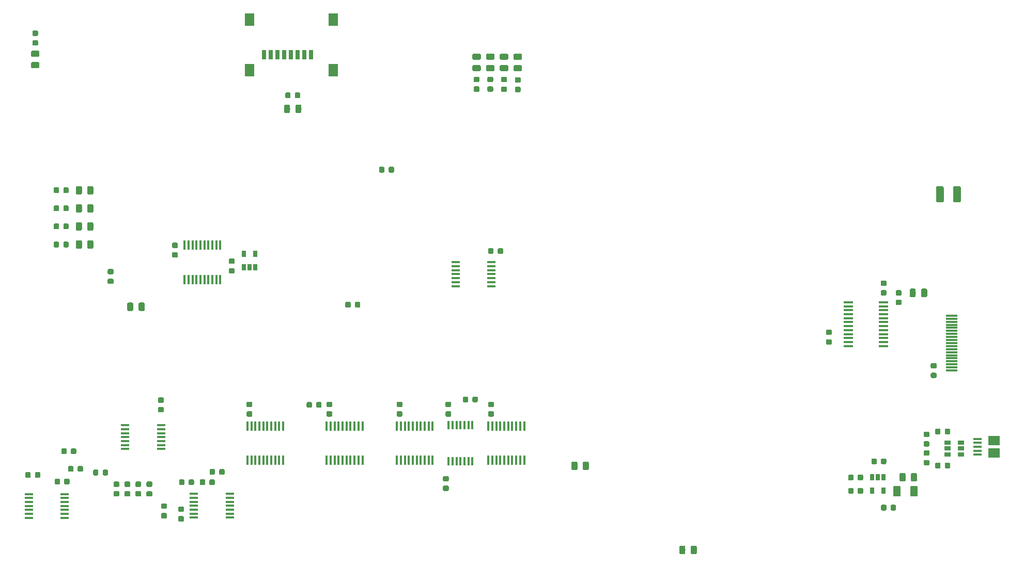
<source format=gbr>
G04 #@! TF.GenerationSoftware,KiCad,Pcbnew,5.0.2+dfsg1-1~bpo9+1*
G04 #@! TF.CreationDate,2022-06-30T13:02:46+02:00*
G04 #@! TF.ProjectId,nubus-to-ztex,6e756275-732d-4746-9f2d-7a7465782e6b,rev?*
G04 #@! TF.SameCoordinates,Original*
G04 #@! TF.FileFunction,Paste,Top*
G04 #@! TF.FilePolarity,Positive*
%FSLAX46Y46*%
G04 Gerber Fmt 4.6, Leading zero omitted, Abs format (unit mm)*
G04 Created by KiCad (PCBNEW 5.0.2+dfsg1-1~bpo9+1) date Thu Jun 30 13:02:46 2022*
%MOMM*%
%LPD*%
G01*
G04 APERTURE LIST*
%ADD10C,0.100000*%
%ADD11C,0.975000*%
%ADD12C,0.875000*%
%ADD13R,0.650000X1.060000*%
%ADD14R,0.450000X1.550000*%
%ADD15R,0.800000X1.500000*%
%ADD16R,1.500000X2.050000*%
%ADD17R,1.450000X0.450000*%
%ADD18R,0.450000X1.450000*%
%ADD19R,1.570000X0.410000*%
%ADD20R,1.900000X1.500000*%
%ADD21R,1.350000X0.400000*%
%ADD22C,1.250000*%
%ADD23R,1.060000X0.650000*%
%ADD24R,1.900000X0.300000*%
G04 APERTURE END LIST*
D10*
G04 #@! TO.C,D4*
G36*
X192103474Y-16451174D02*
X192127135Y-16454684D01*
X192150339Y-16460496D01*
X192172861Y-16468554D01*
X192194485Y-16478782D01*
X192215002Y-16491079D01*
X192234215Y-16505329D01*
X192251939Y-16521393D01*
X192268003Y-16539117D01*
X192282253Y-16558330D01*
X192294550Y-16578847D01*
X192304778Y-16600471D01*
X192312836Y-16622993D01*
X192318648Y-16646197D01*
X192322158Y-16669858D01*
X192323332Y-16693750D01*
X192323332Y-17181250D01*
X192322158Y-17205142D01*
X192318648Y-17228803D01*
X192312836Y-17252007D01*
X192304778Y-17274529D01*
X192294550Y-17296153D01*
X192282253Y-17316670D01*
X192268003Y-17335883D01*
X192251939Y-17353607D01*
X192234215Y-17369671D01*
X192215002Y-17383921D01*
X192194485Y-17396218D01*
X192172861Y-17406446D01*
X192150339Y-17414504D01*
X192127135Y-17420316D01*
X192103474Y-17423826D01*
X192079582Y-17425000D01*
X191167082Y-17425000D01*
X191143190Y-17423826D01*
X191119529Y-17420316D01*
X191096325Y-17414504D01*
X191073803Y-17406446D01*
X191052179Y-17396218D01*
X191031662Y-17383921D01*
X191012449Y-17369671D01*
X190994725Y-17353607D01*
X190978661Y-17335883D01*
X190964411Y-17316670D01*
X190952114Y-17296153D01*
X190941886Y-17274529D01*
X190933828Y-17252007D01*
X190928016Y-17228803D01*
X190924506Y-17205142D01*
X190923332Y-17181250D01*
X190923332Y-16693750D01*
X190924506Y-16669858D01*
X190928016Y-16646197D01*
X190933828Y-16622993D01*
X190941886Y-16600471D01*
X190952114Y-16578847D01*
X190964411Y-16558330D01*
X190978661Y-16539117D01*
X190994725Y-16521393D01*
X191012449Y-16505329D01*
X191031662Y-16491079D01*
X191052179Y-16478782D01*
X191073803Y-16468554D01*
X191096325Y-16460496D01*
X191119529Y-16454684D01*
X191143190Y-16451174D01*
X191167082Y-16450000D01*
X192079582Y-16450000D01*
X192103474Y-16451174D01*
X192103474Y-16451174D01*
G37*
D11*
X191623332Y-16937500D03*
D10*
G36*
X192103474Y-14576174D02*
X192127135Y-14579684D01*
X192150339Y-14585496D01*
X192172861Y-14593554D01*
X192194485Y-14603782D01*
X192215002Y-14616079D01*
X192234215Y-14630329D01*
X192251939Y-14646393D01*
X192268003Y-14664117D01*
X192282253Y-14683330D01*
X192294550Y-14703847D01*
X192304778Y-14725471D01*
X192312836Y-14747993D01*
X192318648Y-14771197D01*
X192322158Y-14794858D01*
X192323332Y-14818750D01*
X192323332Y-15306250D01*
X192322158Y-15330142D01*
X192318648Y-15353803D01*
X192312836Y-15377007D01*
X192304778Y-15399529D01*
X192294550Y-15421153D01*
X192282253Y-15441670D01*
X192268003Y-15460883D01*
X192251939Y-15478607D01*
X192234215Y-15494671D01*
X192215002Y-15508921D01*
X192194485Y-15521218D01*
X192172861Y-15531446D01*
X192150339Y-15539504D01*
X192127135Y-15545316D01*
X192103474Y-15548826D01*
X192079582Y-15550000D01*
X191167082Y-15550000D01*
X191143190Y-15548826D01*
X191119529Y-15545316D01*
X191096325Y-15539504D01*
X191073803Y-15531446D01*
X191052179Y-15521218D01*
X191031662Y-15508921D01*
X191012449Y-15494671D01*
X190994725Y-15478607D01*
X190978661Y-15460883D01*
X190964411Y-15441670D01*
X190952114Y-15421153D01*
X190941886Y-15399529D01*
X190933828Y-15377007D01*
X190928016Y-15353803D01*
X190924506Y-15330142D01*
X190923332Y-15306250D01*
X190923332Y-14818750D01*
X190924506Y-14794858D01*
X190928016Y-14771197D01*
X190933828Y-14747993D01*
X190941886Y-14725471D01*
X190952114Y-14703847D01*
X190964411Y-14683330D01*
X190978661Y-14664117D01*
X190994725Y-14646393D01*
X191012449Y-14630329D01*
X191031662Y-14616079D01*
X191052179Y-14603782D01*
X191073803Y-14593554D01*
X191096325Y-14585496D01*
X191119529Y-14579684D01*
X191143190Y-14576174D01*
X191167082Y-14575000D01*
X192079582Y-14575000D01*
X192103474Y-14576174D01*
X192103474Y-14576174D01*
G37*
D11*
X191623332Y-15062500D03*
G04 #@! TD*
D10*
G04 #@! TO.C,D5*
G36*
X194355142Y-14576174D02*
X194378803Y-14579684D01*
X194402007Y-14585496D01*
X194424529Y-14593554D01*
X194446153Y-14603782D01*
X194466670Y-14616079D01*
X194485883Y-14630329D01*
X194503607Y-14646393D01*
X194519671Y-14664117D01*
X194533921Y-14683330D01*
X194546218Y-14703847D01*
X194556446Y-14725471D01*
X194564504Y-14747993D01*
X194570316Y-14771197D01*
X194573826Y-14794858D01*
X194575000Y-14818750D01*
X194575000Y-15306250D01*
X194573826Y-15330142D01*
X194570316Y-15353803D01*
X194564504Y-15377007D01*
X194556446Y-15399529D01*
X194546218Y-15421153D01*
X194533921Y-15441670D01*
X194519671Y-15460883D01*
X194503607Y-15478607D01*
X194485883Y-15494671D01*
X194466670Y-15508921D01*
X194446153Y-15521218D01*
X194424529Y-15531446D01*
X194402007Y-15539504D01*
X194378803Y-15545316D01*
X194355142Y-15548826D01*
X194331250Y-15550000D01*
X193418750Y-15550000D01*
X193394858Y-15548826D01*
X193371197Y-15545316D01*
X193347993Y-15539504D01*
X193325471Y-15531446D01*
X193303847Y-15521218D01*
X193283330Y-15508921D01*
X193264117Y-15494671D01*
X193246393Y-15478607D01*
X193230329Y-15460883D01*
X193216079Y-15441670D01*
X193203782Y-15421153D01*
X193193554Y-15399529D01*
X193185496Y-15377007D01*
X193179684Y-15353803D01*
X193176174Y-15330142D01*
X193175000Y-15306250D01*
X193175000Y-14818750D01*
X193176174Y-14794858D01*
X193179684Y-14771197D01*
X193185496Y-14747993D01*
X193193554Y-14725471D01*
X193203782Y-14703847D01*
X193216079Y-14683330D01*
X193230329Y-14664117D01*
X193246393Y-14646393D01*
X193264117Y-14630329D01*
X193283330Y-14616079D01*
X193303847Y-14603782D01*
X193325471Y-14593554D01*
X193347993Y-14585496D01*
X193371197Y-14579684D01*
X193394858Y-14576174D01*
X193418750Y-14575000D01*
X194331250Y-14575000D01*
X194355142Y-14576174D01*
X194355142Y-14576174D01*
G37*
D11*
X193875000Y-15062500D03*
D10*
G36*
X194355142Y-16451174D02*
X194378803Y-16454684D01*
X194402007Y-16460496D01*
X194424529Y-16468554D01*
X194446153Y-16478782D01*
X194466670Y-16491079D01*
X194485883Y-16505329D01*
X194503607Y-16521393D01*
X194519671Y-16539117D01*
X194533921Y-16558330D01*
X194546218Y-16578847D01*
X194556446Y-16600471D01*
X194564504Y-16622993D01*
X194570316Y-16646197D01*
X194573826Y-16669858D01*
X194575000Y-16693750D01*
X194575000Y-17181250D01*
X194573826Y-17205142D01*
X194570316Y-17228803D01*
X194564504Y-17252007D01*
X194556446Y-17274529D01*
X194546218Y-17296153D01*
X194533921Y-17316670D01*
X194519671Y-17335883D01*
X194503607Y-17353607D01*
X194485883Y-17369671D01*
X194466670Y-17383921D01*
X194446153Y-17396218D01*
X194424529Y-17406446D01*
X194402007Y-17414504D01*
X194378803Y-17420316D01*
X194355142Y-17423826D01*
X194331250Y-17425000D01*
X193418750Y-17425000D01*
X193394858Y-17423826D01*
X193371197Y-17420316D01*
X193347993Y-17414504D01*
X193325471Y-17406446D01*
X193303847Y-17396218D01*
X193283330Y-17383921D01*
X193264117Y-17369671D01*
X193246393Y-17353607D01*
X193230329Y-17335883D01*
X193216079Y-17316670D01*
X193203782Y-17296153D01*
X193193554Y-17274529D01*
X193185496Y-17252007D01*
X193179684Y-17228803D01*
X193176174Y-17205142D01*
X193175000Y-17181250D01*
X193175000Y-16693750D01*
X193176174Y-16669858D01*
X193179684Y-16646197D01*
X193185496Y-16622993D01*
X193193554Y-16600471D01*
X193203782Y-16578847D01*
X193216079Y-16558330D01*
X193230329Y-16539117D01*
X193246393Y-16521393D01*
X193264117Y-16505329D01*
X193283330Y-16491079D01*
X193303847Y-16478782D01*
X193325471Y-16468554D01*
X193347993Y-16460496D01*
X193371197Y-16454684D01*
X193394858Y-16451174D01*
X193418750Y-16450000D01*
X194331250Y-16450000D01*
X194355142Y-16451174D01*
X194355142Y-16451174D01*
G37*
D11*
X193875000Y-16937500D03*
G04 #@! TD*
D10*
G04 #@! TO.C,R10*
G36*
X194152691Y-18426053D02*
X194173926Y-18429203D01*
X194194750Y-18434419D01*
X194214962Y-18441651D01*
X194234368Y-18450830D01*
X194252781Y-18461866D01*
X194270024Y-18474654D01*
X194285930Y-18489070D01*
X194300346Y-18504976D01*
X194313134Y-18522219D01*
X194324170Y-18540632D01*
X194333349Y-18560038D01*
X194340581Y-18580250D01*
X194345797Y-18601074D01*
X194348947Y-18622309D01*
X194350000Y-18643750D01*
X194350000Y-19081250D01*
X194348947Y-19102691D01*
X194345797Y-19123926D01*
X194340581Y-19144750D01*
X194333349Y-19164962D01*
X194324170Y-19184368D01*
X194313134Y-19202781D01*
X194300346Y-19220024D01*
X194285930Y-19235930D01*
X194270024Y-19250346D01*
X194252781Y-19263134D01*
X194234368Y-19274170D01*
X194214962Y-19283349D01*
X194194750Y-19290581D01*
X194173926Y-19295797D01*
X194152691Y-19298947D01*
X194131250Y-19300000D01*
X193618750Y-19300000D01*
X193597309Y-19298947D01*
X193576074Y-19295797D01*
X193555250Y-19290581D01*
X193535038Y-19283349D01*
X193515632Y-19274170D01*
X193497219Y-19263134D01*
X193479976Y-19250346D01*
X193464070Y-19235930D01*
X193449654Y-19220024D01*
X193436866Y-19202781D01*
X193425830Y-19184368D01*
X193416651Y-19164962D01*
X193409419Y-19144750D01*
X193404203Y-19123926D01*
X193401053Y-19102691D01*
X193400000Y-19081250D01*
X193400000Y-18643750D01*
X193401053Y-18622309D01*
X193404203Y-18601074D01*
X193409419Y-18580250D01*
X193416651Y-18560038D01*
X193425830Y-18540632D01*
X193436866Y-18522219D01*
X193449654Y-18504976D01*
X193464070Y-18489070D01*
X193479976Y-18474654D01*
X193497219Y-18461866D01*
X193515632Y-18450830D01*
X193535038Y-18441651D01*
X193555250Y-18434419D01*
X193576074Y-18429203D01*
X193597309Y-18426053D01*
X193618750Y-18425000D01*
X194131250Y-18425000D01*
X194152691Y-18426053D01*
X194152691Y-18426053D01*
G37*
D12*
X193875000Y-18862500D03*
D10*
G36*
X194152691Y-20001053D02*
X194173926Y-20004203D01*
X194194750Y-20009419D01*
X194214962Y-20016651D01*
X194234368Y-20025830D01*
X194252781Y-20036866D01*
X194270024Y-20049654D01*
X194285930Y-20064070D01*
X194300346Y-20079976D01*
X194313134Y-20097219D01*
X194324170Y-20115632D01*
X194333349Y-20135038D01*
X194340581Y-20155250D01*
X194345797Y-20176074D01*
X194348947Y-20197309D01*
X194350000Y-20218750D01*
X194350000Y-20656250D01*
X194348947Y-20677691D01*
X194345797Y-20698926D01*
X194340581Y-20719750D01*
X194333349Y-20739962D01*
X194324170Y-20759368D01*
X194313134Y-20777781D01*
X194300346Y-20795024D01*
X194285930Y-20810930D01*
X194270024Y-20825346D01*
X194252781Y-20838134D01*
X194234368Y-20849170D01*
X194214962Y-20858349D01*
X194194750Y-20865581D01*
X194173926Y-20870797D01*
X194152691Y-20873947D01*
X194131250Y-20875000D01*
X193618750Y-20875000D01*
X193597309Y-20873947D01*
X193576074Y-20870797D01*
X193555250Y-20865581D01*
X193535038Y-20858349D01*
X193515632Y-20849170D01*
X193497219Y-20838134D01*
X193479976Y-20825346D01*
X193464070Y-20810930D01*
X193449654Y-20795024D01*
X193436866Y-20777781D01*
X193425830Y-20759368D01*
X193416651Y-20739962D01*
X193409419Y-20719750D01*
X193404203Y-20698926D01*
X193401053Y-20677691D01*
X193400000Y-20656250D01*
X193400000Y-20218750D01*
X193401053Y-20197309D01*
X193404203Y-20176074D01*
X193409419Y-20155250D01*
X193416651Y-20135038D01*
X193425830Y-20115632D01*
X193436866Y-20097219D01*
X193449654Y-20079976D01*
X193464070Y-20064070D01*
X193479976Y-20049654D01*
X193497219Y-20036866D01*
X193515632Y-20025830D01*
X193535038Y-20016651D01*
X193555250Y-20009419D01*
X193576074Y-20004203D01*
X193597309Y-20001053D01*
X193618750Y-20000000D01*
X194131250Y-20000000D01*
X194152691Y-20001053D01*
X194152691Y-20001053D01*
G37*
D12*
X193875000Y-20437500D03*
G04 #@! TD*
D10*
G04 #@! TO.C,R9*
G36*
X191901023Y-19951053D02*
X191922258Y-19954203D01*
X191943082Y-19959419D01*
X191963294Y-19966651D01*
X191982700Y-19975830D01*
X192001113Y-19986866D01*
X192018356Y-19999654D01*
X192034262Y-20014070D01*
X192048678Y-20029976D01*
X192061466Y-20047219D01*
X192072502Y-20065632D01*
X192081681Y-20085038D01*
X192088913Y-20105250D01*
X192094129Y-20126074D01*
X192097279Y-20147309D01*
X192098332Y-20168750D01*
X192098332Y-20606250D01*
X192097279Y-20627691D01*
X192094129Y-20648926D01*
X192088913Y-20669750D01*
X192081681Y-20689962D01*
X192072502Y-20709368D01*
X192061466Y-20727781D01*
X192048678Y-20745024D01*
X192034262Y-20760930D01*
X192018356Y-20775346D01*
X192001113Y-20788134D01*
X191982700Y-20799170D01*
X191963294Y-20808349D01*
X191943082Y-20815581D01*
X191922258Y-20820797D01*
X191901023Y-20823947D01*
X191879582Y-20825000D01*
X191367082Y-20825000D01*
X191345641Y-20823947D01*
X191324406Y-20820797D01*
X191303582Y-20815581D01*
X191283370Y-20808349D01*
X191263964Y-20799170D01*
X191245551Y-20788134D01*
X191228308Y-20775346D01*
X191212402Y-20760930D01*
X191197986Y-20745024D01*
X191185198Y-20727781D01*
X191174162Y-20709368D01*
X191164983Y-20689962D01*
X191157751Y-20669750D01*
X191152535Y-20648926D01*
X191149385Y-20627691D01*
X191148332Y-20606250D01*
X191148332Y-20168750D01*
X191149385Y-20147309D01*
X191152535Y-20126074D01*
X191157751Y-20105250D01*
X191164983Y-20085038D01*
X191174162Y-20065632D01*
X191185198Y-20047219D01*
X191197986Y-20029976D01*
X191212402Y-20014070D01*
X191228308Y-19999654D01*
X191245551Y-19986866D01*
X191263964Y-19975830D01*
X191283370Y-19966651D01*
X191303582Y-19959419D01*
X191324406Y-19954203D01*
X191345641Y-19951053D01*
X191367082Y-19950000D01*
X191879582Y-19950000D01*
X191901023Y-19951053D01*
X191901023Y-19951053D01*
G37*
D12*
X191623332Y-20387500D03*
D10*
G36*
X191901023Y-18376053D02*
X191922258Y-18379203D01*
X191943082Y-18384419D01*
X191963294Y-18391651D01*
X191982700Y-18400830D01*
X192001113Y-18411866D01*
X192018356Y-18424654D01*
X192034262Y-18439070D01*
X192048678Y-18454976D01*
X192061466Y-18472219D01*
X192072502Y-18490632D01*
X192081681Y-18510038D01*
X192088913Y-18530250D01*
X192094129Y-18551074D01*
X192097279Y-18572309D01*
X192098332Y-18593750D01*
X192098332Y-19031250D01*
X192097279Y-19052691D01*
X192094129Y-19073926D01*
X192088913Y-19094750D01*
X192081681Y-19114962D01*
X192072502Y-19134368D01*
X192061466Y-19152781D01*
X192048678Y-19170024D01*
X192034262Y-19185930D01*
X192018356Y-19200346D01*
X192001113Y-19213134D01*
X191982700Y-19224170D01*
X191963294Y-19233349D01*
X191943082Y-19240581D01*
X191922258Y-19245797D01*
X191901023Y-19248947D01*
X191879582Y-19250000D01*
X191367082Y-19250000D01*
X191345641Y-19248947D01*
X191324406Y-19245797D01*
X191303582Y-19240581D01*
X191283370Y-19233349D01*
X191263964Y-19224170D01*
X191245551Y-19213134D01*
X191228308Y-19200346D01*
X191212402Y-19185930D01*
X191197986Y-19170024D01*
X191185198Y-19152781D01*
X191174162Y-19134368D01*
X191164983Y-19114962D01*
X191157751Y-19094750D01*
X191152535Y-19073926D01*
X191149385Y-19052691D01*
X191148332Y-19031250D01*
X191148332Y-18593750D01*
X191149385Y-18572309D01*
X191152535Y-18551074D01*
X191157751Y-18530250D01*
X191164983Y-18510038D01*
X191174162Y-18490632D01*
X191185198Y-18472219D01*
X191197986Y-18454976D01*
X191212402Y-18439070D01*
X191228308Y-18424654D01*
X191245551Y-18411866D01*
X191263964Y-18400830D01*
X191283370Y-18391651D01*
X191303582Y-18384419D01*
X191324406Y-18379203D01*
X191345641Y-18376053D01*
X191367082Y-18375000D01*
X191879582Y-18375000D01*
X191901023Y-18376053D01*
X191901023Y-18376053D01*
G37*
D12*
X191623332Y-18812500D03*
G04 #@! TD*
D10*
G04 #@! TO.C,C12*
G36*
X127427691Y-49901053D02*
X127448926Y-49904203D01*
X127469750Y-49909419D01*
X127489962Y-49916651D01*
X127509368Y-49925830D01*
X127527781Y-49936866D01*
X127545024Y-49949654D01*
X127560930Y-49964070D01*
X127575346Y-49979976D01*
X127588134Y-49997219D01*
X127599170Y-50015632D01*
X127608349Y-50035038D01*
X127615581Y-50055250D01*
X127620797Y-50076074D01*
X127623947Y-50097309D01*
X127625000Y-50118750D01*
X127625000Y-50556250D01*
X127623947Y-50577691D01*
X127620797Y-50598926D01*
X127615581Y-50619750D01*
X127608349Y-50639962D01*
X127599170Y-50659368D01*
X127588134Y-50677781D01*
X127575346Y-50695024D01*
X127560930Y-50710930D01*
X127545024Y-50725346D01*
X127527781Y-50738134D01*
X127509368Y-50749170D01*
X127489962Y-50758349D01*
X127469750Y-50765581D01*
X127448926Y-50770797D01*
X127427691Y-50773947D01*
X127406250Y-50775000D01*
X126893750Y-50775000D01*
X126872309Y-50773947D01*
X126851074Y-50770797D01*
X126830250Y-50765581D01*
X126810038Y-50758349D01*
X126790632Y-50749170D01*
X126772219Y-50738134D01*
X126754976Y-50725346D01*
X126739070Y-50710930D01*
X126724654Y-50695024D01*
X126711866Y-50677781D01*
X126700830Y-50659368D01*
X126691651Y-50639962D01*
X126684419Y-50619750D01*
X126679203Y-50598926D01*
X126676053Y-50577691D01*
X126675000Y-50556250D01*
X126675000Y-50118750D01*
X126676053Y-50097309D01*
X126679203Y-50076074D01*
X126684419Y-50055250D01*
X126691651Y-50035038D01*
X126700830Y-50015632D01*
X126711866Y-49997219D01*
X126724654Y-49979976D01*
X126739070Y-49964070D01*
X126754976Y-49949654D01*
X126772219Y-49936866D01*
X126790632Y-49925830D01*
X126810038Y-49916651D01*
X126830250Y-49909419D01*
X126851074Y-49904203D01*
X126872309Y-49901053D01*
X126893750Y-49900000D01*
X127406250Y-49900000D01*
X127427691Y-49901053D01*
X127427691Y-49901053D01*
G37*
D12*
X127150000Y-50337500D03*
D10*
G36*
X127427691Y-51476053D02*
X127448926Y-51479203D01*
X127469750Y-51484419D01*
X127489962Y-51491651D01*
X127509368Y-51500830D01*
X127527781Y-51511866D01*
X127545024Y-51524654D01*
X127560930Y-51539070D01*
X127575346Y-51554976D01*
X127588134Y-51572219D01*
X127599170Y-51590632D01*
X127608349Y-51610038D01*
X127615581Y-51630250D01*
X127620797Y-51651074D01*
X127623947Y-51672309D01*
X127625000Y-51693750D01*
X127625000Y-52131250D01*
X127623947Y-52152691D01*
X127620797Y-52173926D01*
X127615581Y-52194750D01*
X127608349Y-52214962D01*
X127599170Y-52234368D01*
X127588134Y-52252781D01*
X127575346Y-52270024D01*
X127560930Y-52285930D01*
X127545024Y-52300346D01*
X127527781Y-52313134D01*
X127509368Y-52324170D01*
X127489962Y-52333349D01*
X127469750Y-52340581D01*
X127448926Y-52345797D01*
X127427691Y-52348947D01*
X127406250Y-52350000D01*
X126893750Y-52350000D01*
X126872309Y-52348947D01*
X126851074Y-52345797D01*
X126830250Y-52340581D01*
X126810038Y-52333349D01*
X126790632Y-52324170D01*
X126772219Y-52313134D01*
X126754976Y-52300346D01*
X126739070Y-52285930D01*
X126724654Y-52270024D01*
X126711866Y-52252781D01*
X126700830Y-52234368D01*
X126691651Y-52214962D01*
X126684419Y-52194750D01*
X126679203Y-52173926D01*
X126676053Y-52152691D01*
X126675000Y-52131250D01*
X126675000Y-51693750D01*
X126676053Y-51672309D01*
X126679203Y-51651074D01*
X126684419Y-51630250D01*
X126691651Y-51610038D01*
X126700830Y-51590632D01*
X126711866Y-51572219D01*
X126724654Y-51554976D01*
X126739070Y-51539070D01*
X126754976Y-51524654D01*
X126772219Y-51511866D01*
X126790632Y-51500830D01*
X126810038Y-51491651D01*
X126830250Y-51484419D01*
X126851074Y-51479203D01*
X126872309Y-51476053D01*
X126893750Y-51475000D01*
X127406250Y-51475000D01*
X127427691Y-51476053D01*
X127427691Y-51476053D01*
G37*
D12*
X127150000Y-51912500D03*
G04 #@! TD*
D10*
G04 #@! TO.C,C11*
G36*
X147277691Y-48176053D02*
X147298926Y-48179203D01*
X147319750Y-48184419D01*
X147339962Y-48191651D01*
X147359368Y-48200830D01*
X147377781Y-48211866D01*
X147395024Y-48224654D01*
X147410930Y-48239070D01*
X147425346Y-48254976D01*
X147438134Y-48272219D01*
X147449170Y-48290632D01*
X147458349Y-48310038D01*
X147465581Y-48330250D01*
X147470797Y-48351074D01*
X147473947Y-48372309D01*
X147475000Y-48393750D01*
X147475000Y-48831250D01*
X147473947Y-48852691D01*
X147470797Y-48873926D01*
X147465581Y-48894750D01*
X147458349Y-48914962D01*
X147449170Y-48934368D01*
X147438134Y-48952781D01*
X147425346Y-48970024D01*
X147410930Y-48985930D01*
X147395024Y-49000346D01*
X147377781Y-49013134D01*
X147359368Y-49024170D01*
X147339962Y-49033349D01*
X147319750Y-49040581D01*
X147298926Y-49045797D01*
X147277691Y-49048947D01*
X147256250Y-49050000D01*
X146743750Y-49050000D01*
X146722309Y-49048947D01*
X146701074Y-49045797D01*
X146680250Y-49040581D01*
X146660038Y-49033349D01*
X146640632Y-49024170D01*
X146622219Y-49013134D01*
X146604976Y-49000346D01*
X146589070Y-48985930D01*
X146574654Y-48970024D01*
X146561866Y-48952781D01*
X146550830Y-48934368D01*
X146541651Y-48914962D01*
X146534419Y-48894750D01*
X146529203Y-48873926D01*
X146526053Y-48852691D01*
X146525000Y-48831250D01*
X146525000Y-48393750D01*
X146526053Y-48372309D01*
X146529203Y-48351074D01*
X146534419Y-48330250D01*
X146541651Y-48310038D01*
X146550830Y-48290632D01*
X146561866Y-48272219D01*
X146574654Y-48254976D01*
X146589070Y-48239070D01*
X146604976Y-48224654D01*
X146622219Y-48211866D01*
X146640632Y-48200830D01*
X146660038Y-48191651D01*
X146680250Y-48184419D01*
X146701074Y-48179203D01*
X146722309Y-48176053D01*
X146743750Y-48175000D01*
X147256250Y-48175000D01*
X147277691Y-48176053D01*
X147277691Y-48176053D01*
G37*
D12*
X147000000Y-48612500D03*
D10*
G36*
X147277691Y-49751053D02*
X147298926Y-49754203D01*
X147319750Y-49759419D01*
X147339962Y-49766651D01*
X147359368Y-49775830D01*
X147377781Y-49786866D01*
X147395024Y-49799654D01*
X147410930Y-49814070D01*
X147425346Y-49829976D01*
X147438134Y-49847219D01*
X147449170Y-49865632D01*
X147458349Y-49885038D01*
X147465581Y-49905250D01*
X147470797Y-49926074D01*
X147473947Y-49947309D01*
X147475000Y-49968750D01*
X147475000Y-50406250D01*
X147473947Y-50427691D01*
X147470797Y-50448926D01*
X147465581Y-50469750D01*
X147458349Y-50489962D01*
X147449170Y-50509368D01*
X147438134Y-50527781D01*
X147425346Y-50545024D01*
X147410930Y-50560930D01*
X147395024Y-50575346D01*
X147377781Y-50588134D01*
X147359368Y-50599170D01*
X147339962Y-50608349D01*
X147319750Y-50615581D01*
X147298926Y-50620797D01*
X147277691Y-50623947D01*
X147256250Y-50625000D01*
X146743750Y-50625000D01*
X146722309Y-50623947D01*
X146701074Y-50620797D01*
X146680250Y-50615581D01*
X146660038Y-50608349D01*
X146640632Y-50599170D01*
X146622219Y-50588134D01*
X146604976Y-50575346D01*
X146589070Y-50560930D01*
X146574654Y-50545024D01*
X146561866Y-50527781D01*
X146550830Y-50509368D01*
X146541651Y-50489962D01*
X146534419Y-50469750D01*
X146529203Y-50448926D01*
X146526053Y-50427691D01*
X146525000Y-50406250D01*
X146525000Y-49968750D01*
X146526053Y-49947309D01*
X146529203Y-49926074D01*
X146534419Y-49905250D01*
X146541651Y-49885038D01*
X146550830Y-49865632D01*
X146561866Y-49847219D01*
X146574654Y-49829976D01*
X146589070Y-49814070D01*
X146604976Y-49799654D01*
X146622219Y-49786866D01*
X146640632Y-49775830D01*
X146660038Y-49766651D01*
X146680250Y-49759419D01*
X146701074Y-49754203D01*
X146722309Y-49751053D01*
X146743750Y-49750000D01*
X147256250Y-49750000D01*
X147277691Y-49751053D01*
X147277691Y-49751053D01*
G37*
D12*
X147000000Y-50187500D03*
G04 #@! TD*
D13*
G04 #@! TO.C,U12*
X148950000Y-49600000D03*
X149900000Y-49600000D03*
X150850000Y-49600000D03*
X150850000Y-47400000D03*
X148950000Y-47400000D03*
G04 #@! TD*
D14*
G04 #@! TO.C,U14*
X139275000Y-51600000D03*
X139925000Y-51600000D03*
X140575000Y-51600000D03*
X141225000Y-51600000D03*
X141875000Y-51600000D03*
X142525000Y-51600000D03*
X143175000Y-51600000D03*
X143825000Y-51600000D03*
X144475000Y-51600000D03*
X145125000Y-51600000D03*
X145125000Y-46000000D03*
X144475000Y-46000000D03*
X143825000Y-46000000D03*
X143175000Y-46000000D03*
X142525000Y-46000000D03*
X141875000Y-46000000D03*
X141225000Y-46000000D03*
X140575000Y-46000000D03*
X139925000Y-46000000D03*
X139275000Y-46000000D03*
G04 #@! TD*
D10*
G04 #@! TO.C,C9*
G36*
X156452691Y-20926053D02*
X156473926Y-20929203D01*
X156494750Y-20934419D01*
X156514962Y-20941651D01*
X156534368Y-20950830D01*
X156552781Y-20961866D01*
X156570024Y-20974654D01*
X156585930Y-20989070D01*
X156600346Y-21004976D01*
X156613134Y-21022219D01*
X156624170Y-21040632D01*
X156633349Y-21060038D01*
X156640581Y-21080250D01*
X156645797Y-21101074D01*
X156648947Y-21122309D01*
X156650000Y-21143750D01*
X156650000Y-21656250D01*
X156648947Y-21677691D01*
X156645797Y-21698926D01*
X156640581Y-21719750D01*
X156633349Y-21739962D01*
X156624170Y-21759368D01*
X156613134Y-21777781D01*
X156600346Y-21795024D01*
X156585930Y-21810930D01*
X156570024Y-21825346D01*
X156552781Y-21838134D01*
X156534368Y-21849170D01*
X156514962Y-21858349D01*
X156494750Y-21865581D01*
X156473926Y-21870797D01*
X156452691Y-21873947D01*
X156431250Y-21875000D01*
X155993750Y-21875000D01*
X155972309Y-21873947D01*
X155951074Y-21870797D01*
X155930250Y-21865581D01*
X155910038Y-21858349D01*
X155890632Y-21849170D01*
X155872219Y-21838134D01*
X155854976Y-21825346D01*
X155839070Y-21810930D01*
X155824654Y-21795024D01*
X155811866Y-21777781D01*
X155800830Y-21759368D01*
X155791651Y-21739962D01*
X155784419Y-21719750D01*
X155779203Y-21698926D01*
X155776053Y-21677691D01*
X155775000Y-21656250D01*
X155775000Y-21143750D01*
X155776053Y-21122309D01*
X155779203Y-21101074D01*
X155784419Y-21080250D01*
X155791651Y-21060038D01*
X155800830Y-21040632D01*
X155811866Y-21022219D01*
X155824654Y-21004976D01*
X155839070Y-20989070D01*
X155854976Y-20974654D01*
X155872219Y-20961866D01*
X155890632Y-20950830D01*
X155910038Y-20941651D01*
X155930250Y-20934419D01*
X155951074Y-20929203D01*
X155972309Y-20926053D01*
X155993750Y-20925000D01*
X156431250Y-20925000D01*
X156452691Y-20926053D01*
X156452691Y-20926053D01*
G37*
D12*
X156212500Y-21400000D03*
D10*
G36*
X158027691Y-20926053D02*
X158048926Y-20929203D01*
X158069750Y-20934419D01*
X158089962Y-20941651D01*
X158109368Y-20950830D01*
X158127781Y-20961866D01*
X158145024Y-20974654D01*
X158160930Y-20989070D01*
X158175346Y-21004976D01*
X158188134Y-21022219D01*
X158199170Y-21040632D01*
X158208349Y-21060038D01*
X158215581Y-21080250D01*
X158220797Y-21101074D01*
X158223947Y-21122309D01*
X158225000Y-21143750D01*
X158225000Y-21656250D01*
X158223947Y-21677691D01*
X158220797Y-21698926D01*
X158215581Y-21719750D01*
X158208349Y-21739962D01*
X158199170Y-21759368D01*
X158188134Y-21777781D01*
X158175346Y-21795024D01*
X158160930Y-21810930D01*
X158145024Y-21825346D01*
X158127781Y-21838134D01*
X158109368Y-21849170D01*
X158089962Y-21858349D01*
X158069750Y-21865581D01*
X158048926Y-21870797D01*
X158027691Y-21873947D01*
X158006250Y-21875000D01*
X157568750Y-21875000D01*
X157547309Y-21873947D01*
X157526074Y-21870797D01*
X157505250Y-21865581D01*
X157485038Y-21858349D01*
X157465632Y-21849170D01*
X157447219Y-21838134D01*
X157429976Y-21825346D01*
X157414070Y-21810930D01*
X157399654Y-21795024D01*
X157386866Y-21777781D01*
X157375830Y-21759368D01*
X157366651Y-21739962D01*
X157359419Y-21719750D01*
X157354203Y-21698926D01*
X157351053Y-21677691D01*
X157350000Y-21656250D01*
X157350000Y-21143750D01*
X157351053Y-21122309D01*
X157354203Y-21101074D01*
X157359419Y-21080250D01*
X157366651Y-21060038D01*
X157375830Y-21040632D01*
X157386866Y-21022219D01*
X157399654Y-21004976D01*
X157414070Y-20989070D01*
X157429976Y-20974654D01*
X157447219Y-20961866D01*
X157465632Y-20950830D01*
X157485038Y-20941651D01*
X157505250Y-20934419D01*
X157526074Y-20929203D01*
X157547309Y-20926053D01*
X157568750Y-20925000D01*
X158006250Y-20925000D01*
X158027691Y-20926053D01*
X158027691Y-20926053D01*
G37*
D12*
X157787500Y-21400000D03*
G04 #@! TD*
D10*
G04 #@! TO.C,C10*
G36*
X156330142Y-22901174D02*
X156353803Y-22904684D01*
X156377007Y-22910496D01*
X156399529Y-22918554D01*
X156421153Y-22928782D01*
X156441670Y-22941079D01*
X156460883Y-22955329D01*
X156478607Y-22971393D01*
X156494671Y-22989117D01*
X156508921Y-23008330D01*
X156521218Y-23028847D01*
X156531446Y-23050471D01*
X156539504Y-23072993D01*
X156545316Y-23096197D01*
X156548826Y-23119858D01*
X156550000Y-23143750D01*
X156550000Y-24056250D01*
X156548826Y-24080142D01*
X156545316Y-24103803D01*
X156539504Y-24127007D01*
X156531446Y-24149529D01*
X156521218Y-24171153D01*
X156508921Y-24191670D01*
X156494671Y-24210883D01*
X156478607Y-24228607D01*
X156460883Y-24244671D01*
X156441670Y-24258921D01*
X156421153Y-24271218D01*
X156399529Y-24281446D01*
X156377007Y-24289504D01*
X156353803Y-24295316D01*
X156330142Y-24298826D01*
X156306250Y-24300000D01*
X155818750Y-24300000D01*
X155794858Y-24298826D01*
X155771197Y-24295316D01*
X155747993Y-24289504D01*
X155725471Y-24281446D01*
X155703847Y-24271218D01*
X155683330Y-24258921D01*
X155664117Y-24244671D01*
X155646393Y-24228607D01*
X155630329Y-24210883D01*
X155616079Y-24191670D01*
X155603782Y-24171153D01*
X155593554Y-24149529D01*
X155585496Y-24127007D01*
X155579684Y-24103803D01*
X155576174Y-24080142D01*
X155575000Y-24056250D01*
X155575000Y-23143750D01*
X155576174Y-23119858D01*
X155579684Y-23096197D01*
X155585496Y-23072993D01*
X155593554Y-23050471D01*
X155603782Y-23028847D01*
X155616079Y-23008330D01*
X155630329Y-22989117D01*
X155646393Y-22971393D01*
X155664117Y-22955329D01*
X155683330Y-22941079D01*
X155703847Y-22928782D01*
X155725471Y-22918554D01*
X155747993Y-22910496D01*
X155771197Y-22904684D01*
X155794858Y-22901174D01*
X155818750Y-22900000D01*
X156306250Y-22900000D01*
X156330142Y-22901174D01*
X156330142Y-22901174D01*
G37*
D11*
X156062500Y-23600000D03*
D10*
G36*
X158205142Y-22901174D02*
X158228803Y-22904684D01*
X158252007Y-22910496D01*
X158274529Y-22918554D01*
X158296153Y-22928782D01*
X158316670Y-22941079D01*
X158335883Y-22955329D01*
X158353607Y-22971393D01*
X158369671Y-22989117D01*
X158383921Y-23008330D01*
X158396218Y-23028847D01*
X158406446Y-23050471D01*
X158414504Y-23072993D01*
X158420316Y-23096197D01*
X158423826Y-23119858D01*
X158425000Y-23143750D01*
X158425000Y-24056250D01*
X158423826Y-24080142D01*
X158420316Y-24103803D01*
X158414504Y-24127007D01*
X158406446Y-24149529D01*
X158396218Y-24171153D01*
X158383921Y-24191670D01*
X158369671Y-24210883D01*
X158353607Y-24228607D01*
X158335883Y-24244671D01*
X158316670Y-24258921D01*
X158296153Y-24271218D01*
X158274529Y-24281446D01*
X158252007Y-24289504D01*
X158228803Y-24295316D01*
X158205142Y-24298826D01*
X158181250Y-24300000D01*
X157693750Y-24300000D01*
X157669858Y-24298826D01*
X157646197Y-24295316D01*
X157622993Y-24289504D01*
X157600471Y-24281446D01*
X157578847Y-24271218D01*
X157558330Y-24258921D01*
X157539117Y-24244671D01*
X157521393Y-24228607D01*
X157505329Y-24210883D01*
X157491079Y-24191670D01*
X157478782Y-24171153D01*
X157468554Y-24149529D01*
X157460496Y-24127007D01*
X157454684Y-24103803D01*
X157451174Y-24080142D01*
X157450000Y-24056250D01*
X157450000Y-23143750D01*
X157451174Y-23119858D01*
X157454684Y-23096197D01*
X157460496Y-23072993D01*
X157468554Y-23050471D01*
X157478782Y-23028847D01*
X157491079Y-23008330D01*
X157505329Y-22989117D01*
X157521393Y-22971393D01*
X157539117Y-22955329D01*
X157558330Y-22941079D01*
X157578847Y-22928782D01*
X157600471Y-22918554D01*
X157622993Y-22910496D01*
X157646197Y-22904684D01*
X157669858Y-22901174D01*
X157693750Y-22900000D01*
X158181250Y-22900000D01*
X158205142Y-22901174D01*
X158205142Y-22901174D01*
G37*
D11*
X157937500Y-23600000D03*
G04 #@! TD*
D15*
G04 #@! TO.C,J2*
X160000000Y-14700000D03*
X158900000Y-14700000D03*
X157800000Y-14700000D03*
X156700000Y-14700000D03*
X155600000Y-14700000D03*
X154500000Y-14700000D03*
X153400000Y-14700000D03*
X152300000Y-14700000D03*
D16*
X163675000Y-17300000D03*
X163675000Y-9000000D03*
X149925000Y-9000000D03*
X149925000Y-17300000D03*
G04 #@! TD*
D10*
G04 #@! TO.C,C8*
G36*
X191277691Y-46476053D02*
X191298926Y-46479203D01*
X191319750Y-46484419D01*
X191339962Y-46491651D01*
X191359368Y-46500830D01*
X191377781Y-46511866D01*
X191395024Y-46524654D01*
X191410930Y-46539070D01*
X191425346Y-46554976D01*
X191438134Y-46572219D01*
X191449170Y-46590632D01*
X191458349Y-46610038D01*
X191465581Y-46630250D01*
X191470797Y-46651074D01*
X191473947Y-46672309D01*
X191475000Y-46693750D01*
X191475000Y-47206250D01*
X191473947Y-47227691D01*
X191470797Y-47248926D01*
X191465581Y-47269750D01*
X191458349Y-47289962D01*
X191449170Y-47309368D01*
X191438134Y-47327781D01*
X191425346Y-47345024D01*
X191410930Y-47360930D01*
X191395024Y-47375346D01*
X191377781Y-47388134D01*
X191359368Y-47399170D01*
X191339962Y-47408349D01*
X191319750Y-47415581D01*
X191298926Y-47420797D01*
X191277691Y-47423947D01*
X191256250Y-47425000D01*
X190818750Y-47425000D01*
X190797309Y-47423947D01*
X190776074Y-47420797D01*
X190755250Y-47415581D01*
X190735038Y-47408349D01*
X190715632Y-47399170D01*
X190697219Y-47388134D01*
X190679976Y-47375346D01*
X190664070Y-47360930D01*
X190649654Y-47345024D01*
X190636866Y-47327781D01*
X190625830Y-47309368D01*
X190616651Y-47289962D01*
X190609419Y-47269750D01*
X190604203Y-47248926D01*
X190601053Y-47227691D01*
X190600000Y-47206250D01*
X190600000Y-46693750D01*
X190601053Y-46672309D01*
X190604203Y-46651074D01*
X190609419Y-46630250D01*
X190616651Y-46610038D01*
X190625830Y-46590632D01*
X190636866Y-46572219D01*
X190649654Y-46554976D01*
X190664070Y-46539070D01*
X190679976Y-46524654D01*
X190697219Y-46511866D01*
X190715632Y-46500830D01*
X190735038Y-46491651D01*
X190755250Y-46484419D01*
X190776074Y-46479203D01*
X190797309Y-46476053D01*
X190818750Y-46475000D01*
X191256250Y-46475000D01*
X191277691Y-46476053D01*
X191277691Y-46476053D01*
G37*
D12*
X191037500Y-46950000D03*
D10*
G36*
X189702691Y-46476053D02*
X189723926Y-46479203D01*
X189744750Y-46484419D01*
X189764962Y-46491651D01*
X189784368Y-46500830D01*
X189802781Y-46511866D01*
X189820024Y-46524654D01*
X189835930Y-46539070D01*
X189850346Y-46554976D01*
X189863134Y-46572219D01*
X189874170Y-46590632D01*
X189883349Y-46610038D01*
X189890581Y-46630250D01*
X189895797Y-46651074D01*
X189898947Y-46672309D01*
X189900000Y-46693750D01*
X189900000Y-47206250D01*
X189898947Y-47227691D01*
X189895797Y-47248926D01*
X189890581Y-47269750D01*
X189883349Y-47289962D01*
X189874170Y-47309368D01*
X189863134Y-47327781D01*
X189850346Y-47345024D01*
X189835930Y-47360930D01*
X189820024Y-47375346D01*
X189802781Y-47388134D01*
X189784368Y-47399170D01*
X189764962Y-47408349D01*
X189744750Y-47415581D01*
X189723926Y-47420797D01*
X189702691Y-47423947D01*
X189681250Y-47425000D01*
X189243750Y-47425000D01*
X189222309Y-47423947D01*
X189201074Y-47420797D01*
X189180250Y-47415581D01*
X189160038Y-47408349D01*
X189140632Y-47399170D01*
X189122219Y-47388134D01*
X189104976Y-47375346D01*
X189089070Y-47360930D01*
X189074654Y-47345024D01*
X189061866Y-47327781D01*
X189050830Y-47309368D01*
X189041651Y-47289962D01*
X189034419Y-47269750D01*
X189029203Y-47248926D01*
X189026053Y-47227691D01*
X189025000Y-47206250D01*
X189025000Y-46693750D01*
X189026053Y-46672309D01*
X189029203Y-46651074D01*
X189034419Y-46630250D01*
X189041651Y-46610038D01*
X189050830Y-46590632D01*
X189061866Y-46572219D01*
X189074654Y-46554976D01*
X189089070Y-46539070D01*
X189104976Y-46524654D01*
X189122219Y-46511866D01*
X189140632Y-46500830D01*
X189160038Y-46491651D01*
X189180250Y-46484419D01*
X189201074Y-46479203D01*
X189222309Y-46476053D01*
X189243750Y-46475000D01*
X189681250Y-46475000D01*
X189702691Y-46476053D01*
X189702691Y-46476053D01*
G37*
D12*
X189462500Y-46950000D03*
G04 #@! TD*
D17*
G04 #@! TO.C,U13*
X183675000Y-48800000D03*
X183675000Y-49450000D03*
X183675000Y-50100000D03*
X183675000Y-50750000D03*
X183675000Y-51400000D03*
X183675000Y-52050000D03*
X183675000Y-52700000D03*
X189575000Y-52700000D03*
X189575000Y-52050000D03*
X189575000Y-51400000D03*
X189575000Y-50750000D03*
X189575000Y-50100000D03*
X189575000Y-49450000D03*
X189575000Y-48800000D03*
G04 #@! TD*
D10*
G04 #@! TO.C,C7*
G36*
X135677691Y-72551053D02*
X135698926Y-72554203D01*
X135719750Y-72559419D01*
X135739962Y-72566651D01*
X135759368Y-72575830D01*
X135777781Y-72586866D01*
X135795024Y-72599654D01*
X135810930Y-72614070D01*
X135825346Y-72629976D01*
X135838134Y-72647219D01*
X135849170Y-72665632D01*
X135858349Y-72685038D01*
X135865581Y-72705250D01*
X135870797Y-72726074D01*
X135873947Y-72747309D01*
X135875000Y-72768750D01*
X135875000Y-73206250D01*
X135873947Y-73227691D01*
X135870797Y-73248926D01*
X135865581Y-73269750D01*
X135858349Y-73289962D01*
X135849170Y-73309368D01*
X135838134Y-73327781D01*
X135825346Y-73345024D01*
X135810930Y-73360930D01*
X135795024Y-73375346D01*
X135777781Y-73388134D01*
X135759368Y-73399170D01*
X135739962Y-73408349D01*
X135719750Y-73415581D01*
X135698926Y-73420797D01*
X135677691Y-73423947D01*
X135656250Y-73425000D01*
X135143750Y-73425000D01*
X135122309Y-73423947D01*
X135101074Y-73420797D01*
X135080250Y-73415581D01*
X135060038Y-73408349D01*
X135040632Y-73399170D01*
X135022219Y-73388134D01*
X135004976Y-73375346D01*
X134989070Y-73360930D01*
X134974654Y-73345024D01*
X134961866Y-73327781D01*
X134950830Y-73309368D01*
X134941651Y-73289962D01*
X134934419Y-73269750D01*
X134929203Y-73248926D01*
X134926053Y-73227691D01*
X134925000Y-73206250D01*
X134925000Y-72768750D01*
X134926053Y-72747309D01*
X134929203Y-72726074D01*
X134934419Y-72705250D01*
X134941651Y-72685038D01*
X134950830Y-72665632D01*
X134961866Y-72647219D01*
X134974654Y-72629976D01*
X134989070Y-72614070D01*
X135004976Y-72599654D01*
X135022219Y-72586866D01*
X135040632Y-72575830D01*
X135060038Y-72566651D01*
X135080250Y-72559419D01*
X135101074Y-72554203D01*
X135122309Y-72551053D01*
X135143750Y-72550000D01*
X135656250Y-72550000D01*
X135677691Y-72551053D01*
X135677691Y-72551053D01*
G37*
D12*
X135400000Y-72987500D03*
D10*
G36*
X135677691Y-70976053D02*
X135698926Y-70979203D01*
X135719750Y-70984419D01*
X135739962Y-70991651D01*
X135759368Y-71000830D01*
X135777781Y-71011866D01*
X135795024Y-71024654D01*
X135810930Y-71039070D01*
X135825346Y-71054976D01*
X135838134Y-71072219D01*
X135849170Y-71090632D01*
X135858349Y-71110038D01*
X135865581Y-71130250D01*
X135870797Y-71151074D01*
X135873947Y-71172309D01*
X135875000Y-71193750D01*
X135875000Y-71631250D01*
X135873947Y-71652691D01*
X135870797Y-71673926D01*
X135865581Y-71694750D01*
X135858349Y-71714962D01*
X135849170Y-71734368D01*
X135838134Y-71752781D01*
X135825346Y-71770024D01*
X135810930Y-71785930D01*
X135795024Y-71800346D01*
X135777781Y-71813134D01*
X135759368Y-71824170D01*
X135739962Y-71833349D01*
X135719750Y-71840581D01*
X135698926Y-71845797D01*
X135677691Y-71848947D01*
X135656250Y-71850000D01*
X135143750Y-71850000D01*
X135122309Y-71848947D01*
X135101074Y-71845797D01*
X135080250Y-71840581D01*
X135060038Y-71833349D01*
X135040632Y-71824170D01*
X135022219Y-71813134D01*
X135004976Y-71800346D01*
X134989070Y-71785930D01*
X134974654Y-71770024D01*
X134961866Y-71752781D01*
X134950830Y-71734368D01*
X134941651Y-71714962D01*
X134934419Y-71694750D01*
X134929203Y-71673926D01*
X134926053Y-71652691D01*
X134925000Y-71631250D01*
X134925000Y-71193750D01*
X134926053Y-71172309D01*
X134929203Y-71151074D01*
X134934419Y-71130250D01*
X134941651Y-71110038D01*
X134950830Y-71090632D01*
X134961866Y-71072219D01*
X134974654Y-71054976D01*
X134989070Y-71039070D01*
X135004976Y-71024654D01*
X135022219Y-71011866D01*
X135040632Y-71000830D01*
X135060038Y-70991651D01*
X135080250Y-70984419D01*
X135101074Y-70979203D01*
X135122309Y-70976053D01*
X135143750Y-70975000D01*
X135656250Y-70975000D01*
X135677691Y-70976053D01*
X135677691Y-70976053D01*
G37*
D12*
X135400000Y-71412500D03*
G04 #@! TD*
D17*
G04 #@! TO.C,U4*
X129550000Y-75550000D03*
X129550000Y-76200000D03*
X129550000Y-76850000D03*
X129550000Y-77500000D03*
X129550000Y-78150000D03*
X129550000Y-78800000D03*
X129550000Y-79450000D03*
X135450000Y-79450000D03*
X135450000Y-78800000D03*
X135450000Y-78150000D03*
X135450000Y-77500000D03*
X135450000Y-76850000D03*
X135450000Y-76200000D03*
X135450000Y-75550000D03*
G04 #@! TD*
D10*
G04 #@! TO.C,C30*
G36*
X137977691Y-45576053D02*
X137998926Y-45579203D01*
X138019750Y-45584419D01*
X138039962Y-45591651D01*
X138059368Y-45600830D01*
X138077781Y-45611866D01*
X138095024Y-45624654D01*
X138110930Y-45639070D01*
X138125346Y-45654976D01*
X138138134Y-45672219D01*
X138149170Y-45690632D01*
X138158349Y-45710038D01*
X138165581Y-45730250D01*
X138170797Y-45751074D01*
X138173947Y-45772309D01*
X138175000Y-45793750D01*
X138175000Y-46231250D01*
X138173947Y-46252691D01*
X138170797Y-46273926D01*
X138165581Y-46294750D01*
X138158349Y-46314962D01*
X138149170Y-46334368D01*
X138138134Y-46352781D01*
X138125346Y-46370024D01*
X138110930Y-46385930D01*
X138095024Y-46400346D01*
X138077781Y-46413134D01*
X138059368Y-46424170D01*
X138039962Y-46433349D01*
X138019750Y-46440581D01*
X137998926Y-46445797D01*
X137977691Y-46448947D01*
X137956250Y-46450000D01*
X137443750Y-46450000D01*
X137422309Y-46448947D01*
X137401074Y-46445797D01*
X137380250Y-46440581D01*
X137360038Y-46433349D01*
X137340632Y-46424170D01*
X137322219Y-46413134D01*
X137304976Y-46400346D01*
X137289070Y-46385930D01*
X137274654Y-46370024D01*
X137261866Y-46352781D01*
X137250830Y-46334368D01*
X137241651Y-46314962D01*
X137234419Y-46294750D01*
X137229203Y-46273926D01*
X137226053Y-46252691D01*
X137225000Y-46231250D01*
X137225000Y-45793750D01*
X137226053Y-45772309D01*
X137229203Y-45751074D01*
X137234419Y-45730250D01*
X137241651Y-45710038D01*
X137250830Y-45690632D01*
X137261866Y-45672219D01*
X137274654Y-45654976D01*
X137289070Y-45639070D01*
X137304976Y-45624654D01*
X137322219Y-45611866D01*
X137340632Y-45600830D01*
X137360038Y-45591651D01*
X137380250Y-45584419D01*
X137401074Y-45579203D01*
X137422309Y-45576053D01*
X137443750Y-45575000D01*
X137956250Y-45575000D01*
X137977691Y-45576053D01*
X137977691Y-45576053D01*
G37*
D12*
X137700000Y-46012500D03*
D10*
G36*
X137977691Y-47151053D02*
X137998926Y-47154203D01*
X138019750Y-47159419D01*
X138039962Y-47166651D01*
X138059368Y-47175830D01*
X138077781Y-47186866D01*
X138095024Y-47199654D01*
X138110930Y-47214070D01*
X138125346Y-47229976D01*
X138138134Y-47247219D01*
X138149170Y-47265632D01*
X138158349Y-47285038D01*
X138165581Y-47305250D01*
X138170797Y-47326074D01*
X138173947Y-47347309D01*
X138175000Y-47368750D01*
X138175000Y-47806250D01*
X138173947Y-47827691D01*
X138170797Y-47848926D01*
X138165581Y-47869750D01*
X138158349Y-47889962D01*
X138149170Y-47909368D01*
X138138134Y-47927781D01*
X138125346Y-47945024D01*
X138110930Y-47960930D01*
X138095024Y-47975346D01*
X138077781Y-47988134D01*
X138059368Y-47999170D01*
X138039962Y-48008349D01*
X138019750Y-48015581D01*
X137998926Y-48020797D01*
X137977691Y-48023947D01*
X137956250Y-48025000D01*
X137443750Y-48025000D01*
X137422309Y-48023947D01*
X137401074Y-48020797D01*
X137380250Y-48015581D01*
X137360038Y-48008349D01*
X137340632Y-47999170D01*
X137322219Y-47988134D01*
X137304976Y-47975346D01*
X137289070Y-47960930D01*
X137274654Y-47945024D01*
X137261866Y-47927781D01*
X137250830Y-47909368D01*
X137241651Y-47889962D01*
X137234419Y-47869750D01*
X137229203Y-47848926D01*
X137226053Y-47827691D01*
X137225000Y-47806250D01*
X137225000Y-47368750D01*
X137226053Y-47347309D01*
X137229203Y-47326074D01*
X137234419Y-47305250D01*
X137241651Y-47285038D01*
X137250830Y-47265632D01*
X137261866Y-47247219D01*
X137274654Y-47229976D01*
X137289070Y-47214070D01*
X137304976Y-47199654D01*
X137322219Y-47186866D01*
X137340632Y-47175830D01*
X137360038Y-47166651D01*
X137380250Y-47159419D01*
X137401074Y-47154203D01*
X137422309Y-47151053D01*
X137443750Y-47150000D01*
X137956250Y-47150000D01*
X137977691Y-47151053D01*
X137977691Y-47151053D01*
G37*
D12*
X137700000Y-47587500D03*
G04 #@! TD*
D10*
G04 #@! TO.C,R36*
G36*
X113852691Y-83226053D02*
X113873926Y-83229203D01*
X113894750Y-83234419D01*
X113914962Y-83241651D01*
X113934368Y-83250830D01*
X113952781Y-83261866D01*
X113970024Y-83274654D01*
X113985930Y-83289070D01*
X114000346Y-83304976D01*
X114013134Y-83322219D01*
X114024170Y-83340632D01*
X114033349Y-83360038D01*
X114040581Y-83380250D01*
X114045797Y-83401074D01*
X114048947Y-83422309D01*
X114050000Y-83443750D01*
X114050000Y-83956250D01*
X114048947Y-83977691D01*
X114045797Y-83998926D01*
X114040581Y-84019750D01*
X114033349Y-84039962D01*
X114024170Y-84059368D01*
X114013134Y-84077781D01*
X114000346Y-84095024D01*
X113985930Y-84110930D01*
X113970024Y-84125346D01*
X113952781Y-84138134D01*
X113934368Y-84149170D01*
X113914962Y-84158349D01*
X113894750Y-84165581D01*
X113873926Y-84170797D01*
X113852691Y-84173947D01*
X113831250Y-84175000D01*
X113393750Y-84175000D01*
X113372309Y-84173947D01*
X113351074Y-84170797D01*
X113330250Y-84165581D01*
X113310038Y-84158349D01*
X113290632Y-84149170D01*
X113272219Y-84138134D01*
X113254976Y-84125346D01*
X113239070Y-84110930D01*
X113224654Y-84095024D01*
X113211866Y-84077781D01*
X113200830Y-84059368D01*
X113191651Y-84039962D01*
X113184419Y-84019750D01*
X113179203Y-83998926D01*
X113176053Y-83977691D01*
X113175000Y-83956250D01*
X113175000Y-83443750D01*
X113176053Y-83422309D01*
X113179203Y-83401074D01*
X113184419Y-83380250D01*
X113191651Y-83360038D01*
X113200830Y-83340632D01*
X113211866Y-83322219D01*
X113224654Y-83304976D01*
X113239070Y-83289070D01*
X113254976Y-83274654D01*
X113272219Y-83261866D01*
X113290632Y-83250830D01*
X113310038Y-83241651D01*
X113330250Y-83234419D01*
X113351074Y-83229203D01*
X113372309Y-83226053D01*
X113393750Y-83225000D01*
X113831250Y-83225000D01*
X113852691Y-83226053D01*
X113852691Y-83226053D01*
G37*
D12*
X113612500Y-83700000D03*
D10*
G36*
X115427691Y-83226053D02*
X115448926Y-83229203D01*
X115469750Y-83234419D01*
X115489962Y-83241651D01*
X115509368Y-83250830D01*
X115527781Y-83261866D01*
X115545024Y-83274654D01*
X115560930Y-83289070D01*
X115575346Y-83304976D01*
X115588134Y-83322219D01*
X115599170Y-83340632D01*
X115608349Y-83360038D01*
X115615581Y-83380250D01*
X115620797Y-83401074D01*
X115623947Y-83422309D01*
X115625000Y-83443750D01*
X115625000Y-83956250D01*
X115623947Y-83977691D01*
X115620797Y-83998926D01*
X115615581Y-84019750D01*
X115608349Y-84039962D01*
X115599170Y-84059368D01*
X115588134Y-84077781D01*
X115575346Y-84095024D01*
X115560930Y-84110930D01*
X115545024Y-84125346D01*
X115527781Y-84138134D01*
X115509368Y-84149170D01*
X115489962Y-84158349D01*
X115469750Y-84165581D01*
X115448926Y-84170797D01*
X115427691Y-84173947D01*
X115406250Y-84175000D01*
X114968750Y-84175000D01*
X114947309Y-84173947D01*
X114926074Y-84170797D01*
X114905250Y-84165581D01*
X114885038Y-84158349D01*
X114865632Y-84149170D01*
X114847219Y-84138134D01*
X114829976Y-84125346D01*
X114814070Y-84110930D01*
X114799654Y-84095024D01*
X114786866Y-84077781D01*
X114775830Y-84059368D01*
X114766651Y-84039962D01*
X114759419Y-84019750D01*
X114754203Y-83998926D01*
X114751053Y-83977691D01*
X114750000Y-83956250D01*
X114750000Y-83443750D01*
X114751053Y-83422309D01*
X114754203Y-83401074D01*
X114759419Y-83380250D01*
X114766651Y-83360038D01*
X114775830Y-83340632D01*
X114786866Y-83322219D01*
X114799654Y-83304976D01*
X114814070Y-83289070D01*
X114829976Y-83274654D01*
X114847219Y-83261866D01*
X114865632Y-83250830D01*
X114885038Y-83241651D01*
X114905250Y-83234419D01*
X114926074Y-83229203D01*
X114947309Y-83226053D01*
X114968750Y-83225000D01*
X115406250Y-83225000D01*
X115427691Y-83226053D01*
X115427691Y-83226053D01*
G37*
D12*
X115187500Y-83700000D03*
G04 #@! TD*
D10*
G04 #@! TO.C,R37*
G36*
X119752691Y-79326053D02*
X119773926Y-79329203D01*
X119794750Y-79334419D01*
X119814962Y-79341651D01*
X119834368Y-79350830D01*
X119852781Y-79361866D01*
X119870024Y-79374654D01*
X119885930Y-79389070D01*
X119900346Y-79404976D01*
X119913134Y-79422219D01*
X119924170Y-79440632D01*
X119933349Y-79460038D01*
X119940581Y-79480250D01*
X119945797Y-79501074D01*
X119948947Y-79522309D01*
X119950000Y-79543750D01*
X119950000Y-80056250D01*
X119948947Y-80077691D01*
X119945797Y-80098926D01*
X119940581Y-80119750D01*
X119933349Y-80139962D01*
X119924170Y-80159368D01*
X119913134Y-80177781D01*
X119900346Y-80195024D01*
X119885930Y-80210930D01*
X119870024Y-80225346D01*
X119852781Y-80238134D01*
X119834368Y-80249170D01*
X119814962Y-80258349D01*
X119794750Y-80265581D01*
X119773926Y-80270797D01*
X119752691Y-80273947D01*
X119731250Y-80275000D01*
X119293750Y-80275000D01*
X119272309Y-80273947D01*
X119251074Y-80270797D01*
X119230250Y-80265581D01*
X119210038Y-80258349D01*
X119190632Y-80249170D01*
X119172219Y-80238134D01*
X119154976Y-80225346D01*
X119139070Y-80210930D01*
X119124654Y-80195024D01*
X119111866Y-80177781D01*
X119100830Y-80159368D01*
X119091651Y-80139962D01*
X119084419Y-80119750D01*
X119079203Y-80098926D01*
X119076053Y-80077691D01*
X119075000Y-80056250D01*
X119075000Y-79543750D01*
X119076053Y-79522309D01*
X119079203Y-79501074D01*
X119084419Y-79480250D01*
X119091651Y-79460038D01*
X119100830Y-79440632D01*
X119111866Y-79422219D01*
X119124654Y-79404976D01*
X119139070Y-79389070D01*
X119154976Y-79374654D01*
X119172219Y-79361866D01*
X119190632Y-79350830D01*
X119210038Y-79341651D01*
X119230250Y-79334419D01*
X119251074Y-79329203D01*
X119272309Y-79326053D01*
X119293750Y-79325000D01*
X119731250Y-79325000D01*
X119752691Y-79326053D01*
X119752691Y-79326053D01*
G37*
D12*
X119512500Y-79800000D03*
D10*
G36*
X121327691Y-79326053D02*
X121348926Y-79329203D01*
X121369750Y-79334419D01*
X121389962Y-79341651D01*
X121409368Y-79350830D01*
X121427781Y-79361866D01*
X121445024Y-79374654D01*
X121460930Y-79389070D01*
X121475346Y-79404976D01*
X121488134Y-79422219D01*
X121499170Y-79440632D01*
X121508349Y-79460038D01*
X121515581Y-79480250D01*
X121520797Y-79501074D01*
X121523947Y-79522309D01*
X121525000Y-79543750D01*
X121525000Y-80056250D01*
X121523947Y-80077691D01*
X121520797Y-80098926D01*
X121515581Y-80119750D01*
X121508349Y-80139962D01*
X121499170Y-80159368D01*
X121488134Y-80177781D01*
X121475346Y-80195024D01*
X121460930Y-80210930D01*
X121445024Y-80225346D01*
X121427781Y-80238134D01*
X121409368Y-80249170D01*
X121389962Y-80258349D01*
X121369750Y-80265581D01*
X121348926Y-80270797D01*
X121327691Y-80273947D01*
X121306250Y-80275000D01*
X120868750Y-80275000D01*
X120847309Y-80273947D01*
X120826074Y-80270797D01*
X120805250Y-80265581D01*
X120785038Y-80258349D01*
X120765632Y-80249170D01*
X120747219Y-80238134D01*
X120729976Y-80225346D01*
X120714070Y-80210930D01*
X120699654Y-80195024D01*
X120686866Y-80177781D01*
X120675830Y-80159368D01*
X120666651Y-80139962D01*
X120659419Y-80119750D01*
X120654203Y-80098926D01*
X120651053Y-80077691D01*
X120650000Y-80056250D01*
X120650000Y-79543750D01*
X120651053Y-79522309D01*
X120654203Y-79501074D01*
X120659419Y-79480250D01*
X120666651Y-79460038D01*
X120675830Y-79440632D01*
X120686866Y-79422219D01*
X120699654Y-79404976D01*
X120714070Y-79389070D01*
X120729976Y-79374654D01*
X120747219Y-79361866D01*
X120765632Y-79350830D01*
X120785038Y-79341651D01*
X120805250Y-79334419D01*
X120826074Y-79329203D01*
X120847309Y-79326053D01*
X120868750Y-79325000D01*
X121306250Y-79325000D01*
X121327691Y-79326053D01*
X121327691Y-79326053D01*
G37*
D12*
X121087500Y-79800000D03*
G04 #@! TD*
D10*
G04 #@! TO.C,R38*
G36*
X124952691Y-82826053D02*
X124973926Y-82829203D01*
X124994750Y-82834419D01*
X125014962Y-82841651D01*
X125034368Y-82850830D01*
X125052781Y-82861866D01*
X125070024Y-82874654D01*
X125085930Y-82889070D01*
X125100346Y-82904976D01*
X125113134Y-82922219D01*
X125124170Y-82940632D01*
X125133349Y-82960038D01*
X125140581Y-82980250D01*
X125145797Y-83001074D01*
X125148947Y-83022309D01*
X125150000Y-83043750D01*
X125150000Y-83556250D01*
X125148947Y-83577691D01*
X125145797Y-83598926D01*
X125140581Y-83619750D01*
X125133349Y-83639962D01*
X125124170Y-83659368D01*
X125113134Y-83677781D01*
X125100346Y-83695024D01*
X125085930Y-83710930D01*
X125070024Y-83725346D01*
X125052781Y-83738134D01*
X125034368Y-83749170D01*
X125014962Y-83758349D01*
X124994750Y-83765581D01*
X124973926Y-83770797D01*
X124952691Y-83773947D01*
X124931250Y-83775000D01*
X124493750Y-83775000D01*
X124472309Y-83773947D01*
X124451074Y-83770797D01*
X124430250Y-83765581D01*
X124410038Y-83758349D01*
X124390632Y-83749170D01*
X124372219Y-83738134D01*
X124354976Y-83725346D01*
X124339070Y-83710930D01*
X124324654Y-83695024D01*
X124311866Y-83677781D01*
X124300830Y-83659368D01*
X124291651Y-83639962D01*
X124284419Y-83619750D01*
X124279203Y-83598926D01*
X124276053Y-83577691D01*
X124275000Y-83556250D01*
X124275000Y-83043750D01*
X124276053Y-83022309D01*
X124279203Y-83001074D01*
X124284419Y-82980250D01*
X124291651Y-82960038D01*
X124300830Y-82940632D01*
X124311866Y-82922219D01*
X124324654Y-82904976D01*
X124339070Y-82889070D01*
X124354976Y-82874654D01*
X124372219Y-82861866D01*
X124390632Y-82850830D01*
X124410038Y-82841651D01*
X124430250Y-82834419D01*
X124451074Y-82829203D01*
X124472309Y-82826053D01*
X124493750Y-82825000D01*
X124931250Y-82825000D01*
X124952691Y-82826053D01*
X124952691Y-82826053D01*
G37*
D12*
X124712500Y-83300000D03*
D10*
G36*
X126527691Y-82826053D02*
X126548926Y-82829203D01*
X126569750Y-82834419D01*
X126589962Y-82841651D01*
X126609368Y-82850830D01*
X126627781Y-82861866D01*
X126645024Y-82874654D01*
X126660930Y-82889070D01*
X126675346Y-82904976D01*
X126688134Y-82922219D01*
X126699170Y-82940632D01*
X126708349Y-82960038D01*
X126715581Y-82980250D01*
X126720797Y-83001074D01*
X126723947Y-83022309D01*
X126725000Y-83043750D01*
X126725000Y-83556250D01*
X126723947Y-83577691D01*
X126720797Y-83598926D01*
X126715581Y-83619750D01*
X126708349Y-83639962D01*
X126699170Y-83659368D01*
X126688134Y-83677781D01*
X126675346Y-83695024D01*
X126660930Y-83710930D01*
X126645024Y-83725346D01*
X126627781Y-83738134D01*
X126609368Y-83749170D01*
X126589962Y-83758349D01*
X126569750Y-83765581D01*
X126548926Y-83770797D01*
X126527691Y-83773947D01*
X126506250Y-83775000D01*
X126068750Y-83775000D01*
X126047309Y-83773947D01*
X126026074Y-83770797D01*
X126005250Y-83765581D01*
X125985038Y-83758349D01*
X125965632Y-83749170D01*
X125947219Y-83738134D01*
X125929976Y-83725346D01*
X125914070Y-83710930D01*
X125899654Y-83695024D01*
X125886866Y-83677781D01*
X125875830Y-83659368D01*
X125866651Y-83639962D01*
X125859419Y-83619750D01*
X125854203Y-83598926D01*
X125851053Y-83577691D01*
X125850000Y-83556250D01*
X125850000Y-83043750D01*
X125851053Y-83022309D01*
X125854203Y-83001074D01*
X125859419Y-82980250D01*
X125866651Y-82960038D01*
X125875830Y-82940632D01*
X125886866Y-82922219D01*
X125899654Y-82904976D01*
X125914070Y-82889070D01*
X125929976Y-82874654D01*
X125947219Y-82861866D01*
X125965632Y-82850830D01*
X125985038Y-82841651D01*
X126005250Y-82834419D01*
X126026074Y-82829203D01*
X126047309Y-82826053D01*
X126068750Y-82825000D01*
X126506250Y-82825000D01*
X126527691Y-82826053D01*
X126527691Y-82826053D01*
G37*
D12*
X126287500Y-83300000D03*
G04 #@! TD*
D10*
G04 #@! TO.C,R39*
G36*
X120852691Y-82226053D02*
X120873926Y-82229203D01*
X120894750Y-82234419D01*
X120914962Y-82241651D01*
X120934368Y-82250830D01*
X120952781Y-82261866D01*
X120970024Y-82274654D01*
X120985930Y-82289070D01*
X121000346Y-82304976D01*
X121013134Y-82322219D01*
X121024170Y-82340632D01*
X121033349Y-82360038D01*
X121040581Y-82380250D01*
X121045797Y-82401074D01*
X121048947Y-82422309D01*
X121050000Y-82443750D01*
X121050000Y-82956250D01*
X121048947Y-82977691D01*
X121045797Y-82998926D01*
X121040581Y-83019750D01*
X121033349Y-83039962D01*
X121024170Y-83059368D01*
X121013134Y-83077781D01*
X121000346Y-83095024D01*
X120985930Y-83110930D01*
X120970024Y-83125346D01*
X120952781Y-83138134D01*
X120934368Y-83149170D01*
X120914962Y-83158349D01*
X120894750Y-83165581D01*
X120873926Y-83170797D01*
X120852691Y-83173947D01*
X120831250Y-83175000D01*
X120393750Y-83175000D01*
X120372309Y-83173947D01*
X120351074Y-83170797D01*
X120330250Y-83165581D01*
X120310038Y-83158349D01*
X120290632Y-83149170D01*
X120272219Y-83138134D01*
X120254976Y-83125346D01*
X120239070Y-83110930D01*
X120224654Y-83095024D01*
X120211866Y-83077781D01*
X120200830Y-83059368D01*
X120191651Y-83039962D01*
X120184419Y-83019750D01*
X120179203Y-82998926D01*
X120176053Y-82977691D01*
X120175000Y-82956250D01*
X120175000Y-82443750D01*
X120176053Y-82422309D01*
X120179203Y-82401074D01*
X120184419Y-82380250D01*
X120191651Y-82360038D01*
X120200830Y-82340632D01*
X120211866Y-82322219D01*
X120224654Y-82304976D01*
X120239070Y-82289070D01*
X120254976Y-82274654D01*
X120272219Y-82261866D01*
X120290632Y-82250830D01*
X120310038Y-82241651D01*
X120330250Y-82234419D01*
X120351074Y-82229203D01*
X120372309Y-82226053D01*
X120393750Y-82225000D01*
X120831250Y-82225000D01*
X120852691Y-82226053D01*
X120852691Y-82226053D01*
G37*
D12*
X120612500Y-82700000D03*
D10*
G36*
X122427691Y-82226053D02*
X122448926Y-82229203D01*
X122469750Y-82234419D01*
X122489962Y-82241651D01*
X122509368Y-82250830D01*
X122527781Y-82261866D01*
X122545024Y-82274654D01*
X122560930Y-82289070D01*
X122575346Y-82304976D01*
X122588134Y-82322219D01*
X122599170Y-82340632D01*
X122608349Y-82360038D01*
X122615581Y-82380250D01*
X122620797Y-82401074D01*
X122623947Y-82422309D01*
X122625000Y-82443750D01*
X122625000Y-82956250D01*
X122623947Y-82977691D01*
X122620797Y-82998926D01*
X122615581Y-83019750D01*
X122608349Y-83039962D01*
X122599170Y-83059368D01*
X122588134Y-83077781D01*
X122575346Y-83095024D01*
X122560930Y-83110930D01*
X122545024Y-83125346D01*
X122527781Y-83138134D01*
X122509368Y-83149170D01*
X122489962Y-83158349D01*
X122469750Y-83165581D01*
X122448926Y-83170797D01*
X122427691Y-83173947D01*
X122406250Y-83175000D01*
X121968750Y-83175000D01*
X121947309Y-83173947D01*
X121926074Y-83170797D01*
X121905250Y-83165581D01*
X121885038Y-83158349D01*
X121865632Y-83149170D01*
X121847219Y-83138134D01*
X121829976Y-83125346D01*
X121814070Y-83110930D01*
X121799654Y-83095024D01*
X121786866Y-83077781D01*
X121775830Y-83059368D01*
X121766651Y-83039962D01*
X121759419Y-83019750D01*
X121754203Y-82998926D01*
X121751053Y-82977691D01*
X121750000Y-82956250D01*
X121750000Y-82443750D01*
X121751053Y-82422309D01*
X121754203Y-82401074D01*
X121759419Y-82380250D01*
X121766651Y-82360038D01*
X121775830Y-82340632D01*
X121786866Y-82322219D01*
X121799654Y-82304976D01*
X121814070Y-82289070D01*
X121829976Y-82274654D01*
X121847219Y-82261866D01*
X121865632Y-82250830D01*
X121885038Y-82241651D01*
X121905250Y-82234419D01*
X121926074Y-82229203D01*
X121947309Y-82226053D01*
X121968750Y-82225000D01*
X122406250Y-82225000D01*
X122427691Y-82226053D01*
X122427691Y-82226053D01*
G37*
D12*
X122187500Y-82700000D03*
G04 #@! TD*
D10*
G04 #@! TO.C,R40*
G36*
X182377691Y-83876053D02*
X182398926Y-83879203D01*
X182419750Y-83884419D01*
X182439962Y-83891651D01*
X182459368Y-83900830D01*
X182477781Y-83911866D01*
X182495024Y-83924654D01*
X182510930Y-83939070D01*
X182525346Y-83954976D01*
X182538134Y-83972219D01*
X182549170Y-83990632D01*
X182558349Y-84010038D01*
X182565581Y-84030250D01*
X182570797Y-84051074D01*
X182573947Y-84072309D01*
X182575000Y-84093750D01*
X182575000Y-84531250D01*
X182573947Y-84552691D01*
X182570797Y-84573926D01*
X182565581Y-84594750D01*
X182558349Y-84614962D01*
X182549170Y-84634368D01*
X182538134Y-84652781D01*
X182525346Y-84670024D01*
X182510930Y-84685930D01*
X182495024Y-84700346D01*
X182477781Y-84713134D01*
X182459368Y-84724170D01*
X182439962Y-84733349D01*
X182419750Y-84740581D01*
X182398926Y-84745797D01*
X182377691Y-84748947D01*
X182356250Y-84750000D01*
X181843750Y-84750000D01*
X181822309Y-84748947D01*
X181801074Y-84745797D01*
X181780250Y-84740581D01*
X181760038Y-84733349D01*
X181740632Y-84724170D01*
X181722219Y-84713134D01*
X181704976Y-84700346D01*
X181689070Y-84685930D01*
X181674654Y-84670024D01*
X181661866Y-84652781D01*
X181650830Y-84634368D01*
X181641651Y-84614962D01*
X181634419Y-84594750D01*
X181629203Y-84573926D01*
X181626053Y-84552691D01*
X181625000Y-84531250D01*
X181625000Y-84093750D01*
X181626053Y-84072309D01*
X181629203Y-84051074D01*
X181634419Y-84030250D01*
X181641651Y-84010038D01*
X181650830Y-83990632D01*
X181661866Y-83972219D01*
X181674654Y-83954976D01*
X181689070Y-83939070D01*
X181704976Y-83924654D01*
X181722219Y-83911866D01*
X181740632Y-83900830D01*
X181760038Y-83891651D01*
X181780250Y-83884419D01*
X181801074Y-83879203D01*
X181822309Y-83876053D01*
X181843750Y-83875000D01*
X182356250Y-83875000D01*
X182377691Y-83876053D01*
X182377691Y-83876053D01*
G37*
D12*
X182100000Y-84312500D03*
D10*
G36*
X182377691Y-85451053D02*
X182398926Y-85454203D01*
X182419750Y-85459419D01*
X182439962Y-85466651D01*
X182459368Y-85475830D01*
X182477781Y-85486866D01*
X182495024Y-85499654D01*
X182510930Y-85514070D01*
X182525346Y-85529976D01*
X182538134Y-85547219D01*
X182549170Y-85565632D01*
X182558349Y-85585038D01*
X182565581Y-85605250D01*
X182570797Y-85626074D01*
X182573947Y-85647309D01*
X182575000Y-85668750D01*
X182575000Y-86106250D01*
X182573947Y-86127691D01*
X182570797Y-86148926D01*
X182565581Y-86169750D01*
X182558349Y-86189962D01*
X182549170Y-86209368D01*
X182538134Y-86227781D01*
X182525346Y-86245024D01*
X182510930Y-86260930D01*
X182495024Y-86275346D01*
X182477781Y-86288134D01*
X182459368Y-86299170D01*
X182439962Y-86308349D01*
X182419750Y-86315581D01*
X182398926Y-86320797D01*
X182377691Y-86323947D01*
X182356250Y-86325000D01*
X181843750Y-86325000D01*
X181822309Y-86323947D01*
X181801074Y-86320797D01*
X181780250Y-86315581D01*
X181760038Y-86308349D01*
X181740632Y-86299170D01*
X181722219Y-86288134D01*
X181704976Y-86275346D01*
X181689070Y-86260930D01*
X181674654Y-86245024D01*
X181661866Y-86227781D01*
X181650830Y-86209368D01*
X181641651Y-86189962D01*
X181634419Y-86169750D01*
X181629203Y-86148926D01*
X181626053Y-86127691D01*
X181625000Y-86106250D01*
X181625000Y-85668750D01*
X181626053Y-85647309D01*
X181629203Y-85626074D01*
X181634419Y-85605250D01*
X181641651Y-85585038D01*
X181650830Y-85565632D01*
X181661866Y-85547219D01*
X181674654Y-85529976D01*
X181689070Y-85514070D01*
X181704976Y-85499654D01*
X181722219Y-85486866D01*
X181740632Y-85475830D01*
X181760038Y-85466651D01*
X181780250Y-85459419D01*
X181801074Y-85454203D01*
X181822309Y-85451053D01*
X181843750Y-85450000D01*
X182356250Y-85450000D01*
X182377691Y-85451053D01*
X182377691Y-85451053D01*
G37*
D12*
X182100000Y-85887500D03*
G04 #@! TD*
D10*
G04 #@! TO.C,R41*
G36*
X187127691Y-70826053D02*
X187148926Y-70829203D01*
X187169750Y-70834419D01*
X187189962Y-70841651D01*
X187209368Y-70850830D01*
X187227781Y-70861866D01*
X187245024Y-70874654D01*
X187260930Y-70889070D01*
X187275346Y-70904976D01*
X187288134Y-70922219D01*
X187299170Y-70940632D01*
X187308349Y-70960038D01*
X187315581Y-70980250D01*
X187320797Y-71001074D01*
X187323947Y-71022309D01*
X187325000Y-71043750D01*
X187325000Y-71556250D01*
X187323947Y-71577691D01*
X187320797Y-71598926D01*
X187315581Y-71619750D01*
X187308349Y-71639962D01*
X187299170Y-71659368D01*
X187288134Y-71677781D01*
X187275346Y-71695024D01*
X187260930Y-71710930D01*
X187245024Y-71725346D01*
X187227781Y-71738134D01*
X187209368Y-71749170D01*
X187189962Y-71758349D01*
X187169750Y-71765581D01*
X187148926Y-71770797D01*
X187127691Y-71773947D01*
X187106250Y-71775000D01*
X186668750Y-71775000D01*
X186647309Y-71773947D01*
X186626074Y-71770797D01*
X186605250Y-71765581D01*
X186585038Y-71758349D01*
X186565632Y-71749170D01*
X186547219Y-71738134D01*
X186529976Y-71725346D01*
X186514070Y-71710930D01*
X186499654Y-71695024D01*
X186486866Y-71677781D01*
X186475830Y-71659368D01*
X186466651Y-71639962D01*
X186459419Y-71619750D01*
X186454203Y-71598926D01*
X186451053Y-71577691D01*
X186450000Y-71556250D01*
X186450000Y-71043750D01*
X186451053Y-71022309D01*
X186454203Y-71001074D01*
X186459419Y-70980250D01*
X186466651Y-70960038D01*
X186475830Y-70940632D01*
X186486866Y-70922219D01*
X186499654Y-70904976D01*
X186514070Y-70889070D01*
X186529976Y-70874654D01*
X186547219Y-70861866D01*
X186565632Y-70850830D01*
X186585038Y-70841651D01*
X186605250Y-70834419D01*
X186626074Y-70829203D01*
X186647309Y-70826053D01*
X186668750Y-70825000D01*
X187106250Y-70825000D01*
X187127691Y-70826053D01*
X187127691Y-70826053D01*
G37*
D12*
X186887500Y-71300000D03*
D10*
G36*
X185552691Y-70826053D02*
X185573926Y-70829203D01*
X185594750Y-70834419D01*
X185614962Y-70841651D01*
X185634368Y-70850830D01*
X185652781Y-70861866D01*
X185670024Y-70874654D01*
X185685930Y-70889070D01*
X185700346Y-70904976D01*
X185713134Y-70922219D01*
X185724170Y-70940632D01*
X185733349Y-70960038D01*
X185740581Y-70980250D01*
X185745797Y-71001074D01*
X185748947Y-71022309D01*
X185750000Y-71043750D01*
X185750000Y-71556250D01*
X185748947Y-71577691D01*
X185745797Y-71598926D01*
X185740581Y-71619750D01*
X185733349Y-71639962D01*
X185724170Y-71659368D01*
X185713134Y-71677781D01*
X185700346Y-71695024D01*
X185685930Y-71710930D01*
X185670024Y-71725346D01*
X185652781Y-71738134D01*
X185634368Y-71749170D01*
X185614962Y-71758349D01*
X185594750Y-71765581D01*
X185573926Y-71770797D01*
X185552691Y-71773947D01*
X185531250Y-71775000D01*
X185093750Y-71775000D01*
X185072309Y-71773947D01*
X185051074Y-71770797D01*
X185030250Y-71765581D01*
X185010038Y-71758349D01*
X184990632Y-71749170D01*
X184972219Y-71738134D01*
X184954976Y-71725346D01*
X184939070Y-71710930D01*
X184924654Y-71695024D01*
X184911866Y-71677781D01*
X184900830Y-71659368D01*
X184891651Y-71639962D01*
X184884419Y-71619750D01*
X184879203Y-71598926D01*
X184876053Y-71577691D01*
X184875000Y-71556250D01*
X184875000Y-71043750D01*
X184876053Y-71022309D01*
X184879203Y-71001074D01*
X184884419Y-70980250D01*
X184891651Y-70960038D01*
X184900830Y-70940632D01*
X184911866Y-70922219D01*
X184924654Y-70904976D01*
X184939070Y-70889070D01*
X184954976Y-70874654D01*
X184972219Y-70861866D01*
X184990632Y-70850830D01*
X185010038Y-70841651D01*
X185030250Y-70834419D01*
X185051074Y-70829203D01*
X185072309Y-70826053D01*
X185093750Y-70825000D01*
X185531250Y-70825000D01*
X185552691Y-70826053D01*
X185552691Y-70826053D01*
G37*
D12*
X185312500Y-71300000D03*
G04 #@! TD*
D10*
G04 #@! TO.C,R42*
G36*
X142452691Y-84426053D02*
X142473926Y-84429203D01*
X142494750Y-84434419D01*
X142514962Y-84441651D01*
X142534368Y-84450830D01*
X142552781Y-84461866D01*
X142570024Y-84474654D01*
X142585930Y-84489070D01*
X142600346Y-84504976D01*
X142613134Y-84522219D01*
X142624170Y-84540632D01*
X142633349Y-84560038D01*
X142640581Y-84580250D01*
X142645797Y-84601074D01*
X142648947Y-84622309D01*
X142650000Y-84643750D01*
X142650000Y-85156250D01*
X142648947Y-85177691D01*
X142645797Y-85198926D01*
X142640581Y-85219750D01*
X142633349Y-85239962D01*
X142624170Y-85259368D01*
X142613134Y-85277781D01*
X142600346Y-85295024D01*
X142585930Y-85310930D01*
X142570024Y-85325346D01*
X142552781Y-85338134D01*
X142534368Y-85349170D01*
X142514962Y-85358349D01*
X142494750Y-85365581D01*
X142473926Y-85370797D01*
X142452691Y-85373947D01*
X142431250Y-85375000D01*
X141993750Y-85375000D01*
X141972309Y-85373947D01*
X141951074Y-85370797D01*
X141930250Y-85365581D01*
X141910038Y-85358349D01*
X141890632Y-85349170D01*
X141872219Y-85338134D01*
X141854976Y-85325346D01*
X141839070Y-85310930D01*
X141824654Y-85295024D01*
X141811866Y-85277781D01*
X141800830Y-85259368D01*
X141791651Y-85239962D01*
X141784419Y-85219750D01*
X141779203Y-85198926D01*
X141776053Y-85177691D01*
X141775000Y-85156250D01*
X141775000Y-84643750D01*
X141776053Y-84622309D01*
X141779203Y-84601074D01*
X141784419Y-84580250D01*
X141791651Y-84560038D01*
X141800830Y-84540632D01*
X141811866Y-84522219D01*
X141824654Y-84504976D01*
X141839070Y-84489070D01*
X141854976Y-84474654D01*
X141872219Y-84461866D01*
X141890632Y-84450830D01*
X141910038Y-84441651D01*
X141930250Y-84434419D01*
X141951074Y-84429203D01*
X141972309Y-84426053D01*
X141993750Y-84425000D01*
X142431250Y-84425000D01*
X142452691Y-84426053D01*
X142452691Y-84426053D01*
G37*
D12*
X142212500Y-84900000D03*
D10*
G36*
X144027691Y-84426053D02*
X144048926Y-84429203D01*
X144069750Y-84434419D01*
X144089962Y-84441651D01*
X144109368Y-84450830D01*
X144127781Y-84461866D01*
X144145024Y-84474654D01*
X144160930Y-84489070D01*
X144175346Y-84504976D01*
X144188134Y-84522219D01*
X144199170Y-84540632D01*
X144208349Y-84560038D01*
X144215581Y-84580250D01*
X144220797Y-84601074D01*
X144223947Y-84622309D01*
X144225000Y-84643750D01*
X144225000Y-85156250D01*
X144223947Y-85177691D01*
X144220797Y-85198926D01*
X144215581Y-85219750D01*
X144208349Y-85239962D01*
X144199170Y-85259368D01*
X144188134Y-85277781D01*
X144175346Y-85295024D01*
X144160930Y-85310930D01*
X144145024Y-85325346D01*
X144127781Y-85338134D01*
X144109368Y-85349170D01*
X144089962Y-85358349D01*
X144069750Y-85365581D01*
X144048926Y-85370797D01*
X144027691Y-85373947D01*
X144006250Y-85375000D01*
X143568750Y-85375000D01*
X143547309Y-85373947D01*
X143526074Y-85370797D01*
X143505250Y-85365581D01*
X143485038Y-85358349D01*
X143465632Y-85349170D01*
X143447219Y-85338134D01*
X143429976Y-85325346D01*
X143414070Y-85310930D01*
X143399654Y-85295024D01*
X143386866Y-85277781D01*
X143375830Y-85259368D01*
X143366651Y-85239962D01*
X143359419Y-85219750D01*
X143354203Y-85198926D01*
X143351053Y-85177691D01*
X143350000Y-85156250D01*
X143350000Y-84643750D01*
X143351053Y-84622309D01*
X143354203Y-84601074D01*
X143359419Y-84580250D01*
X143366651Y-84560038D01*
X143375830Y-84540632D01*
X143386866Y-84522219D01*
X143399654Y-84504976D01*
X143414070Y-84489070D01*
X143429976Y-84474654D01*
X143447219Y-84461866D01*
X143465632Y-84450830D01*
X143485038Y-84441651D01*
X143505250Y-84434419D01*
X143526074Y-84429203D01*
X143547309Y-84426053D01*
X143568750Y-84425000D01*
X144006250Y-84425000D01*
X144027691Y-84426053D01*
X144027691Y-84426053D01*
G37*
D12*
X143787500Y-84900000D03*
G04 #@! TD*
D10*
G04 #@! TO.C,R43*
G36*
X144052691Y-82726053D02*
X144073926Y-82729203D01*
X144094750Y-82734419D01*
X144114962Y-82741651D01*
X144134368Y-82750830D01*
X144152781Y-82761866D01*
X144170024Y-82774654D01*
X144185930Y-82789070D01*
X144200346Y-82804976D01*
X144213134Y-82822219D01*
X144224170Y-82840632D01*
X144233349Y-82860038D01*
X144240581Y-82880250D01*
X144245797Y-82901074D01*
X144248947Y-82922309D01*
X144250000Y-82943750D01*
X144250000Y-83456250D01*
X144248947Y-83477691D01*
X144245797Y-83498926D01*
X144240581Y-83519750D01*
X144233349Y-83539962D01*
X144224170Y-83559368D01*
X144213134Y-83577781D01*
X144200346Y-83595024D01*
X144185930Y-83610930D01*
X144170024Y-83625346D01*
X144152781Y-83638134D01*
X144134368Y-83649170D01*
X144114962Y-83658349D01*
X144094750Y-83665581D01*
X144073926Y-83670797D01*
X144052691Y-83673947D01*
X144031250Y-83675000D01*
X143593750Y-83675000D01*
X143572309Y-83673947D01*
X143551074Y-83670797D01*
X143530250Y-83665581D01*
X143510038Y-83658349D01*
X143490632Y-83649170D01*
X143472219Y-83638134D01*
X143454976Y-83625346D01*
X143439070Y-83610930D01*
X143424654Y-83595024D01*
X143411866Y-83577781D01*
X143400830Y-83559368D01*
X143391651Y-83539962D01*
X143384419Y-83519750D01*
X143379203Y-83498926D01*
X143376053Y-83477691D01*
X143375000Y-83456250D01*
X143375000Y-82943750D01*
X143376053Y-82922309D01*
X143379203Y-82901074D01*
X143384419Y-82880250D01*
X143391651Y-82860038D01*
X143400830Y-82840632D01*
X143411866Y-82822219D01*
X143424654Y-82804976D01*
X143439070Y-82789070D01*
X143454976Y-82774654D01*
X143472219Y-82761866D01*
X143490632Y-82750830D01*
X143510038Y-82741651D01*
X143530250Y-82734419D01*
X143551074Y-82729203D01*
X143572309Y-82726053D01*
X143593750Y-82725000D01*
X144031250Y-82725000D01*
X144052691Y-82726053D01*
X144052691Y-82726053D01*
G37*
D12*
X143812500Y-83200000D03*
D10*
G36*
X145627691Y-82726053D02*
X145648926Y-82729203D01*
X145669750Y-82734419D01*
X145689962Y-82741651D01*
X145709368Y-82750830D01*
X145727781Y-82761866D01*
X145745024Y-82774654D01*
X145760930Y-82789070D01*
X145775346Y-82804976D01*
X145788134Y-82822219D01*
X145799170Y-82840632D01*
X145808349Y-82860038D01*
X145815581Y-82880250D01*
X145820797Y-82901074D01*
X145823947Y-82922309D01*
X145825000Y-82943750D01*
X145825000Y-83456250D01*
X145823947Y-83477691D01*
X145820797Y-83498926D01*
X145815581Y-83519750D01*
X145808349Y-83539962D01*
X145799170Y-83559368D01*
X145788134Y-83577781D01*
X145775346Y-83595024D01*
X145760930Y-83610930D01*
X145745024Y-83625346D01*
X145727781Y-83638134D01*
X145709368Y-83649170D01*
X145689962Y-83658349D01*
X145669750Y-83665581D01*
X145648926Y-83670797D01*
X145627691Y-83673947D01*
X145606250Y-83675000D01*
X145168750Y-83675000D01*
X145147309Y-83673947D01*
X145126074Y-83670797D01*
X145105250Y-83665581D01*
X145085038Y-83658349D01*
X145065632Y-83649170D01*
X145047219Y-83638134D01*
X145029976Y-83625346D01*
X145014070Y-83610930D01*
X144999654Y-83595024D01*
X144986866Y-83577781D01*
X144975830Y-83559368D01*
X144966651Y-83539962D01*
X144959419Y-83519750D01*
X144954203Y-83498926D01*
X144951053Y-83477691D01*
X144950000Y-83456250D01*
X144950000Y-82943750D01*
X144951053Y-82922309D01*
X144954203Y-82901074D01*
X144959419Y-82880250D01*
X144966651Y-82860038D01*
X144975830Y-82840632D01*
X144986866Y-82822219D01*
X144999654Y-82804976D01*
X145014070Y-82789070D01*
X145029976Y-82774654D01*
X145047219Y-82761866D01*
X145065632Y-82750830D01*
X145085038Y-82741651D01*
X145105250Y-82734419D01*
X145126074Y-82729203D01*
X145147309Y-82726053D01*
X145168750Y-82725000D01*
X145606250Y-82725000D01*
X145627691Y-82726053D01*
X145627691Y-82726053D01*
G37*
D12*
X145387500Y-83200000D03*
G04 #@! TD*
D10*
G04 #@! TO.C,R44*
G36*
X136177691Y-88376053D02*
X136198926Y-88379203D01*
X136219750Y-88384419D01*
X136239962Y-88391651D01*
X136259368Y-88400830D01*
X136277781Y-88411866D01*
X136295024Y-88424654D01*
X136310930Y-88439070D01*
X136325346Y-88454976D01*
X136338134Y-88472219D01*
X136349170Y-88490632D01*
X136358349Y-88510038D01*
X136365581Y-88530250D01*
X136370797Y-88551074D01*
X136373947Y-88572309D01*
X136375000Y-88593750D01*
X136375000Y-89031250D01*
X136373947Y-89052691D01*
X136370797Y-89073926D01*
X136365581Y-89094750D01*
X136358349Y-89114962D01*
X136349170Y-89134368D01*
X136338134Y-89152781D01*
X136325346Y-89170024D01*
X136310930Y-89185930D01*
X136295024Y-89200346D01*
X136277781Y-89213134D01*
X136259368Y-89224170D01*
X136239962Y-89233349D01*
X136219750Y-89240581D01*
X136198926Y-89245797D01*
X136177691Y-89248947D01*
X136156250Y-89250000D01*
X135643750Y-89250000D01*
X135622309Y-89248947D01*
X135601074Y-89245797D01*
X135580250Y-89240581D01*
X135560038Y-89233349D01*
X135540632Y-89224170D01*
X135522219Y-89213134D01*
X135504976Y-89200346D01*
X135489070Y-89185930D01*
X135474654Y-89170024D01*
X135461866Y-89152781D01*
X135450830Y-89134368D01*
X135441651Y-89114962D01*
X135434419Y-89094750D01*
X135429203Y-89073926D01*
X135426053Y-89052691D01*
X135425000Y-89031250D01*
X135425000Y-88593750D01*
X135426053Y-88572309D01*
X135429203Y-88551074D01*
X135434419Y-88530250D01*
X135441651Y-88510038D01*
X135450830Y-88490632D01*
X135461866Y-88472219D01*
X135474654Y-88454976D01*
X135489070Y-88439070D01*
X135504976Y-88424654D01*
X135522219Y-88411866D01*
X135540632Y-88400830D01*
X135560038Y-88391651D01*
X135580250Y-88384419D01*
X135601074Y-88379203D01*
X135622309Y-88376053D01*
X135643750Y-88375000D01*
X136156250Y-88375000D01*
X136177691Y-88376053D01*
X136177691Y-88376053D01*
G37*
D12*
X135900000Y-88812500D03*
D10*
G36*
X136177691Y-89951053D02*
X136198926Y-89954203D01*
X136219750Y-89959419D01*
X136239962Y-89966651D01*
X136259368Y-89975830D01*
X136277781Y-89986866D01*
X136295024Y-89999654D01*
X136310930Y-90014070D01*
X136325346Y-90029976D01*
X136338134Y-90047219D01*
X136349170Y-90065632D01*
X136358349Y-90085038D01*
X136365581Y-90105250D01*
X136370797Y-90126074D01*
X136373947Y-90147309D01*
X136375000Y-90168750D01*
X136375000Y-90606250D01*
X136373947Y-90627691D01*
X136370797Y-90648926D01*
X136365581Y-90669750D01*
X136358349Y-90689962D01*
X136349170Y-90709368D01*
X136338134Y-90727781D01*
X136325346Y-90745024D01*
X136310930Y-90760930D01*
X136295024Y-90775346D01*
X136277781Y-90788134D01*
X136259368Y-90799170D01*
X136239962Y-90808349D01*
X136219750Y-90815581D01*
X136198926Y-90820797D01*
X136177691Y-90823947D01*
X136156250Y-90825000D01*
X135643750Y-90825000D01*
X135622309Y-90823947D01*
X135601074Y-90820797D01*
X135580250Y-90815581D01*
X135560038Y-90808349D01*
X135540632Y-90799170D01*
X135522219Y-90788134D01*
X135504976Y-90775346D01*
X135489070Y-90760930D01*
X135474654Y-90745024D01*
X135461866Y-90727781D01*
X135450830Y-90709368D01*
X135441651Y-90689962D01*
X135434419Y-90669750D01*
X135429203Y-90648926D01*
X135426053Y-90627691D01*
X135425000Y-90606250D01*
X135425000Y-90168750D01*
X135426053Y-90147309D01*
X135429203Y-90126074D01*
X135434419Y-90105250D01*
X135441651Y-90085038D01*
X135450830Y-90065632D01*
X135461866Y-90047219D01*
X135474654Y-90029976D01*
X135489070Y-90014070D01*
X135504976Y-89999654D01*
X135522219Y-89986866D01*
X135540632Y-89975830D01*
X135560038Y-89966651D01*
X135580250Y-89959419D01*
X135601074Y-89954203D01*
X135622309Y-89951053D01*
X135643750Y-89950000D01*
X136156250Y-89950000D01*
X136177691Y-89951053D01*
X136177691Y-89951053D01*
G37*
D12*
X135900000Y-90387500D03*
G04 #@! TD*
D10*
G04 #@! TO.C,R45*
G36*
X140627691Y-84426053D02*
X140648926Y-84429203D01*
X140669750Y-84434419D01*
X140689962Y-84441651D01*
X140709368Y-84450830D01*
X140727781Y-84461866D01*
X140745024Y-84474654D01*
X140760930Y-84489070D01*
X140775346Y-84504976D01*
X140788134Y-84522219D01*
X140799170Y-84540632D01*
X140808349Y-84560038D01*
X140815581Y-84580250D01*
X140820797Y-84601074D01*
X140823947Y-84622309D01*
X140825000Y-84643750D01*
X140825000Y-85156250D01*
X140823947Y-85177691D01*
X140820797Y-85198926D01*
X140815581Y-85219750D01*
X140808349Y-85239962D01*
X140799170Y-85259368D01*
X140788134Y-85277781D01*
X140775346Y-85295024D01*
X140760930Y-85310930D01*
X140745024Y-85325346D01*
X140727781Y-85338134D01*
X140709368Y-85349170D01*
X140689962Y-85358349D01*
X140669750Y-85365581D01*
X140648926Y-85370797D01*
X140627691Y-85373947D01*
X140606250Y-85375000D01*
X140168750Y-85375000D01*
X140147309Y-85373947D01*
X140126074Y-85370797D01*
X140105250Y-85365581D01*
X140085038Y-85358349D01*
X140065632Y-85349170D01*
X140047219Y-85338134D01*
X140029976Y-85325346D01*
X140014070Y-85310930D01*
X139999654Y-85295024D01*
X139986866Y-85277781D01*
X139975830Y-85259368D01*
X139966651Y-85239962D01*
X139959419Y-85219750D01*
X139954203Y-85198926D01*
X139951053Y-85177691D01*
X139950000Y-85156250D01*
X139950000Y-84643750D01*
X139951053Y-84622309D01*
X139954203Y-84601074D01*
X139959419Y-84580250D01*
X139966651Y-84560038D01*
X139975830Y-84540632D01*
X139986866Y-84522219D01*
X139999654Y-84504976D01*
X140014070Y-84489070D01*
X140029976Y-84474654D01*
X140047219Y-84461866D01*
X140065632Y-84450830D01*
X140085038Y-84441651D01*
X140105250Y-84434419D01*
X140126074Y-84429203D01*
X140147309Y-84426053D01*
X140168750Y-84425000D01*
X140606250Y-84425000D01*
X140627691Y-84426053D01*
X140627691Y-84426053D01*
G37*
D12*
X140387500Y-84900000D03*
D10*
G36*
X139052691Y-84426053D02*
X139073926Y-84429203D01*
X139094750Y-84434419D01*
X139114962Y-84441651D01*
X139134368Y-84450830D01*
X139152781Y-84461866D01*
X139170024Y-84474654D01*
X139185930Y-84489070D01*
X139200346Y-84504976D01*
X139213134Y-84522219D01*
X139224170Y-84540632D01*
X139233349Y-84560038D01*
X139240581Y-84580250D01*
X139245797Y-84601074D01*
X139248947Y-84622309D01*
X139250000Y-84643750D01*
X139250000Y-85156250D01*
X139248947Y-85177691D01*
X139245797Y-85198926D01*
X139240581Y-85219750D01*
X139233349Y-85239962D01*
X139224170Y-85259368D01*
X139213134Y-85277781D01*
X139200346Y-85295024D01*
X139185930Y-85310930D01*
X139170024Y-85325346D01*
X139152781Y-85338134D01*
X139134368Y-85349170D01*
X139114962Y-85358349D01*
X139094750Y-85365581D01*
X139073926Y-85370797D01*
X139052691Y-85373947D01*
X139031250Y-85375000D01*
X138593750Y-85375000D01*
X138572309Y-85373947D01*
X138551074Y-85370797D01*
X138530250Y-85365581D01*
X138510038Y-85358349D01*
X138490632Y-85349170D01*
X138472219Y-85338134D01*
X138454976Y-85325346D01*
X138439070Y-85310930D01*
X138424654Y-85295024D01*
X138411866Y-85277781D01*
X138400830Y-85259368D01*
X138391651Y-85239962D01*
X138384419Y-85219750D01*
X138379203Y-85198926D01*
X138376053Y-85177691D01*
X138375000Y-85156250D01*
X138375000Y-84643750D01*
X138376053Y-84622309D01*
X138379203Y-84601074D01*
X138384419Y-84580250D01*
X138391651Y-84560038D01*
X138400830Y-84540632D01*
X138411866Y-84522219D01*
X138424654Y-84504976D01*
X138439070Y-84489070D01*
X138454976Y-84474654D01*
X138472219Y-84461866D01*
X138490632Y-84450830D01*
X138510038Y-84441651D01*
X138530250Y-84434419D01*
X138551074Y-84429203D01*
X138572309Y-84426053D01*
X138593750Y-84425000D01*
X139031250Y-84425000D01*
X139052691Y-84426053D01*
X139052691Y-84426053D01*
G37*
D12*
X138812500Y-84900000D03*
G04 #@! TD*
D10*
G04 #@! TO.C,C3*
G36*
X130630142Y-55401174D02*
X130653803Y-55404684D01*
X130677007Y-55410496D01*
X130699529Y-55418554D01*
X130721153Y-55428782D01*
X130741670Y-55441079D01*
X130760883Y-55455329D01*
X130778607Y-55471393D01*
X130794671Y-55489117D01*
X130808921Y-55508330D01*
X130821218Y-55528847D01*
X130831446Y-55550471D01*
X130839504Y-55572993D01*
X130845316Y-55596197D01*
X130848826Y-55619858D01*
X130850000Y-55643750D01*
X130850000Y-56556250D01*
X130848826Y-56580142D01*
X130845316Y-56603803D01*
X130839504Y-56627007D01*
X130831446Y-56649529D01*
X130821218Y-56671153D01*
X130808921Y-56691670D01*
X130794671Y-56710883D01*
X130778607Y-56728607D01*
X130760883Y-56744671D01*
X130741670Y-56758921D01*
X130721153Y-56771218D01*
X130699529Y-56781446D01*
X130677007Y-56789504D01*
X130653803Y-56795316D01*
X130630142Y-56798826D01*
X130606250Y-56800000D01*
X130118750Y-56800000D01*
X130094858Y-56798826D01*
X130071197Y-56795316D01*
X130047993Y-56789504D01*
X130025471Y-56781446D01*
X130003847Y-56771218D01*
X129983330Y-56758921D01*
X129964117Y-56744671D01*
X129946393Y-56728607D01*
X129930329Y-56710883D01*
X129916079Y-56691670D01*
X129903782Y-56671153D01*
X129893554Y-56649529D01*
X129885496Y-56627007D01*
X129879684Y-56603803D01*
X129876174Y-56580142D01*
X129875000Y-56556250D01*
X129875000Y-55643750D01*
X129876174Y-55619858D01*
X129879684Y-55596197D01*
X129885496Y-55572993D01*
X129893554Y-55550471D01*
X129903782Y-55528847D01*
X129916079Y-55508330D01*
X129930329Y-55489117D01*
X129946393Y-55471393D01*
X129964117Y-55455329D01*
X129983330Y-55441079D01*
X130003847Y-55428782D01*
X130025471Y-55418554D01*
X130047993Y-55410496D01*
X130071197Y-55404684D01*
X130094858Y-55401174D01*
X130118750Y-55400000D01*
X130606250Y-55400000D01*
X130630142Y-55401174D01*
X130630142Y-55401174D01*
G37*
D11*
X130362500Y-56100000D03*
D10*
G36*
X132505142Y-55401174D02*
X132528803Y-55404684D01*
X132552007Y-55410496D01*
X132574529Y-55418554D01*
X132596153Y-55428782D01*
X132616670Y-55441079D01*
X132635883Y-55455329D01*
X132653607Y-55471393D01*
X132669671Y-55489117D01*
X132683921Y-55508330D01*
X132696218Y-55528847D01*
X132706446Y-55550471D01*
X132714504Y-55572993D01*
X132720316Y-55596197D01*
X132723826Y-55619858D01*
X132725000Y-55643750D01*
X132725000Y-56556250D01*
X132723826Y-56580142D01*
X132720316Y-56603803D01*
X132714504Y-56627007D01*
X132706446Y-56649529D01*
X132696218Y-56671153D01*
X132683921Y-56691670D01*
X132669671Y-56710883D01*
X132653607Y-56728607D01*
X132635883Y-56744671D01*
X132616670Y-56758921D01*
X132596153Y-56771218D01*
X132574529Y-56781446D01*
X132552007Y-56789504D01*
X132528803Y-56795316D01*
X132505142Y-56798826D01*
X132481250Y-56800000D01*
X131993750Y-56800000D01*
X131969858Y-56798826D01*
X131946197Y-56795316D01*
X131922993Y-56789504D01*
X131900471Y-56781446D01*
X131878847Y-56771218D01*
X131858330Y-56758921D01*
X131839117Y-56744671D01*
X131821393Y-56728607D01*
X131805329Y-56710883D01*
X131791079Y-56691670D01*
X131778782Y-56671153D01*
X131768554Y-56649529D01*
X131760496Y-56627007D01*
X131754684Y-56603803D01*
X131751174Y-56580142D01*
X131750000Y-56556250D01*
X131750000Y-55643750D01*
X131751174Y-55619858D01*
X131754684Y-55596197D01*
X131760496Y-55572993D01*
X131768554Y-55550471D01*
X131778782Y-55528847D01*
X131791079Y-55508330D01*
X131805329Y-55489117D01*
X131821393Y-55471393D01*
X131839117Y-55455329D01*
X131858330Y-55441079D01*
X131878847Y-55428782D01*
X131900471Y-55418554D01*
X131922993Y-55410496D01*
X131946197Y-55404684D01*
X131969858Y-55401174D01*
X131993750Y-55400000D01*
X132481250Y-55400000D01*
X132505142Y-55401174D01*
X132505142Y-55401174D01*
G37*
D11*
X132237500Y-56100000D03*
G04 #@! TD*
D10*
G04 #@! TO.C,D3*
G36*
X115280142Y-15951174D02*
X115303803Y-15954684D01*
X115327007Y-15960496D01*
X115349529Y-15968554D01*
X115371153Y-15978782D01*
X115391670Y-15991079D01*
X115410883Y-16005329D01*
X115428607Y-16021393D01*
X115444671Y-16039117D01*
X115458921Y-16058330D01*
X115471218Y-16078847D01*
X115481446Y-16100471D01*
X115489504Y-16122993D01*
X115495316Y-16146197D01*
X115498826Y-16169858D01*
X115500000Y-16193750D01*
X115500000Y-16681250D01*
X115498826Y-16705142D01*
X115495316Y-16728803D01*
X115489504Y-16752007D01*
X115481446Y-16774529D01*
X115471218Y-16796153D01*
X115458921Y-16816670D01*
X115444671Y-16835883D01*
X115428607Y-16853607D01*
X115410883Y-16869671D01*
X115391670Y-16883921D01*
X115371153Y-16896218D01*
X115349529Y-16906446D01*
X115327007Y-16914504D01*
X115303803Y-16920316D01*
X115280142Y-16923826D01*
X115256250Y-16925000D01*
X114343750Y-16925000D01*
X114319858Y-16923826D01*
X114296197Y-16920316D01*
X114272993Y-16914504D01*
X114250471Y-16906446D01*
X114228847Y-16896218D01*
X114208330Y-16883921D01*
X114189117Y-16869671D01*
X114171393Y-16853607D01*
X114155329Y-16835883D01*
X114141079Y-16816670D01*
X114128782Y-16796153D01*
X114118554Y-16774529D01*
X114110496Y-16752007D01*
X114104684Y-16728803D01*
X114101174Y-16705142D01*
X114100000Y-16681250D01*
X114100000Y-16193750D01*
X114101174Y-16169858D01*
X114104684Y-16146197D01*
X114110496Y-16122993D01*
X114118554Y-16100471D01*
X114128782Y-16078847D01*
X114141079Y-16058330D01*
X114155329Y-16039117D01*
X114171393Y-16021393D01*
X114189117Y-16005329D01*
X114208330Y-15991079D01*
X114228847Y-15978782D01*
X114250471Y-15968554D01*
X114272993Y-15960496D01*
X114296197Y-15954684D01*
X114319858Y-15951174D01*
X114343750Y-15950000D01*
X115256250Y-15950000D01*
X115280142Y-15951174D01*
X115280142Y-15951174D01*
G37*
D11*
X114800000Y-16437500D03*
D10*
G36*
X115280142Y-14076174D02*
X115303803Y-14079684D01*
X115327007Y-14085496D01*
X115349529Y-14093554D01*
X115371153Y-14103782D01*
X115391670Y-14116079D01*
X115410883Y-14130329D01*
X115428607Y-14146393D01*
X115444671Y-14164117D01*
X115458921Y-14183330D01*
X115471218Y-14203847D01*
X115481446Y-14225471D01*
X115489504Y-14247993D01*
X115495316Y-14271197D01*
X115498826Y-14294858D01*
X115500000Y-14318750D01*
X115500000Y-14806250D01*
X115498826Y-14830142D01*
X115495316Y-14853803D01*
X115489504Y-14877007D01*
X115481446Y-14899529D01*
X115471218Y-14921153D01*
X115458921Y-14941670D01*
X115444671Y-14960883D01*
X115428607Y-14978607D01*
X115410883Y-14994671D01*
X115391670Y-15008921D01*
X115371153Y-15021218D01*
X115349529Y-15031446D01*
X115327007Y-15039504D01*
X115303803Y-15045316D01*
X115280142Y-15048826D01*
X115256250Y-15050000D01*
X114343750Y-15050000D01*
X114319858Y-15048826D01*
X114296197Y-15045316D01*
X114272993Y-15039504D01*
X114250471Y-15031446D01*
X114228847Y-15021218D01*
X114208330Y-15008921D01*
X114189117Y-14994671D01*
X114171393Y-14978607D01*
X114155329Y-14960883D01*
X114141079Y-14941670D01*
X114128782Y-14921153D01*
X114118554Y-14899529D01*
X114110496Y-14877007D01*
X114104684Y-14853803D01*
X114101174Y-14830142D01*
X114100000Y-14806250D01*
X114100000Y-14318750D01*
X114101174Y-14294858D01*
X114104684Y-14271197D01*
X114110496Y-14247993D01*
X114118554Y-14225471D01*
X114128782Y-14203847D01*
X114141079Y-14183330D01*
X114155329Y-14164117D01*
X114171393Y-14146393D01*
X114189117Y-14130329D01*
X114208330Y-14116079D01*
X114228847Y-14103782D01*
X114250471Y-14093554D01*
X114272993Y-14085496D01*
X114296197Y-14079684D01*
X114319858Y-14076174D01*
X114343750Y-14075000D01*
X115256250Y-14075000D01*
X115280142Y-14076174D01*
X115280142Y-14076174D01*
G37*
D11*
X114800000Y-14562500D03*
G04 #@! TD*
D10*
G04 #@! TO.C,R3*
G36*
X115077691Y-10776053D02*
X115098926Y-10779203D01*
X115119750Y-10784419D01*
X115139962Y-10791651D01*
X115159368Y-10800830D01*
X115177781Y-10811866D01*
X115195024Y-10824654D01*
X115210930Y-10839070D01*
X115225346Y-10854976D01*
X115238134Y-10872219D01*
X115249170Y-10890632D01*
X115258349Y-10910038D01*
X115265581Y-10930250D01*
X115270797Y-10951074D01*
X115273947Y-10972309D01*
X115275000Y-10993750D01*
X115275000Y-11431250D01*
X115273947Y-11452691D01*
X115270797Y-11473926D01*
X115265581Y-11494750D01*
X115258349Y-11514962D01*
X115249170Y-11534368D01*
X115238134Y-11552781D01*
X115225346Y-11570024D01*
X115210930Y-11585930D01*
X115195024Y-11600346D01*
X115177781Y-11613134D01*
X115159368Y-11624170D01*
X115139962Y-11633349D01*
X115119750Y-11640581D01*
X115098926Y-11645797D01*
X115077691Y-11648947D01*
X115056250Y-11650000D01*
X114543750Y-11650000D01*
X114522309Y-11648947D01*
X114501074Y-11645797D01*
X114480250Y-11640581D01*
X114460038Y-11633349D01*
X114440632Y-11624170D01*
X114422219Y-11613134D01*
X114404976Y-11600346D01*
X114389070Y-11585930D01*
X114374654Y-11570024D01*
X114361866Y-11552781D01*
X114350830Y-11534368D01*
X114341651Y-11514962D01*
X114334419Y-11494750D01*
X114329203Y-11473926D01*
X114326053Y-11452691D01*
X114325000Y-11431250D01*
X114325000Y-10993750D01*
X114326053Y-10972309D01*
X114329203Y-10951074D01*
X114334419Y-10930250D01*
X114341651Y-10910038D01*
X114350830Y-10890632D01*
X114361866Y-10872219D01*
X114374654Y-10854976D01*
X114389070Y-10839070D01*
X114404976Y-10824654D01*
X114422219Y-10811866D01*
X114440632Y-10800830D01*
X114460038Y-10791651D01*
X114480250Y-10784419D01*
X114501074Y-10779203D01*
X114522309Y-10776053D01*
X114543750Y-10775000D01*
X115056250Y-10775000D01*
X115077691Y-10776053D01*
X115077691Y-10776053D01*
G37*
D12*
X114800000Y-11212500D03*
D10*
G36*
X115077691Y-12351053D02*
X115098926Y-12354203D01*
X115119750Y-12359419D01*
X115139962Y-12366651D01*
X115159368Y-12375830D01*
X115177781Y-12386866D01*
X115195024Y-12399654D01*
X115210930Y-12414070D01*
X115225346Y-12429976D01*
X115238134Y-12447219D01*
X115249170Y-12465632D01*
X115258349Y-12485038D01*
X115265581Y-12505250D01*
X115270797Y-12526074D01*
X115273947Y-12547309D01*
X115275000Y-12568750D01*
X115275000Y-13006250D01*
X115273947Y-13027691D01*
X115270797Y-13048926D01*
X115265581Y-13069750D01*
X115258349Y-13089962D01*
X115249170Y-13109368D01*
X115238134Y-13127781D01*
X115225346Y-13145024D01*
X115210930Y-13160930D01*
X115195024Y-13175346D01*
X115177781Y-13188134D01*
X115159368Y-13199170D01*
X115139962Y-13208349D01*
X115119750Y-13215581D01*
X115098926Y-13220797D01*
X115077691Y-13223947D01*
X115056250Y-13225000D01*
X114543750Y-13225000D01*
X114522309Y-13223947D01*
X114501074Y-13220797D01*
X114480250Y-13215581D01*
X114460038Y-13208349D01*
X114440632Y-13199170D01*
X114422219Y-13188134D01*
X114404976Y-13175346D01*
X114389070Y-13160930D01*
X114374654Y-13145024D01*
X114361866Y-13127781D01*
X114350830Y-13109368D01*
X114341651Y-13089962D01*
X114334419Y-13069750D01*
X114329203Y-13048926D01*
X114326053Y-13027691D01*
X114325000Y-13006250D01*
X114325000Y-12568750D01*
X114326053Y-12547309D01*
X114329203Y-12526074D01*
X114334419Y-12505250D01*
X114341651Y-12485038D01*
X114350830Y-12465632D01*
X114361866Y-12447219D01*
X114374654Y-12429976D01*
X114389070Y-12414070D01*
X114404976Y-12399654D01*
X114422219Y-12386866D01*
X114440632Y-12375830D01*
X114460038Y-12366651D01*
X114480250Y-12359419D01*
X114501074Y-12354203D01*
X114522309Y-12351053D01*
X114543750Y-12350000D01*
X115056250Y-12350000D01*
X115077691Y-12351053D01*
X115077691Y-12351053D01*
G37*
D12*
X114800000Y-12787500D03*
G04 #@! TD*
D10*
G04 #@! TO.C,C5*
G36*
X182777691Y-73251053D02*
X182798926Y-73254203D01*
X182819750Y-73259419D01*
X182839962Y-73266651D01*
X182859368Y-73275830D01*
X182877781Y-73286866D01*
X182895024Y-73299654D01*
X182910930Y-73314070D01*
X182925346Y-73329976D01*
X182938134Y-73347219D01*
X182949170Y-73365632D01*
X182958349Y-73385038D01*
X182965581Y-73405250D01*
X182970797Y-73426074D01*
X182973947Y-73447309D01*
X182975000Y-73468750D01*
X182975000Y-73906250D01*
X182973947Y-73927691D01*
X182970797Y-73948926D01*
X182965581Y-73969750D01*
X182958349Y-73989962D01*
X182949170Y-74009368D01*
X182938134Y-74027781D01*
X182925346Y-74045024D01*
X182910930Y-74060930D01*
X182895024Y-74075346D01*
X182877781Y-74088134D01*
X182859368Y-74099170D01*
X182839962Y-74108349D01*
X182819750Y-74115581D01*
X182798926Y-74120797D01*
X182777691Y-74123947D01*
X182756250Y-74125000D01*
X182243750Y-74125000D01*
X182222309Y-74123947D01*
X182201074Y-74120797D01*
X182180250Y-74115581D01*
X182160038Y-74108349D01*
X182140632Y-74099170D01*
X182122219Y-74088134D01*
X182104976Y-74075346D01*
X182089070Y-74060930D01*
X182074654Y-74045024D01*
X182061866Y-74027781D01*
X182050830Y-74009368D01*
X182041651Y-73989962D01*
X182034419Y-73969750D01*
X182029203Y-73948926D01*
X182026053Y-73927691D01*
X182025000Y-73906250D01*
X182025000Y-73468750D01*
X182026053Y-73447309D01*
X182029203Y-73426074D01*
X182034419Y-73405250D01*
X182041651Y-73385038D01*
X182050830Y-73365632D01*
X182061866Y-73347219D01*
X182074654Y-73329976D01*
X182089070Y-73314070D01*
X182104976Y-73299654D01*
X182122219Y-73286866D01*
X182140632Y-73275830D01*
X182160038Y-73266651D01*
X182180250Y-73259419D01*
X182201074Y-73254203D01*
X182222309Y-73251053D01*
X182243750Y-73250000D01*
X182756250Y-73250000D01*
X182777691Y-73251053D01*
X182777691Y-73251053D01*
G37*
D12*
X182500000Y-73687500D03*
D10*
G36*
X182777691Y-71676053D02*
X182798926Y-71679203D01*
X182819750Y-71684419D01*
X182839962Y-71691651D01*
X182859368Y-71700830D01*
X182877781Y-71711866D01*
X182895024Y-71724654D01*
X182910930Y-71739070D01*
X182925346Y-71754976D01*
X182938134Y-71772219D01*
X182949170Y-71790632D01*
X182958349Y-71810038D01*
X182965581Y-71830250D01*
X182970797Y-71851074D01*
X182973947Y-71872309D01*
X182975000Y-71893750D01*
X182975000Y-72331250D01*
X182973947Y-72352691D01*
X182970797Y-72373926D01*
X182965581Y-72394750D01*
X182958349Y-72414962D01*
X182949170Y-72434368D01*
X182938134Y-72452781D01*
X182925346Y-72470024D01*
X182910930Y-72485930D01*
X182895024Y-72500346D01*
X182877781Y-72513134D01*
X182859368Y-72524170D01*
X182839962Y-72533349D01*
X182819750Y-72540581D01*
X182798926Y-72545797D01*
X182777691Y-72548947D01*
X182756250Y-72550000D01*
X182243750Y-72550000D01*
X182222309Y-72548947D01*
X182201074Y-72545797D01*
X182180250Y-72540581D01*
X182160038Y-72533349D01*
X182140632Y-72524170D01*
X182122219Y-72513134D01*
X182104976Y-72500346D01*
X182089070Y-72485930D01*
X182074654Y-72470024D01*
X182061866Y-72452781D01*
X182050830Y-72434368D01*
X182041651Y-72414962D01*
X182034419Y-72394750D01*
X182029203Y-72373926D01*
X182026053Y-72352691D01*
X182025000Y-72331250D01*
X182025000Y-71893750D01*
X182026053Y-71872309D01*
X182029203Y-71851074D01*
X182034419Y-71830250D01*
X182041651Y-71810038D01*
X182050830Y-71790632D01*
X182061866Y-71772219D01*
X182074654Y-71754976D01*
X182089070Y-71739070D01*
X182104976Y-71724654D01*
X182122219Y-71711866D01*
X182140632Y-71700830D01*
X182160038Y-71691651D01*
X182180250Y-71684419D01*
X182201074Y-71679203D01*
X182222309Y-71676053D01*
X182243750Y-71675000D01*
X182756250Y-71675000D01*
X182777691Y-71676053D01*
X182777691Y-71676053D01*
G37*
D12*
X182500000Y-72112500D03*
G04 #@! TD*
D18*
G04 #@! TO.C,U2*
X182550000Y-81450000D03*
X183200000Y-81450000D03*
X183850000Y-81450000D03*
X184500000Y-81450000D03*
X185150000Y-81450000D03*
X185800000Y-81450000D03*
X186450000Y-81450000D03*
X186450000Y-75550000D03*
X185800000Y-75550000D03*
X185150000Y-75550000D03*
X184500000Y-75550000D03*
X183850000Y-75550000D03*
X183200000Y-75550000D03*
X182550000Y-75550000D03*
G04 #@! TD*
D14*
G04 #@! TO.C,U6*
X162575000Y-81300000D03*
X163225000Y-81300000D03*
X163875000Y-81300000D03*
X164525000Y-81300000D03*
X165175000Y-81300000D03*
X165825000Y-81300000D03*
X166475000Y-81300000D03*
X167125000Y-81300000D03*
X167775000Y-81300000D03*
X168425000Y-81300000D03*
X168425000Y-75700000D03*
X167775000Y-75700000D03*
X167125000Y-75700000D03*
X166475000Y-75700000D03*
X165825000Y-75700000D03*
X165175000Y-75700000D03*
X164525000Y-75700000D03*
X163875000Y-75700000D03*
X163225000Y-75700000D03*
X162575000Y-75700000D03*
G04 #@! TD*
G04 #@! TO.C,U8*
X189075000Y-75700000D03*
X189725000Y-75700000D03*
X190375000Y-75700000D03*
X191025000Y-75700000D03*
X191675000Y-75700000D03*
X192325000Y-75700000D03*
X192975000Y-75700000D03*
X193625000Y-75700000D03*
X194275000Y-75700000D03*
X194925000Y-75700000D03*
X194925000Y-81300000D03*
X194275000Y-81300000D03*
X193625000Y-81300000D03*
X192975000Y-81300000D03*
X192325000Y-81300000D03*
X191675000Y-81300000D03*
X191025000Y-81300000D03*
X190375000Y-81300000D03*
X189725000Y-81300000D03*
X189075000Y-81300000D03*
G04 #@! TD*
G04 #@! TO.C,U7*
X174075000Y-81300000D03*
X174725000Y-81300000D03*
X175375000Y-81300000D03*
X176025000Y-81300000D03*
X176675000Y-81300000D03*
X177325000Y-81300000D03*
X177975000Y-81300000D03*
X178625000Y-81300000D03*
X179275000Y-81300000D03*
X179925000Y-81300000D03*
X179925000Y-75700000D03*
X179275000Y-75700000D03*
X178625000Y-75700000D03*
X177975000Y-75700000D03*
X177325000Y-75700000D03*
X176675000Y-75700000D03*
X176025000Y-75700000D03*
X175375000Y-75700000D03*
X174725000Y-75700000D03*
X174075000Y-75700000D03*
G04 #@! TD*
G04 #@! TO.C,U5*
X149575000Y-81300000D03*
X150225000Y-81300000D03*
X150875000Y-81300000D03*
X151525000Y-81300000D03*
X152175000Y-81300000D03*
X152825000Y-81300000D03*
X153475000Y-81300000D03*
X154125000Y-81300000D03*
X154775000Y-81300000D03*
X155425000Y-81300000D03*
X155425000Y-75700000D03*
X154775000Y-75700000D03*
X154125000Y-75700000D03*
X153475000Y-75700000D03*
X152825000Y-75700000D03*
X152175000Y-75700000D03*
X151525000Y-75700000D03*
X150875000Y-75700000D03*
X150225000Y-75700000D03*
X149575000Y-75700000D03*
G04 #@! TD*
D10*
G04 #@! TO.C,C4*
G36*
X120227691Y-84306053D02*
X120248926Y-84309203D01*
X120269750Y-84314419D01*
X120289962Y-84321651D01*
X120309368Y-84330830D01*
X120327781Y-84341866D01*
X120345024Y-84354654D01*
X120360930Y-84369070D01*
X120375346Y-84384976D01*
X120388134Y-84402219D01*
X120399170Y-84420632D01*
X120408349Y-84440038D01*
X120415581Y-84460250D01*
X120420797Y-84481074D01*
X120423947Y-84502309D01*
X120425000Y-84523750D01*
X120425000Y-85036250D01*
X120423947Y-85057691D01*
X120420797Y-85078926D01*
X120415581Y-85099750D01*
X120408349Y-85119962D01*
X120399170Y-85139368D01*
X120388134Y-85157781D01*
X120375346Y-85175024D01*
X120360930Y-85190930D01*
X120345024Y-85205346D01*
X120327781Y-85218134D01*
X120309368Y-85229170D01*
X120289962Y-85238349D01*
X120269750Y-85245581D01*
X120248926Y-85250797D01*
X120227691Y-85253947D01*
X120206250Y-85255000D01*
X119768750Y-85255000D01*
X119747309Y-85253947D01*
X119726074Y-85250797D01*
X119705250Y-85245581D01*
X119685038Y-85238349D01*
X119665632Y-85229170D01*
X119647219Y-85218134D01*
X119629976Y-85205346D01*
X119614070Y-85190930D01*
X119599654Y-85175024D01*
X119586866Y-85157781D01*
X119575830Y-85139368D01*
X119566651Y-85119962D01*
X119559419Y-85099750D01*
X119554203Y-85078926D01*
X119551053Y-85057691D01*
X119550000Y-85036250D01*
X119550000Y-84523750D01*
X119551053Y-84502309D01*
X119554203Y-84481074D01*
X119559419Y-84460250D01*
X119566651Y-84440038D01*
X119575830Y-84420632D01*
X119586866Y-84402219D01*
X119599654Y-84384976D01*
X119614070Y-84369070D01*
X119629976Y-84354654D01*
X119647219Y-84341866D01*
X119665632Y-84330830D01*
X119685038Y-84321651D01*
X119705250Y-84314419D01*
X119726074Y-84309203D01*
X119747309Y-84306053D01*
X119768750Y-84305000D01*
X120206250Y-84305000D01*
X120227691Y-84306053D01*
X120227691Y-84306053D01*
G37*
D12*
X119987500Y-84780000D03*
D10*
G36*
X118652691Y-84306053D02*
X118673926Y-84309203D01*
X118694750Y-84314419D01*
X118714962Y-84321651D01*
X118734368Y-84330830D01*
X118752781Y-84341866D01*
X118770024Y-84354654D01*
X118785930Y-84369070D01*
X118800346Y-84384976D01*
X118813134Y-84402219D01*
X118824170Y-84420632D01*
X118833349Y-84440038D01*
X118840581Y-84460250D01*
X118845797Y-84481074D01*
X118848947Y-84502309D01*
X118850000Y-84523750D01*
X118850000Y-85036250D01*
X118848947Y-85057691D01*
X118845797Y-85078926D01*
X118840581Y-85099750D01*
X118833349Y-85119962D01*
X118824170Y-85139368D01*
X118813134Y-85157781D01*
X118800346Y-85175024D01*
X118785930Y-85190930D01*
X118770024Y-85205346D01*
X118752781Y-85218134D01*
X118734368Y-85229170D01*
X118714962Y-85238349D01*
X118694750Y-85245581D01*
X118673926Y-85250797D01*
X118652691Y-85253947D01*
X118631250Y-85255000D01*
X118193750Y-85255000D01*
X118172309Y-85253947D01*
X118151074Y-85250797D01*
X118130250Y-85245581D01*
X118110038Y-85238349D01*
X118090632Y-85229170D01*
X118072219Y-85218134D01*
X118054976Y-85205346D01*
X118039070Y-85190930D01*
X118024654Y-85175024D01*
X118011866Y-85157781D01*
X118000830Y-85139368D01*
X117991651Y-85119962D01*
X117984419Y-85099750D01*
X117979203Y-85078926D01*
X117976053Y-85057691D01*
X117975000Y-85036250D01*
X117975000Y-84523750D01*
X117976053Y-84502309D01*
X117979203Y-84481074D01*
X117984419Y-84460250D01*
X117991651Y-84440038D01*
X118000830Y-84420632D01*
X118011866Y-84402219D01*
X118024654Y-84384976D01*
X118039070Y-84369070D01*
X118054976Y-84354654D01*
X118072219Y-84341866D01*
X118090632Y-84330830D01*
X118110038Y-84321651D01*
X118130250Y-84314419D01*
X118151074Y-84309203D01*
X118172309Y-84306053D01*
X118193750Y-84305000D01*
X118631250Y-84305000D01*
X118652691Y-84306053D01*
X118652691Y-84306053D01*
G37*
D12*
X118412500Y-84780000D03*
G04 #@! TD*
D17*
G04 #@! TO.C,U1*
X113750000Y-86830000D03*
X113750000Y-87480000D03*
X113750000Y-88130000D03*
X113750000Y-88780000D03*
X113750000Y-89430000D03*
X113750000Y-90080000D03*
X113750000Y-90730000D03*
X119650000Y-90730000D03*
X119650000Y-90080000D03*
X119650000Y-89430000D03*
X119650000Y-88780000D03*
X119650000Y-88130000D03*
X119650000Y-87480000D03*
X119650000Y-86830000D03*
G04 #@! TD*
D10*
G04 #@! TO.C,C6*
G36*
X138977691Y-88876053D02*
X138998926Y-88879203D01*
X139019750Y-88884419D01*
X139039962Y-88891651D01*
X139059368Y-88900830D01*
X139077781Y-88911866D01*
X139095024Y-88924654D01*
X139110930Y-88939070D01*
X139125346Y-88954976D01*
X139138134Y-88972219D01*
X139149170Y-88990632D01*
X139158349Y-89010038D01*
X139165581Y-89030250D01*
X139170797Y-89051074D01*
X139173947Y-89072309D01*
X139175000Y-89093750D01*
X139175000Y-89531250D01*
X139173947Y-89552691D01*
X139170797Y-89573926D01*
X139165581Y-89594750D01*
X139158349Y-89614962D01*
X139149170Y-89634368D01*
X139138134Y-89652781D01*
X139125346Y-89670024D01*
X139110930Y-89685930D01*
X139095024Y-89700346D01*
X139077781Y-89713134D01*
X139059368Y-89724170D01*
X139039962Y-89733349D01*
X139019750Y-89740581D01*
X138998926Y-89745797D01*
X138977691Y-89748947D01*
X138956250Y-89750000D01*
X138443750Y-89750000D01*
X138422309Y-89748947D01*
X138401074Y-89745797D01*
X138380250Y-89740581D01*
X138360038Y-89733349D01*
X138340632Y-89724170D01*
X138322219Y-89713134D01*
X138304976Y-89700346D01*
X138289070Y-89685930D01*
X138274654Y-89670024D01*
X138261866Y-89652781D01*
X138250830Y-89634368D01*
X138241651Y-89614962D01*
X138234419Y-89594750D01*
X138229203Y-89573926D01*
X138226053Y-89552691D01*
X138225000Y-89531250D01*
X138225000Y-89093750D01*
X138226053Y-89072309D01*
X138229203Y-89051074D01*
X138234419Y-89030250D01*
X138241651Y-89010038D01*
X138250830Y-88990632D01*
X138261866Y-88972219D01*
X138274654Y-88954976D01*
X138289070Y-88939070D01*
X138304976Y-88924654D01*
X138322219Y-88911866D01*
X138340632Y-88900830D01*
X138360038Y-88891651D01*
X138380250Y-88884419D01*
X138401074Y-88879203D01*
X138422309Y-88876053D01*
X138443750Y-88875000D01*
X138956250Y-88875000D01*
X138977691Y-88876053D01*
X138977691Y-88876053D01*
G37*
D12*
X138700000Y-89312500D03*
D10*
G36*
X138977691Y-90451053D02*
X138998926Y-90454203D01*
X139019750Y-90459419D01*
X139039962Y-90466651D01*
X139059368Y-90475830D01*
X139077781Y-90486866D01*
X139095024Y-90499654D01*
X139110930Y-90514070D01*
X139125346Y-90529976D01*
X139138134Y-90547219D01*
X139149170Y-90565632D01*
X139158349Y-90585038D01*
X139165581Y-90605250D01*
X139170797Y-90626074D01*
X139173947Y-90647309D01*
X139175000Y-90668750D01*
X139175000Y-91106250D01*
X139173947Y-91127691D01*
X139170797Y-91148926D01*
X139165581Y-91169750D01*
X139158349Y-91189962D01*
X139149170Y-91209368D01*
X139138134Y-91227781D01*
X139125346Y-91245024D01*
X139110930Y-91260930D01*
X139095024Y-91275346D01*
X139077781Y-91288134D01*
X139059368Y-91299170D01*
X139039962Y-91308349D01*
X139019750Y-91315581D01*
X138998926Y-91320797D01*
X138977691Y-91323947D01*
X138956250Y-91325000D01*
X138443750Y-91325000D01*
X138422309Y-91323947D01*
X138401074Y-91320797D01*
X138380250Y-91315581D01*
X138360038Y-91308349D01*
X138340632Y-91299170D01*
X138322219Y-91288134D01*
X138304976Y-91275346D01*
X138289070Y-91260930D01*
X138274654Y-91245024D01*
X138261866Y-91227781D01*
X138250830Y-91209368D01*
X138241651Y-91189962D01*
X138234419Y-91169750D01*
X138229203Y-91148926D01*
X138226053Y-91127691D01*
X138225000Y-91106250D01*
X138225000Y-90668750D01*
X138226053Y-90647309D01*
X138229203Y-90626074D01*
X138234419Y-90605250D01*
X138241651Y-90585038D01*
X138250830Y-90565632D01*
X138261866Y-90547219D01*
X138274654Y-90529976D01*
X138289070Y-90514070D01*
X138304976Y-90499654D01*
X138322219Y-90486866D01*
X138340632Y-90475830D01*
X138360038Y-90466651D01*
X138380250Y-90459419D01*
X138401074Y-90454203D01*
X138422309Y-90451053D01*
X138443750Y-90450000D01*
X138956250Y-90450000D01*
X138977691Y-90451053D01*
X138977691Y-90451053D01*
G37*
D12*
X138700000Y-90887500D03*
G04 #@! TD*
D17*
G04 #@! TO.C,U3*
X146700000Y-90700000D03*
X146700000Y-90050000D03*
X146700000Y-89400000D03*
X146700000Y-88750000D03*
X146700000Y-88100000D03*
X146700000Y-87450000D03*
X146700000Y-86800000D03*
X140800000Y-86800000D03*
X140800000Y-87450000D03*
X140800000Y-88100000D03*
X140800000Y-88750000D03*
X140800000Y-89400000D03*
X140800000Y-90050000D03*
X140800000Y-90700000D03*
G04 #@! TD*
D19*
G04 #@! TO.C,U9*
X248080000Y-55375000D03*
X248080000Y-56025000D03*
X248080000Y-56675000D03*
X248080000Y-57325000D03*
X248080000Y-57975000D03*
X248080000Y-58625000D03*
X248080000Y-59275000D03*
X248080000Y-59925000D03*
X248080000Y-60575000D03*
X248080000Y-61225000D03*
X248080000Y-61875000D03*
X248080000Y-62525000D03*
X253820000Y-62525000D03*
X253820000Y-61875000D03*
X253820000Y-61225000D03*
X253820000Y-60575000D03*
X253820000Y-59925000D03*
X253820000Y-59275000D03*
X253820000Y-58625000D03*
X253820000Y-57975000D03*
X253820000Y-57325000D03*
X253820000Y-56675000D03*
X253820000Y-56025000D03*
X253820000Y-55375000D03*
G04 #@! TD*
D10*
G04 #@! TO.C,D11*
G36*
X122232776Y-45178216D02*
X122256437Y-45181726D01*
X122279641Y-45187538D01*
X122302163Y-45195596D01*
X122323787Y-45205824D01*
X122344304Y-45218121D01*
X122363517Y-45232371D01*
X122381241Y-45248435D01*
X122397305Y-45266159D01*
X122411555Y-45285372D01*
X122423852Y-45305889D01*
X122434080Y-45327513D01*
X122442138Y-45350035D01*
X122447950Y-45373239D01*
X122451460Y-45396900D01*
X122452634Y-45420792D01*
X122452634Y-46333292D01*
X122451460Y-46357184D01*
X122447950Y-46380845D01*
X122442138Y-46404049D01*
X122434080Y-46426571D01*
X122423852Y-46448195D01*
X122411555Y-46468712D01*
X122397305Y-46487925D01*
X122381241Y-46505649D01*
X122363517Y-46521713D01*
X122344304Y-46535963D01*
X122323787Y-46548260D01*
X122302163Y-46558488D01*
X122279641Y-46566546D01*
X122256437Y-46572358D01*
X122232776Y-46575868D01*
X122208884Y-46577042D01*
X121721384Y-46577042D01*
X121697492Y-46575868D01*
X121673831Y-46572358D01*
X121650627Y-46566546D01*
X121628105Y-46558488D01*
X121606481Y-46548260D01*
X121585964Y-46535963D01*
X121566751Y-46521713D01*
X121549027Y-46505649D01*
X121532963Y-46487925D01*
X121518713Y-46468712D01*
X121506416Y-46448195D01*
X121496188Y-46426571D01*
X121488130Y-46404049D01*
X121482318Y-46380845D01*
X121478808Y-46357184D01*
X121477634Y-46333292D01*
X121477634Y-45420792D01*
X121478808Y-45396900D01*
X121482318Y-45373239D01*
X121488130Y-45350035D01*
X121496188Y-45327513D01*
X121506416Y-45305889D01*
X121518713Y-45285372D01*
X121532963Y-45266159D01*
X121549027Y-45248435D01*
X121566751Y-45232371D01*
X121585964Y-45218121D01*
X121606481Y-45205824D01*
X121628105Y-45195596D01*
X121650627Y-45187538D01*
X121673831Y-45181726D01*
X121697492Y-45178216D01*
X121721384Y-45177042D01*
X122208884Y-45177042D01*
X122232776Y-45178216D01*
X122232776Y-45178216D01*
G37*
D11*
X121965134Y-45877042D03*
D10*
G36*
X124107776Y-45178216D02*
X124131437Y-45181726D01*
X124154641Y-45187538D01*
X124177163Y-45195596D01*
X124198787Y-45205824D01*
X124219304Y-45218121D01*
X124238517Y-45232371D01*
X124256241Y-45248435D01*
X124272305Y-45266159D01*
X124286555Y-45285372D01*
X124298852Y-45305889D01*
X124309080Y-45327513D01*
X124317138Y-45350035D01*
X124322950Y-45373239D01*
X124326460Y-45396900D01*
X124327634Y-45420792D01*
X124327634Y-46333292D01*
X124326460Y-46357184D01*
X124322950Y-46380845D01*
X124317138Y-46404049D01*
X124309080Y-46426571D01*
X124298852Y-46448195D01*
X124286555Y-46468712D01*
X124272305Y-46487925D01*
X124256241Y-46505649D01*
X124238517Y-46521713D01*
X124219304Y-46535963D01*
X124198787Y-46548260D01*
X124177163Y-46558488D01*
X124154641Y-46566546D01*
X124131437Y-46572358D01*
X124107776Y-46575868D01*
X124083884Y-46577042D01*
X123596384Y-46577042D01*
X123572492Y-46575868D01*
X123548831Y-46572358D01*
X123525627Y-46566546D01*
X123503105Y-46558488D01*
X123481481Y-46548260D01*
X123460964Y-46535963D01*
X123441751Y-46521713D01*
X123424027Y-46505649D01*
X123407963Y-46487925D01*
X123393713Y-46468712D01*
X123381416Y-46448195D01*
X123371188Y-46426571D01*
X123363130Y-46404049D01*
X123357318Y-46380845D01*
X123353808Y-46357184D01*
X123352634Y-46333292D01*
X123352634Y-45420792D01*
X123353808Y-45396900D01*
X123357318Y-45373239D01*
X123363130Y-45350035D01*
X123371188Y-45327513D01*
X123381416Y-45305889D01*
X123393713Y-45285372D01*
X123407963Y-45266159D01*
X123424027Y-45248435D01*
X123441751Y-45232371D01*
X123460964Y-45218121D01*
X123481481Y-45205824D01*
X123503105Y-45195596D01*
X123525627Y-45187538D01*
X123548831Y-45181726D01*
X123572492Y-45178216D01*
X123596384Y-45177042D01*
X124083884Y-45177042D01*
X124107776Y-45178216D01*
X124107776Y-45178216D01*
G37*
D11*
X123840134Y-45877042D03*
G04 #@! TD*
D10*
G04 #@! TO.C,D14*
G36*
X124107776Y-36278216D02*
X124131437Y-36281726D01*
X124154641Y-36287538D01*
X124177163Y-36295596D01*
X124198787Y-36305824D01*
X124219304Y-36318121D01*
X124238517Y-36332371D01*
X124256241Y-36348435D01*
X124272305Y-36366159D01*
X124286555Y-36385372D01*
X124298852Y-36405889D01*
X124309080Y-36427513D01*
X124317138Y-36450035D01*
X124322950Y-36473239D01*
X124326460Y-36496900D01*
X124327634Y-36520792D01*
X124327634Y-37433292D01*
X124326460Y-37457184D01*
X124322950Y-37480845D01*
X124317138Y-37504049D01*
X124309080Y-37526571D01*
X124298852Y-37548195D01*
X124286555Y-37568712D01*
X124272305Y-37587925D01*
X124256241Y-37605649D01*
X124238517Y-37621713D01*
X124219304Y-37635963D01*
X124198787Y-37648260D01*
X124177163Y-37658488D01*
X124154641Y-37666546D01*
X124131437Y-37672358D01*
X124107776Y-37675868D01*
X124083884Y-37677042D01*
X123596384Y-37677042D01*
X123572492Y-37675868D01*
X123548831Y-37672358D01*
X123525627Y-37666546D01*
X123503105Y-37658488D01*
X123481481Y-37648260D01*
X123460964Y-37635963D01*
X123441751Y-37621713D01*
X123424027Y-37605649D01*
X123407963Y-37587925D01*
X123393713Y-37568712D01*
X123381416Y-37548195D01*
X123371188Y-37526571D01*
X123363130Y-37504049D01*
X123357318Y-37480845D01*
X123353808Y-37457184D01*
X123352634Y-37433292D01*
X123352634Y-36520792D01*
X123353808Y-36496900D01*
X123357318Y-36473239D01*
X123363130Y-36450035D01*
X123371188Y-36427513D01*
X123381416Y-36405889D01*
X123393713Y-36385372D01*
X123407963Y-36366159D01*
X123424027Y-36348435D01*
X123441751Y-36332371D01*
X123460964Y-36318121D01*
X123481481Y-36305824D01*
X123503105Y-36295596D01*
X123525627Y-36287538D01*
X123548831Y-36281726D01*
X123572492Y-36278216D01*
X123596384Y-36277042D01*
X124083884Y-36277042D01*
X124107776Y-36278216D01*
X124107776Y-36278216D01*
G37*
D11*
X123840134Y-36977042D03*
D10*
G36*
X122232776Y-36278216D02*
X122256437Y-36281726D01*
X122279641Y-36287538D01*
X122302163Y-36295596D01*
X122323787Y-36305824D01*
X122344304Y-36318121D01*
X122363517Y-36332371D01*
X122381241Y-36348435D01*
X122397305Y-36366159D01*
X122411555Y-36385372D01*
X122423852Y-36405889D01*
X122434080Y-36427513D01*
X122442138Y-36450035D01*
X122447950Y-36473239D01*
X122451460Y-36496900D01*
X122452634Y-36520792D01*
X122452634Y-37433292D01*
X122451460Y-37457184D01*
X122447950Y-37480845D01*
X122442138Y-37504049D01*
X122434080Y-37526571D01*
X122423852Y-37548195D01*
X122411555Y-37568712D01*
X122397305Y-37587925D01*
X122381241Y-37605649D01*
X122363517Y-37621713D01*
X122344304Y-37635963D01*
X122323787Y-37648260D01*
X122302163Y-37658488D01*
X122279641Y-37666546D01*
X122256437Y-37672358D01*
X122232776Y-37675868D01*
X122208884Y-37677042D01*
X121721384Y-37677042D01*
X121697492Y-37675868D01*
X121673831Y-37672358D01*
X121650627Y-37666546D01*
X121628105Y-37658488D01*
X121606481Y-37648260D01*
X121585964Y-37635963D01*
X121566751Y-37621713D01*
X121549027Y-37605649D01*
X121532963Y-37587925D01*
X121518713Y-37568712D01*
X121506416Y-37548195D01*
X121496188Y-37526571D01*
X121488130Y-37504049D01*
X121482318Y-37480845D01*
X121478808Y-37457184D01*
X121477634Y-37433292D01*
X121477634Y-36520792D01*
X121478808Y-36496900D01*
X121482318Y-36473239D01*
X121488130Y-36450035D01*
X121496188Y-36427513D01*
X121506416Y-36405889D01*
X121518713Y-36385372D01*
X121532963Y-36366159D01*
X121549027Y-36348435D01*
X121566751Y-36332371D01*
X121585964Y-36318121D01*
X121606481Y-36305824D01*
X121628105Y-36295596D01*
X121650627Y-36287538D01*
X121673831Y-36281726D01*
X121697492Y-36278216D01*
X121721384Y-36277042D01*
X122208884Y-36277042D01*
X122232776Y-36278216D01*
X122232776Y-36278216D01*
G37*
D11*
X121965134Y-36977042D03*
G04 #@! TD*
D10*
G04 #@! TO.C,D13*
G36*
X122232776Y-39244882D02*
X122256437Y-39248392D01*
X122279641Y-39254204D01*
X122302163Y-39262262D01*
X122323787Y-39272490D01*
X122344304Y-39284787D01*
X122363517Y-39299037D01*
X122381241Y-39315101D01*
X122397305Y-39332825D01*
X122411555Y-39352038D01*
X122423852Y-39372555D01*
X122434080Y-39394179D01*
X122442138Y-39416701D01*
X122447950Y-39439905D01*
X122451460Y-39463566D01*
X122452634Y-39487458D01*
X122452634Y-40399958D01*
X122451460Y-40423850D01*
X122447950Y-40447511D01*
X122442138Y-40470715D01*
X122434080Y-40493237D01*
X122423852Y-40514861D01*
X122411555Y-40535378D01*
X122397305Y-40554591D01*
X122381241Y-40572315D01*
X122363517Y-40588379D01*
X122344304Y-40602629D01*
X122323787Y-40614926D01*
X122302163Y-40625154D01*
X122279641Y-40633212D01*
X122256437Y-40639024D01*
X122232776Y-40642534D01*
X122208884Y-40643708D01*
X121721384Y-40643708D01*
X121697492Y-40642534D01*
X121673831Y-40639024D01*
X121650627Y-40633212D01*
X121628105Y-40625154D01*
X121606481Y-40614926D01*
X121585964Y-40602629D01*
X121566751Y-40588379D01*
X121549027Y-40572315D01*
X121532963Y-40554591D01*
X121518713Y-40535378D01*
X121506416Y-40514861D01*
X121496188Y-40493237D01*
X121488130Y-40470715D01*
X121482318Y-40447511D01*
X121478808Y-40423850D01*
X121477634Y-40399958D01*
X121477634Y-39487458D01*
X121478808Y-39463566D01*
X121482318Y-39439905D01*
X121488130Y-39416701D01*
X121496188Y-39394179D01*
X121506416Y-39372555D01*
X121518713Y-39352038D01*
X121532963Y-39332825D01*
X121549027Y-39315101D01*
X121566751Y-39299037D01*
X121585964Y-39284787D01*
X121606481Y-39272490D01*
X121628105Y-39262262D01*
X121650627Y-39254204D01*
X121673831Y-39248392D01*
X121697492Y-39244882D01*
X121721384Y-39243708D01*
X122208884Y-39243708D01*
X122232776Y-39244882D01*
X122232776Y-39244882D01*
G37*
D11*
X121965134Y-39943708D03*
D10*
G36*
X124107776Y-39244882D02*
X124131437Y-39248392D01*
X124154641Y-39254204D01*
X124177163Y-39262262D01*
X124198787Y-39272490D01*
X124219304Y-39284787D01*
X124238517Y-39299037D01*
X124256241Y-39315101D01*
X124272305Y-39332825D01*
X124286555Y-39352038D01*
X124298852Y-39372555D01*
X124309080Y-39394179D01*
X124317138Y-39416701D01*
X124322950Y-39439905D01*
X124326460Y-39463566D01*
X124327634Y-39487458D01*
X124327634Y-40399958D01*
X124326460Y-40423850D01*
X124322950Y-40447511D01*
X124317138Y-40470715D01*
X124309080Y-40493237D01*
X124298852Y-40514861D01*
X124286555Y-40535378D01*
X124272305Y-40554591D01*
X124256241Y-40572315D01*
X124238517Y-40588379D01*
X124219304Y-40602629D01*
X124198787Y-40614926D01*
X124177163Y-40625154D01*
X124154641Y-40633212D01*
X124131437Y-40639024D01*
X124107776Y-40642534D01*
X124083884Y-40643708D01*
X123596384Y-40643708D01*
X123572492Y-40642534D01*
X123548831Y-40639024D01*
X123525627Y-40633212D01*
X123503105Y-40625154D01*
X123481481Y-40614926D01*
X123460964Y-40602629D01*
X123441751Y-40588379D01*
X123424027Y-40572315D01*
X123407963Y-40554591D01*
X123393713Y-40535378D01*
X123381416Y-40514861D01*
X123371188Y-40493237D01*
X123363130Y-40470715D01*
X123357318Y-40447511D01*
X123353808Y-40423850D01*
X123352634Y-40399958D01*
X123352634Y-39487458D01*
X123353808Y-39463566D01*
X123357318Y-39439905D01*
X123363130Y-39416701D01*
X123371188Y-39394179D01*
X123381416Y-39372555D01*
X123393713Y-39352038D01*
X123407963Y-39332825D01*
X123424027Y-39315101D01*
X123441751Y-39299037D01*
X123460964Y-39284787D01*
X123481481Y-39272490D01*
X123503105Y-39262262D01*
X123525627Y-39254204D01*
X123548831Y-39248392D01*
X123572492Y-39244882D01*
X123596384Y-39243708D01*
X124083884Y-39243708D01*
X124107776Y-39244882D01*
X124107776Y-39244882D01*
G37*
D11*
X123840134Y-39943708D03*
G04 #@! TD*
D10*
G04 #@! TO.C,D12*
G36*
X124107776Y-42211548D02*
X124131437Y-42215058D01*
X124154641Y-42220870D01*
X124177163Y-42228928D01*
X124198787Y-42239156D01*
X124219304Y-42251453D01*
X124238517Y-42265703D01*
X124256241Y-42281767D01*
X124272305Y-42299491D01*
X124286555Y-42318704D01*
X124298852Y-42339221D01*
X124309080Y-42360845D01*
X124317138Y-42383367D01*
X124322950Y-42406571D01*
X124326460Y-42430232D01*
X124327634Y-42454124D01*
X124327634Y-43366624D01*
X124326460Y-43390516D01*
X124322950Y-43414177D01*
X124317138Y-43437381D01*
X124309080Y-43459903D01*
X124298852Y-43481527D01*
X124286555Y-43502044D01*
X124272305Y-43521257D01*
X124256241Y-43538981D01*
X124238517Y-43555045D01*
X124219304Y-43569295D01*
X124198787Y-43581592D01*
X124177163Y-43591820D01*
X124154641Y-43599878D01*
X124131437Y-43605690D01*
X124107776Y-43609200D01*
X124083884Y-43610374D01*
X123596384Y-43610374D01*
X123572492Y-43609200D01*
X123548831Y-43605690D01*
X123525627Y-43599878D01*
X123503105Y-43591820D01*
X123481481Y-43581592D01*
X123460964Y-43569295D01*
X123441751Y-43555045D01*
X123424027Y-43538981D01*
X123407963Y-43521257D01*
X123393713Y-43502044D01*
X123381416Y-43481527D01*
X123371188Y-43459903D01*
X123363130Y-43437381D01*
X123357318Y-43414177D01*
X123353808Y-43390516D01*
X123352634Y-43366624D01*
X123352634Y-42454124D01*
X123353808Y-42430232D01*
X123357318Y-42406571D01*
X123363130Y-42383367D01*
X123371188Y-42360845D01*
X123381416Y-42339221D01*
X123393713Y-42318704D01*
X123407963Y-42299491D01*
X123424027Y-42281767D01*
X123441751Y-42265703D01*
X123460964Y-42251453D01*
X123481481Y-42239156D01*
X123503105Y-42228928D01*
X123525627Y-42220870D01*
X123548831Y-42215058D01*
X123572492Y-42211548D01*
X123596384Y-42210374D01*
X124083884Y-42210374D01*
X124107776Y-42211548D01*
X124107776Y-42211548D01*
G37*
D11*
X123840134Y-42910374D03*
D10*
G36*
X122232776Y-42211548D02*
X122256437Y-42215058D01*
X122279641Y-42220870D01*
X122302163Y-42228928D01*
X122323787Y-42239156D01*
X122344304Y-42251453D01*
X122363517Y-42265703D01*
X122381241Y-42281767D01*
X122397305Y-42299491D01*
X122411555Y-42318704D01*
X122423852Y-42339221D01*
X122434080Y-42360845D01*
X122442138Y-42383367D01*
X122447950Y-42406571D01*
X122451460Y-42430232D01*
X122452634Y-42454124D01*
X122452634Y-43366624D01*
X122451460Y-43390516D01*
X122447950Y-43414177D01*
X122442138Y-43437381D01*
X122434080Y-43459903D01*
X122423852Y-43481527D01*
X122411555Y-43502044D01*
X122397305Y-43521257D01*
X122381241Y-43538981D01*
X122363517Y-43555045D01*
X122344304Y-43569295D01*
X122323787Y-43581592D01*
X122302163Y-43591820D01*
X122279641Y-43599878D01*
X122256437Y-43605690D01*
X122232776Y-43609200D01*
X122208884Y-43610374D01*
X121721384Y-43610374D01*
X121697492Y-43609200D01*
X121673831Y-43605690D01*
X121650627Y-43599878D01*
X121628105Y-43591820D01*
X121606481Y-43581592D01*
X121585964Y-43569295D01*
X121566751Y-43555045D01*
X121549027Y-43538981D01*
X121532963Y-43521257D01*
X121518713Y-43502044D01*
X121506416Y-43481527D01*
X121496188Y-43459903D01*
X121488130Y-43437381D01*
X121482318Y-43414177D01*
X121478808Y-43390516D01*
X121477634Y-43366624D01*
X121477634Y-42454124D01*
X121478808Y-42430232D01*
X121482318Y-42406571D01*
X121488130Y-42383367D01*
X121496188Y-42360845D01*
X121506416Y-42339221D01*
X121518713Y-42318704D01*
X121532963Y-42299491D01*
X121549027Y-42281767D01*
X121566751Y-42265703D01*
X121585964Y-42251453D01*
X121606481Y-42239156D01*
X121628105Y-42228928D01*
X121650627Y-42220870D01*
X121673831Y-42215058D01*
X121697492Y-42211548D01*
X121721384Y-42210374D01*
X122208884Y-42210374D01*
X122232776Y-42211548D01*
X122232776Y-42211548D01*
G37*
D11*
X121965134Y-42910374D03*
G04 #@! TD*
D10*
G04 #@! TO.C,R16*
G36*
X120080325Y-45403095D02*
X120101560Y-45406245D01*
X120122384Y-45411461D01*
X120142596Y-45418693D01*
X120162002Y-45427872D01*
X120180415Y-45438908D01*
X120197658Y-45451696D01*
X120213564Y-45466112D01*
X120227980Y-45482018D01*
X120240768Y-45499261D01*
X120251804Y-45517674D01*
X120260983Y-45537080D01*
X120268215Y-45557292D01*
X120273431Y-45578116D01*
X120276581Y-45599351D01*
X120277634Y-45620792D01*
X120277634Y-46133292D01*
X120276581Y-46154733D01*
X120273431Y-46175968D01*
X120268215Y-46196792D01*
X120260983Y-46217004D01*
X120251804Y-46236410D01*
X120240768Y-46254823D01*
X120227980Y-46272066D01*
X120213564Y-46287972D01*
X120197658Y-46302388D01*
X120180415Y-46315176D01*
X120162002Y-46326212D01*
X120142596Y-46335391D01*
X120122384Y-46342623D01*
X120101560Y-46347839D01*
X120080325Y-46350989D01*
X120058884Y-46352042D01*
X119621384Y-46352042D01*
X119599943Y-46350989D01*
X119578708Y-46347839D01*
X119557884Y-46342623D01*
X119537672Y-46335391D01*
X119518266Y-46326212D01*
X119499853Y-46315176D01*
X119482610Y-46302388D01*
X119466704Y-46287972D01*
X119452288Y-46272066D01*
X119439500Y-46254823D01*
X119428464Y-46236410D01*
X119419285Y-46217004D01*
X119412053Y-46196792D01*
X119406837Y-46175968D01*
X119403687Y-46154733D01*
X119402634Y-46133292D01*
X119402634Y-45620792D01*
X119403687Y-45599351D01*
X119406837Y-45578116D01*
X119412053Y-45557292D01*
X119419285Y-45537080D01*
X119428464Y-45517674D01*
X119439500Y-45499261D01*
X119452288Y-45482018D01*
X119466704Y-45466112D01*
X119482610Y-45451696D01*
X119499853Y-45438908D01*
X119518266Y-45427872D01*
X119537672Y-45418693D01*
X119557884Y-45411461D01*
X119578708Y-45406245D01*
X119599943Y-45403095D01*
X119621384Y-45402042D01*
X120058884Y-45402042D01*
X120080325Y-45403095D01*
X120080325Y-45403095D01*
G37*
D12*
X119840134Y-45877042D03*
D10*
G36*
X118505325Y-45403095D02*
X118526560Y-45406245D01*
X118547384Y-45411461D01*
X118567596Y-45418693D01*
X118587002Y-45427872D01*
X118605415Y-45438908D01*
X118622658Y-45451696D01*
X118638564Y-45466112D01*
X118652980Y-45482018D01*
X118665768Y-45499261D01*
X118676804Y-45517674D01*
X118685983Y-45537080D01*
X118693215Y-45557292D01*
X118698431Y-45578116D01*
X118701581Y-45599351D01*
X118702634Y-45620792D01*
X118702634Y-46133292D01*
X118701581Y-46154733D01*
X118698431Y-46175968D01*
X118693215Y-46196792D01*
X118685983Y-46217004D01*
X118676804Y-46236410D01*
X118665768Y-46254823D01*
X118652980Y-46272066D01*
X118638564Y-46287972D01*
X118622658Y-46302388D01*
X118605415Y-46315176D01*
X118587002Y-46326212D01*
X118567596Y-46335391D01*
X118547384Y-46342623D01*
X118526560Y-46347839D01*
X118505325Y-46350989D01*
X118483884Y-46352042D01*
X118046384Y-46352042D01*
X118024943Y-46350989D01*
X118003708Y-46347839D01*
X117982884Y-46342623D01*
X117962672Y-46335391D01*
X117943266Y-46326212D01*
X117924853Y-46315176D01*
X117907610Y-46302388D01*
X117891704Y-46287972D01*
X117877288Y-46272066D01*
X117864500Y-46254823D01*
X117853464Y-46236410D01*
X117844285Y-46217004D01*
X117837053Y-46196792D01*
X117831837Y-46175968D01*
X117828687Y-46154733D01*
X117827634Y-46133292D01*
X117827634Y-45620792D01*
X117828687Y-45599351D01*
X117831837Y-45578116D01*
X117837053Y-45557292D01*
X117844285Y-45537080D01*
X117853464Y-45517674D01*
X117864500Y-45499261D01*
X117877288Y-45482018D01*
X117891704Y-45466112D01*
X117907610Y-45451696D01*
X117924853Y-45438908D01*
X117943266Y-45427872D01*
X117962672Y-45418693D01*
X117982884Y-45411461D01*
X118003708Y-45406245D01*
X118024943Y-45403095D01*
X118046384Y-45402042D01*
X118483884Y-45402042D01*
X118505325Y-45403095D01*
X118505325Y-45403095D01*
G37*
D12*
X118265134Y-45877042D03*
G04 #@! TD*
D10*
G04 #@! TO.C,R19*
G36*
X118505325Y-36503095D02*
X118526560Y-36506245D01*
X118547384Y-36511461D01*
X118567596Y-36518693D01*
X118587002Y-36527872D01*
X118605415Y-36538908D01*
X118622658Y-36551696D01*
X118638564Y-36566112D01*
X118652980Y-36582018D01*
X118665768Y-36599261D01*
X118676804Y-36617674D01*
X118685983Y-36637080D01*
X118693215Y-36657292D01*
X118698431Y-36678116D01*
X118701581Y-36699351D01*
X118702634Y-36720792D01*
X118702634Y-37233292D01*
X118701581Y-37254733D01*
X118698431Y-37275968D01*
X118693215Y-37296792D01*
X118685983Y-37317004D01*
X118676804Y-37336410D01*
X118665768Y-37354823D01*
X118652980Y-37372066D01*
X118638564Y-37387972D01*
X118622658Y-37402388D01*
X118605415Y-37415176D01*
X118587002Y-37426212D01*
X118567596Y-37435391D01*
X118547384Y-37442623D01*
X118526560Y-37447839D01*
X118505325Y-37450989D01*
X118483884Y-37452042D01*
X118046384Y-37452042D01*
X118024943Y-37450989D01*
X118003708Y-37447839D01*
X117982884Y-37442623D01*
X117962672Y-37435391D01*
X117943266Y-37426212D01*
X117924853Y-37415176D01*
X117907610Y-37402388D01*
X117891704Y-37387972D01*
X117877288Y-37372066D01*
X117864500Y-37354823D01*
X117853464Y-37336410D01*
X117844285Y-37317004D01*
X117837053Y-37296792D01*
X117831837Y-37275968D01*
X117828687Y-37254733D01*
X117827634Y-37233292D01*
X117827634Y-36720792D01*
X117828687Y-36699351D01*
X117831837Y-36678116D01*
X117837053Y-36657292D01*
X117844285Y-36637080D01*
X117853464Y-36617674D01*
X117864500Y-36599261D01*
X117877288Y-36582018D01*
X117891704Y-36566112D01*
X117907610Y-36551696D01*
X117924853Y-36538908D01*
X117943266Y-36527872D01*
X117962672Y-36518693D01*
X117982884Y-36511461D01*
X118003708Y-36506245D01*
X118024943Y-36503095D01*
X118046384Y-36502042D01*
X118483884Y-36502042D01*
X118505325Y-36503095D01*
X118505325Y-36503095D01*
G37*
D12*
X118265134Y-36977042D03*
D10*
G36*
X120080325Y-36503095D02*
X120101560Y-36506245D01*
X120122384Y-36511461D01*
X120142596Y-36518693D01*
X120162002Y-36527872D01*
X120180415Y-36538908D01*
X120197658Y-36551696D01*
X120213564Y-36566112D01*
X120227980Y-36582018D01*
X120240768Y-36599261D01*
X120251804Y-36617674D01*
X120260983Y-36637080D01*
X120268215Y-36657292D01*
X120273431Y-36678116D01*
X120276581Y-36699351D01*
X120277634Y-36720792D01*
X120277634Y-37233292D01*
X120276581Y-37254733D01*
X120273431Y-37275968D01*
X120268215Y-37296792D01*
X120260983Y-37317004D01*
X120251804Y-37336410D01*
X120240768Y-37354823D01*
X120227980Y-37372066D01*
X120213564Y-37387972D01*
X120197658Y-37402388D01*
X120180415Y-37415176D01*
X120162002Y-37426212D01*
X120142596Y-37435391D01*
X120122384Y-37442623D01*
X120101560Y-37447839D01*
X120080325Y-37450989D01*
X120058884Y-37452042D01*
X119621384Y-37452042D01*
X119599943Y-37450989D01*
X119578708Y-37447839D01*
X119557884Y-37442623D01*
X119537672Y-37435391D01*
X119518266Y-37426212D01*
X119499853Y-37415176D01*
X119482610Y-37402388D01*
X119466704Y-37387972D01*
X119452288Y-37372066D01*
X119439500Y-37354823D01*
X119428464Y-37336410D01*
X119419285Y-37317004D01*
X119412053Y-37296792D01*
X119406837Y-37275968D01*
X119403687Y-37254733D01*
X119402634Y-37233292D01*
X119402634Y-36720792D01*
X119403687Y-36699351D01*
X119406837Y-36678116D01*
X119412053Y-36657292D01*
X119419285Y-36637080D01*
X119428464Y-36617674D01*
X119439500Y-36599261D01*
X119452288Y-36582018D01*
X119466704Y-36566112D01*
X119482610Y-36551696D01*
X119499853Y-36538908D01*
X119518266Y-36527872D01*
X119537672Y-36518693D01*
X119557884Y-36511461D01*
X119578708Y-36506245D01*
X119599943Y-36503095D01*
X119621384Y-36502042D01*
X120058884Y-36502042D01*
X120080325Y-36503095D01*
X120080325Y-36503095D01*
G37*
D12*
X119840134Y-36977042D03*
G04 #@! TD*
D10*
G04 #@! TO.C,R18*
G36*
X120080325Y-39469761D02*
X120101560Y-39472911D01*
X120122384Y-39478127D01*
X120142596Y-39485359D01*
X120162002Y-39494538D01*
X120180415Y-39505574D01*
X120197658Y-39518362D01*
X120213564Y-39532778D01*
X120227980Y-39548684D01*
X120240768Y-39565927D01*
X120251804Y-39584340D01*
X120260983Y-39603746D01*
X120268215Y-39623958D01*
X120273431Y-39644782D01*
X120276581Y-39666017D01*
X120277634Y-39687458D01*
X120277634Y-40199958D01*
X120276581Y-40221399D01*
X120273431Y-40242634D01*
X120268215Y-40263458D01*
X120260983Y-40283670D01*
X120251804Y-40303076D01*
X120240768Y-40321489D01*
X120227980Y-40338732D01*
X120213564Y-40354638D01*
X120197658Y-40369054D01*
X120180415Y-40381842D01*
X120162002Y-40392878D01*
X120142596Y-40402057D01*
X120122384Y-40409289D01*
X120101560Y-40414505D01*
X120080325Y-40417655D01*
X120058884Y-40418708D01*
X119621384Y-40418708D01*
X119599943Y-40417655D01*
X119578708Y-40414505D01*
X119557884Y-40409289D01*
X119537672Y-40402057D01*
X119518266Y-40392878D01*
X119499853Y-40381842D01*
X119482610Y-40369054D01*
X119466704Y-40354638D01*
X119452288Y-40338732D01*
X119439500Y-40321489D01*
X119428464Y-40303076D01*
X119419285Y-40283670D01*
X119412053Y-40263458D01*
X119406837Y-40242634D01*
X119403687Y-40221399D01*
X119402634Y-40199958D01*
X119402634Y-39687458D01*
X119403687Y-39666017D01*
X119406837Y-39644782D01*
X119412053Y-39623958D01*
X119419285Y-39603746D01*
X119428464Y-39584340D01*
X119439500Y-39565927D01*
X119452288Y-39548684D01*
X119466704Y-39532778D01*
X119482610Y-39518362D01*
X119499853Y-39505574D01*
X119518266Y-39494538D01*
X119537672Y-39485359D01*
X119557884Y-39478127D01*
X119578708Y-39472911D01*
X119599943Y-39469761D01*
X119621384Y-39468708D01*
X120058884Y-39468708D01*
X120080325Y-39469761D01*
X120080325Y-39469761D01*
G37*
D12*
X119840134Y-39943708D03*
D10*
G36*
X118505325Y-39469761D02*
X118526560Y-39472911D01*
X118547384Y-39478127D01*
X118567596Y-39485359D01*
X118587002Y-39494538D01*
X118605415Y-39505574D01*
X118622658Y-39518362D01*
X118638564Y-39532778D01*
X118652980Y-39548684D01*
X118665768Y-39565927D01*
X118676804Y-39584340D01*
X118685983Y-39603746D01*
X118693215Y-39623958D01*
X118698431Y-39644782D01*
X118701581Y-39666017D01*
X118702634Y-39687458D01*
X118702634Y-40199958D01*
X118701581Y-40221399D01*
X118698431Y-40242634D01*
X118693215Y-40263458D01*
X118685983Y-40283670D01*
X118676804Y-40303076D01*
X118665768Y-40321489D01*
X118652980Y-40338732D01*
X118638564Y-40354638D01*
X118622658Y-40369054D01*
X118605415Y-40381842D01*
X118587002Y-40392878D01*
X118567596Y-40402057D01*
X118547384Y-40409289D01*
X118526560Y-40414505D01*
X118505325Y-40417655D01*
X118483884Y-40418708D01*
X118046384Y-40418708D01*
X118024943Y-40417655D01*
X118003708Y-40414505D01*
X117982884Y-40409289D01*
X117962672Y-40402057D01*
X117943266Y-40392878D01*
X117924853Y-40381842D01*
X117907610Y-40369054D01*
X117891704Y-40354638D01*
X117877288Y-40338732D01*
X117864500Y-40321489D01*
X117853464Y-40303076D01*
X117844285Y-40283670D01*
X117837053Y-40263458D01*
X117831837Y-40242634D01*
X117828687Y-40221399D01*
X117827634Y-40199958D01*
X117827634Y-39687458D01*
X117828687Y-39666017D01*
X117831837Y-39644782D01*
X117837053Y-39623958D01*
X117844285Y-39603746D01*
X117853464Y-39584340D01*
X117864500Y-39565927D01*
X117877288Y-39548684D01*
X117891704Y-39532778D01*
X117907610Y-39518362D01*
X117924853Y-39505574D01*
X117943266Y-39494538D01*
X117962672Y-39485359D01*
X117982884Y-39478127D01*
X118003708Y-39472911D01*
X118024943Y-39469761D01*
X118046384Y-39468708D01*
X118483884Y-39468708D01*
X118505325Y-39469761D01*
X118505325Y-39469761D01*
G37*
D12*
X118265134Y-39943708D03*
G04 #@! TD*
D10*
G04 #@! TO.C,R17*
G36*
X118505325Y-42436427D02*
X118526560Y-42439577D01*
X118547384Y-42444793D01*
X118567596Y-42452025D01*
X118587002Y-42461204D01*
X118605415Y-42472240D01*
X118622658Y-42485028D01*
X118638564Y-42499444D01*
X118652980Y-42515350D01*
X118665768Y-42532593D01*
X118676804Y-42551006D01*
X118685983Y-42570412D01*
X118693215Y-42590624D01*
X118698431Y-42611448D01*
X118701581Y-42632683D01*
X118702634Y-42654124D01*
X118702634Y-43166624D01*
X118701581Y-43188065D01*
X118698431Y-43209300D01*
X118693215Y-43230124D01*
X118685983Y-43250336D01*
X118676804Y-43269742D01*
X118665768Y-43288155D01*
X118652980Y-43305398D01*
X118638564Y-43321304D01*
X118622658Y-43335720D01*
X118605415Y-43348508D01*
X118587002Y-43359544D01*
X118567596Y-43368723D01*
X118547384Y-43375955D01*
X118526560Y-43381171D01*
X118505325Y-43384321D01*
X118483884Y-43385374D01*
X118046384Y-43385374D01*
X118024943Y-43384321D01*
X118003708Y-43381171D01*
X117982884Y-43375955D01*
X117962672Y-43368723D01*
X117943266Y-43359544D01*
X117924853Y-43348508D01*
X117907610Y-43335720D01*
X117891704Y-43321304D01*
X117877288Y-43305398D01*
X117864500Y-43288155D01*
X117853464Y-43269742D01*
X117844285Y-43250336D01*
X117837053Y-43230124D01*
X117831837Y-43209300D01*
X117828687Y-43188065D01*
X117827634Y-43166624D01*
X117827634Y-42654124D01*
X117828687Y-42632683D01*
X117831837Y-42611448D01*
X117837053Y-42590624D01*
X117844285Y-42570412D01*
X117853464Y-42551006D01*
X117864500Y-42532593D01*
X117877288Y-42515350D01*
X117891704Y-42499444D01*
X117907610Y-42485028D01*
X117924853Y-42472240D01*
X117943266Y-42461204D01*
X117962672Y-42452025D01*
X117982884Y-42444793D01*
X118003708Y-42439577D01*
X118024943Y-42436427D01*
X118046384Y-42435374D01*
X118483884Y-42435374D01*
X118505325Y-42436427D01*
X118505325Y-42436427D01*
G37*
D12*
X118265134Y-42910374D03*
D10*
G36*
X120080325Y-42436427D02*
X120101560Y-42439577D01*
X120122384Y-42444793D01*
X120142596Y-42452025D01*
X120162002Y-42461204D01*
X120180415Y-42472240D01*
X120197658Y-42485028D01*
X120213564Y-42499444D01*
X120227980Y-42515350D01*
X120240768Y-42532593D01*
X120251804Y-42551006D01*
X120260983Y-42570412D01*
X120268215Y-42590624D01*
X120273431Y-42611448D01*
X120276581Y-42632683D01*
X120277634Y-42654124D01*
X120277634Y-43166624D01*
X120276581Y-43188065D01*
X120273431Y-43209300D01*
X120268215Y-43230124D01*
X120260983Y-43250336D01*
X120251804Y-43269742D01*
X120240768Y-43288155D01*
X120227980Y-43305398D01*
X120213564Y-43321304D01*
X120197658Y-43335720D01*
X120180415Y-43348508D01*
X120162002Y-43359544D01*
X120142596Y-43368723D01*
X120122384Y-43375955D01*
X120101560Y-43381171D01*
X120080325Y-43384321D01*
X120058884Y-43385374D01*
X119621384Y-43385374D01*
X119599943Y-43384321D01*
X119578708Y-43381171D01*
X119557884Y-43375955D01*
X119537672Y-43368723D01*
X119518266Y-43359544D01*
X119499853Y-43348508D01*
X119482610Y-43335720D01*
X119466704Y-43321304D01*
X119452288Y-43305398D01*
X119439500Y-43288155D01*
X119428464Y-43269742D01*
X119419285Y-43250336D01*
X119412053Y-43230124D01*
X119406837Y-43209300D01*
X119403687Y-43188065D01*
X119402634Y-43166624D01*
X119402634Y-42654124D01*
X119403687Y-42632683D01*
X119406837Y-42611448D01*
X119412053Y-42590624D01*
X119419285Y-42570412D01*
X119428464Y-42551006D01*
X119439500Y-42532593D01*
X119452288Y-42515350D01*
X119466704Y-42499444D01*
X119482610Y-42485028D01*
X119499853Y-42472240D01*
X119518266Y-42461204D01*
X119537672Y-42452025D01*
X119557884Y-42444793D01*
X119578708Y-42439577D01*
X119599943Y-42436427D01*
X119621384Y-42435374D01*
X120058884Y-42435374D01*
X120080325Y-42436427D01*
X120080325Y-42436427D01*
G37*
D12*
X119840134Y-42910374D03*
G04 #@! TD*
D20*
G04 #@! TO.C,J6*
X271897500Y-78070000D03*
D21*
X269197500Y-79720000D03*
X269197500Y-80370000D03*
X269197500Y-77770000D03*
X269197500Y-78420000D03*
X269197500Y-79070000D03*
D20*
X271897500Y-80070000D03*
G04 #@! TD*
D10*
G04 #@! TO.C,C29*
G36*
X203430142Y-81501174D02*
X203453803Y-81504684D01*
X203477007Y-81510496D01*
X203499529Y-81518554D01*
X203521153Y-81528782D01*
X203541670Y-81541079D01*
X203560883Y-81555329D01*
X203578607Y-81571393D01*
X203594671Y-81589117D01*
X203608921Y-81608330D01*
X203621218Y-81628847D01*
X203631446Y-81650471D01*
X203639504Y-81672993D01*
X203645316Y-81696197D01*
X203648826Y-81719858D01*
X203650000Y-81743750D01*
X203650000Y-82656250D01*
X203648826Y-82680142D01*
X203645316Y-82703803D01*
X203639504Y-82727007D01*
X203631446Y-82749529D01*
X203621218Y-82771153D01*
X203608921Y-82791670D01*
X203594671Y-82810883D01*
X203578607Y-82828607D01*
X203560883Y-82844671D01*
X203541670Y-82858921D01*
X203521153Y-82871218D01*
X203499529Y-82881446D01*
X203477007Y-82889504D01*
X203453803Y-82895316D01*
X203430142Y-82898826D01*
X203406250Y-82900000D01*
X202918750Y-82900000D01*
X202894858Y-82898826D01*
X202871197Y-82895316D01*
X202847993Y-82889504D01*
X202825471Y-82881446D01*
X202803847Y-82871218D01*
X202783330Y-82858921D01*
X202764117Y-82844671D01*
X202746393Y-82828607D01*
X202730329Y-82810883D01*
X202716079Y-82791670D01*
X202703782Y-82771153D01*
X202693554Y-82749529D01*
X202685496Y-82727007D01*
X202679684Y-82703803D01*
X202676174Y-82680142D01*
X202675000Y-82656250D01*
X202675000Y-81743750D01*
X202676174Y-81719858D01*
X202679684Y-81696197D01*
X202685496Y-81672993D01*
X202693554Y-81650471D01*
X202703782Y-81628847D01*
X202716079Y-81608330D01*
X202730329Y-81589117D01*
X202746393Y-81571393D01*
X202764117Y-81555329D01*
X202783330Y-81541079D01*
X202803847Y-81528782D01*
X202825471Y-81518554D01*
X202847993Y-81510496D01*
X202871197Y-81504684D01*
X202894858Y-81501174D01*
X202918750Y-81500000D01*
X203406250Y-81500000D01*
X203430142Y-81501174D01*
X203430142Y-81501174D01*
G37*
D11*
X203162500Y-82200000D03*
D10*
G36*
X205305142Y-81501174D02*
X205328803Y-81504684D01*
X205352007Y-81510496D01*
X205374529Y-81518554D01*
X205396153Y-81528782D01*
X205416670Y-81541079D01*
X205435883Y-81555329D01*
X205453607Y-81571393D01*
X205469671Y-81589117D01*
X205483921Y-81608330D01*
X205496218Y-81628847D01*
X205506446Y-81650471D01*
X205514504Y-81672993D01*
X205520316Y-81696197D01*
X205523826Y-81719858D01*
X205525000Y-81743750D01*
X205525000Y-82656250D01*
X205523826Y-82680142D01*
X205520316Y-82703803D01*
X205514504Y-82727007D01*
X205506446Y-82749529D01*
X205496218Y-82771153D01*
X205483921Y-82791670D01*
X205469671Y-82810883D01*
X205453607Y-82828607D01*
X205435883Y-82844671D01*
X205416670Y-82858921D01*
X205396153Y-82871218D01*
X205374529Y-82881446D01*
X205352007Y-82889504D01*
X205328803Y-82895316D01*
X205305142Y-82898826D01*
X205281250Y-82900000D01*
X204793750Y-82900000D01*
X204769858Y-82898826D01*
X204746197Y-82895316D01*
X204722993Y-82889504D01*
X204700471Y-82881446D01*
X204678847Y-82871218D01*
X204658330Y-82858921D01*
X204639117Y-82844671D01*
X204621393Y-82828607D01*
X204605329Y-82810883D01*
X204591079Y-82791670D01*
X204578782Y-82771153D01*
X204568554Y-82749529D01*
X204560496Y-82727007D01*
X204554684Y-82703803D01*
X204551174Y-82680142D01*
X204550000Y-82656250D01*
X204550000Y-81743750D01*
X204551174Y-81719858D01*
X204554684Y-81696197D01*
X204560496Y-81672993D01*
X204568554Y-81650471D01*
X204578782Y-81628847D01*
X204591079Y-81608330D01*
X204605329Y-81589117D01*
X204621393Y-81571393D01*
X204639117Y-81555329D01*
X204658330Y-81541079D01*
X204678847Y-81528782D01*
X204700471Y-81518554D01*
X204722993Y-81510496D01*
X204746197Y-81504684D01*
X204769858Y-81501174D01*
X204793750Y-81500000D01*
X205281250Y-81500000D01*
X205305142Y-81501174D01*
X205305142Y-81501174D01*
G37*
D11*
X205037500Y-82200000D03*
G04 #@! TD*
D10*
G04 #@! TO.C,C17*
G36*
X163277691Y-71676053D02*
X163298926Y-71679203D01*
X163319750Y-71684419D01*
X163339962Y-71691651D01*
X163359368Y-71700830D01*
X163377781Y-71711866D01*
X163395024Y-71724654D01*
X163410930Y-71739070D01*
X163425346Y-71754976D01*
X163438134Y-71772219D01*
X163449170Y-71790632D01*
X163458349Y-71810038D01*
X163465581Y-71830250D01*
X163470797Y-71851074D01*
X163473947Y-71872309D01*
X163475000Y-71893750D01*
X163475000Y-72331250D01*
X163473947Y-72352691D01*
X163470797Y-72373926D01*
X163465581Y-72394750D01*
X163458349Y-72414962D01*
X163449170Y-72434368D01*
X163438134Y-72452781D01*
X163425346Y-72470024D01*
X163410930Y-72485930D01*
X163395024Y-72500346D01*
X163377781Y-72513134D01*
X163359368Y-72524170D01*
X163339962Y-72533349D01*
X163319750Y-72540581D01*
X163298926Y-72545797D01*
X163277691Y-72548947D01*
X163256250Y-72550000D01*
X162743750Y-72550000D01*
X162722309Y-72548947D01*
X162701074Y-72545797D01*
X162680250Y-72540581D01*
X162660038Y-72533349D01*
X162640632Y-72524170D01*
X162622219Y-72513134D01*
X162604976Y-72500346D01*
X162589070Y-72485930D01*
X162574654Y-72470024D01*
X162561866Y-72452781D01*
X162550830Y-72434368D01*
X162541651Y-72414962D01*
X162534419Y-72394750D01*
X162529203Y-72373926D01*
X162526053Y-72352691D01*
X162525000Y-72331250D01*
X162525000Y-71893750D01*
X162526053Y-71872309D01*
X162529203Y-71851074D01*
X162534419Y-71830250D01*
X162541651Y-71810038D01*
X162550830Y-71790632D01*
X162561866Y-71772219D01*
X162574654Y-71754976D01*
X162589070Y-71739070D01*
X162604976Y-71724654D01*
X162622219Y-71711866D01*
X162640632Y-71700830D01*
X162660038Y-71691651D01*
X162680250Y-71684419D01*
X162701074Y-71679203D01*
X162722309Y-71676053D01*
X162743750Y-71675000D01*
X163256250Y-71675000D01*
X163277691Y-71676053D01*
X163277691Y-71676053D01*
G37*
D12*
X163000000Y-72112500D03*
D10*
G36*
X163277691Y-73251053D02*
X163298926Y-73254203D01*
X163319750Y-73259419D01*
X163339962Y-73266651D01*
X163359368Y-73275830D01*
X163377781Y-73286866D01*
X163395024Y-73299654D01*
X163410930Y-73314070D01*
X163425346Y-73329976D01*
X163438134Y-73347219D01*
X163449170Y-73365632D01*
X163458349Y-73385038D01*
X163465581Y-73405250D01*
X163470797Y-73426074D01*
X163473947Y-73447309D01*
X163475000Y-73468750D01*
X163475000Y-73906250D01*
X163473947Y-73927691D01*
X163470797Y-73948926D01*
X163465581Y-73969750D01*
X163458349Y-73989962D01*
X163449170Y-74009368D01*
X163438134Y-74027781D01*
X163425346Y-74045024D01*
X163410930Y-74060930D01*
X163395024Y-74075346D01*
X163377781Y-74088134D01*
X163359368Y-74099170D01*
X163339962Y-74108349D01*
X163319750Y-74115581D01*
X163298926Y-74120797D01*
X163277691Y-74123947D01*
X163256250Y-74125000D01*
X162743750Y-74125000D01*
X162722309Y-74123947D01*
X162701074Y-74120797D01*
X162680250Y-74115581D01*
X162660038Y-74108349D01*
X162640632Y-74099170D01*
X162622219Y-74088134D01*
X162604976Y-74075346D01*
X162589070Y-74060930D01*
X162574654Y-74045024D01*
X162561866Y-74027781D01*
X162550830Y-74009368D01*
X162541651Y-73989962D01*
X162534419Y-73969750D01*
X162529203Y-73948926D01*
X162526053Y-73927691D01*
X162525000Y-73906250D01*
X162525000Y-73468750D01*
X162526053Y-73447309D01*
X162529203Y-73426074D01*
X162534419Y-73405250D01*
X162541651Y-73385038D01*
X162550830Y-73365632D01*
X162561866Y-73347219D01*
X162574654Y-73329976D01*
X162589070Y-73314070D01*
X162604976Y-73299654D01*
X162622219Y-73286866D01*
X162640632Y-73275830D01*
X162660038Y-73266651D01*
X162680250Y-73259419D01*
X162701074Y-73254203D01*
X162722309Y-73251053D01*
X162743750Y-73250000D01*
X163256250Y-73250000D01*
X163277691Y-73251053D01*
X163277691Y-73251053D01*
G37*
D12*
X163000000Y-73687500D03*
G04 #@! TD*
D10*
G04 #@! TO.C,C18*
G36*
X174777691Y-73251053D02*
X174798926Y-73254203D01*
X174819750Y-73259419D01*
X174839962Y-73266651D01*
X174859368Y-73275830D01*
X174877781Y-73286866D01*
X174895024Y-73299654D01*
X174910930Y-73314070D01*
X174925346Y-73329976D01*
X174938134Y-73347219D01*
X174949170Y-73365632D01*
X174958349Y-73385038D01*
X174965581Y-73405250D01*
X174970797Y-73426074D01*
X174973947Y-73447309D01*
X174975000Y-73468750D01*
X174975000Y-73906250D01*
X174973947Y-73927691D01*
X174970797Y-73948926D01*
X174965581Y-73969750D01*
X174958349Y-73989962D01*
X174949170Y-74009368D01*
X174938134Y-74027781D01*
X174925346Y-74045024D01*
X174910930Y-74060930D01*
X174895024Y-74075346D01*
X174877781Y-74088134D01*
X174859368Y-74099170D01*
X174839962Y-74108349D01*
X174819750Y-74115581D01*
X174798926Y-74120797D01*
X174777691Y-74123947D01*
X174756250Y-74125000D01*
X174243750Y-74125000D01*
X174222309Y-74123947D01*
X174201074Y-74120797D01*
X174180250Y-74115581D01*
X174160038Y-74108349D01*
X174140632Y-74099170D01*
X174122219Y-74088134D01*
X174104976Y-74075346D01*
X174089070Y-74060930D01*
X174074654Y-74045024D01*
X174061866Y-74027781D01*
X174050830Y-74009368D01*
X174041651Y-73989962D01*
X174034419Y-73969750D01*
X174029203Y-73948926D01*
X174026053Y-73927691D01*
X174025000Y-73906250D01*
X174025000Y-73468750D01*
X174026053Y-73447309D01*
X174029203Y-73426074D01*
X174034419Y-73405250D01*
X174041651Y-73385038D01*
X174050830Y-73365632D01*
X174061866Y-73347219D01*
X174074654Y-73329976D01*
X174089070Y-73314070D01*
X174104976Y-73299654D01*
X174122219Y-73286866D01*
X174140632Y-73275830D01*
X174160038Y-73266651D01*
X174180250Y-73259419D01*
X174201074Y-73254203D01*
X174222309Y-73251053D01*
X174243750Y-73250000D01*
X174756250Y-73250000D01*
X174777691Y-73251053D01*
X174777691Y-73251053D01*
G37*
D12*
X174500000Y-73687500D03*
D10*
G36*
X174777691Y-71676053D02*
X174798926Y-71679203D01*
X174819750Y-71684419D01*
X174839962Y-71691651D01*
X174859368Y-71700830D01*
X174877781Y-71711866D01*
X174895024Y-71724654D01*
X174910930Y-71739070D01*
X174925346Y-71754976D01*
X174938134Y-71772219D01*
X174949170Y-71790632D01*
X174958349Y-71810038D01*
X174965581Y-71830250D01*
X174970797Y-71851074D01*
X174973947Y-71872309D01*
X174975000Y-71893750D01*
X174975000Y-72331250D01*
X174973947Y-72352691D01*
X174970797Y-72373926D01*
X174965581Y-72394750D01*
X174958349Y-72414962D01*
X174949170Y-72434368D01*
X174938134Y-72452781D01*
X174925346Y-72470024D01*
X174910930Y-72485930D01*
X174895024Y-72500346D01*
X174877781Y-72513134D01*
X174859368Y-72524170D01*
X174839962Y-72533349D01*
X174819750Y-72540581D01*
X174798926Y-72545797D01*
X174777691Y-72548947D01*
X174756250Y-72550000D01*
X174243750Y-72550000D01*
X174222309Y-72548947D01*
X174201074Y-72545797D01*
X174180250Y-72540581D01*
X174160038Y-72533349D01*
X174140632Y-72524170D01*
X174122219Y-72513134D01*
X174104976Y-72500346D01*
X174089070Y-72485930D01*
X174074654Y-72470024D01*
X174061866Y-72452781D01*
X174050830Y-72434368D01*
X174041651Y-72414962D01*
X174034419Y-72394750D01*
X174029203Y-72373926D01*
X174026053Y-72352691D01*
X174025000Y-72331250D01*
X174025000Y-71893750D01*
X174026053Y-71872309D01*
X174029203Y-71851074D01*
X174034419Y-71830250D01*
X174041651Y-71810038D01*
X174050830Y-71790632D01*
X174061866Y-71772219D01*
X174074654Y-71754976D01*
X174089070Y-71739070D01*
X174104976Y-71724654D01*
X174122219Y-71711866D01*
X174140632Y-71700830D01*
X174160038Y-71691651D01*
X174180250Y-71684419D01*
X174201074Y-71679203D01*
X174222309Y-71676053D01*
X174243750Y-71675000D01*
X174756250Y-71675000D01*
X174777691Y-71676053D01*
X174777691Y-71676053D01*
G37*
D12*
X174500000Y-72112500D03*
G04 #@! TD*
D10*
G04 #@! TO.C,C19*
G36*
X189777691Y-71676053D02*
X189798926Y-71679203D01*
X189819750Y-71684419D01*
X189839962Y-71691651D01*
X189859368Y-71700830D01*
X189877781Y-71711866D01*
X189895024Y-71724654D01*
X189910930Y-71739070D01*
X189925346Y-71754976D01*
X189938134Y-71772219D01*
X189949170Y-71790632D01*
X189958349Y-71810038D01*
X189965581Y-71830250D01*
X189970797Y-71851074D01*
X189973947Y-71872309D01*
X189975000Y-71893750D01*
X189975000Y-72331250D01*
X189973947Y-72352691D01*
X189970797Y-72373926D01*
X189965581Y-72394750D01*
X189958349Y-72414962D01*
X189949170Y-72434368D01*
X189938134Y-72452781D01*
X189925346Y-72470024D01*
X189910930Y-72485930D01*
X189895024Y-72500346D01*
X189877781Y-72513134D01*
X189859368Y-72524170D01*
X189839962Y-72533349D01*
X189819750Y-72540581D01*
X189798926Y-72545797D01*
X189777691Y-72548947D01*
X189756250Y-72550000D01*
X189243750Y-72550000D01*
X189222309Y-72548947D01*
X189201074Y-72545797D01*
X189180250Y-72540581D01*
X189160038Y-72533349D01*
X189140632Y-72524170D01*
X189122219Y-72513134D01*
X189104976Y-72500346D01*
X189089070Y-72485930D01*
X189074654Y-72470024D01*
X189061866Y-72452781D01*
X189050830Y-72434368D01*
X189041651Y-72414962D01*
X189034419Y-72394750D01*
X189029203Y-72373926D01*
X189026053Y-72352691D01*
X189025000Y-72331250D01*
X189025000Y-71893750D01*
X189026053Y-71872309D01*
X189029203Y-71851074D01*
X189034419Y-71830250D01*
X189041651Y-71810038D01*
X189050830Y-71790632D01*
X189061866Y-71772219D01*
X189074654Y-71754976D01*
X189089070Y-71739070D01*
X189104976Y-71724654D01*
X189122219Y-71711866D01*
X189140632Y-71700830D01*
X189160038Y-71691651D01*
X189180250Y-71684419D01*
X189201074Y-71679203D01*
X189222309Y-71676053D01*
X189243750Y-71675000D01*
X189756250Y-71675000D01*
X189777691Y-71676053D01*
X189777691Y-71676053D01*
G37*
D12*
X189500000Y-72112500D03*
D10*
G36*
X189777691Y-73251053D02*
X189798926Y-73254203D01*
X189819750Y-73259419D01*
X189839962Y-73266651D01*
X189859368Y-73275830D01*
X189877781Y-73286866D01*
X189895024Y-73299654D01*
X189910930Y-73314070D01*
X189925346Y-73329976D01*
X189938134Y-73347219D01*
X189949170Y-73365632D01*
X189958349Y-73385038D01*
X189965581Y-73405250D01*
X189970797Y-73426074D01*
X189973947Y-73447309D01*
X189975000Y-73468750D01*
X189975000Y-73906250D01*
X189973947Y-73927691D01*
X189970797Y-73948926D01*
X189965581Y-73969750D01*
X189958349Y-73989962D01*
X189949170Y-74009368D01*
X189938134Y-74027781D01*
X189925346Y-74045024D01*
X189910930Y-74060930D01*
X189895024Y-74075346D01*
X189877781Y-74088134D01*
X189859368Y-74099170D01*
X189839962Y-74108349D01*
X189819750Y-74115581D01*
X189798926Y-74120797D01*
X189777691Y-74123947D01*
X189756250Y-74125000D01*
X189243750Y-74125000D01*
X189222309Y-74123947D01*
X189201074Y-74120797D01*
X189180250Y-74115581D01*
X189160038Y-74108349D01*
X189140632Y-74099170D01*
X189122219Y-74088134D01*
X189104976Y-74075346D01*
X189089070Y-74060930D01*
X189074654Y-74045024D01*
X189061866Y-74027781D01*
X189050830Y-74009368D01*
X189041651Y-73989962D01*
X189034419Y-73969750D01*
X189029203Y-73948926D01*
X189026053Y-73927691D01*
X189025000Y-73906250D01*
X189025000Y-73468750D01*
X189026053Y-73447309D01*
X189029203Y-73426074D01*
X189034419Y-73405250D01*
X189041651Y-73385038D01*
X189050830Y-73365632D01*
X189061866Y-73347219D01*
X189074654Y-73329976D01*
X189089070Y-73314070D01*
X189104976Y-73299654D01*
X189122219Y-73286866D01*
X189140632Y-73275830D01*
X189160038Y-73266651D01*
X189180250Y-73259419D01*
X189201074Y-73254203D01*
X189222309Y-73251053D01*
X189243750Y-73250000D01*
X189756250Y-73250000D01*
X189777691Y-73251053D01*
X189777691Y-73251053D01*
G37*
D12*
X189500000Y-73687500D03*
G04 #@! TD*
D10*
G04 #@! TO.C,C14*
G36*
X150177691Y-73251053D02*
X150198926Y-73254203D01*
X150219750Y-73259419D01*
X150239962Y-73266651D01*
X150259368Y-73275830D01*
X150277781Y-73286866D01*
X150295024Y-73299654D01*
X150310930Y-73314070D01*
X150325346Y-73329976D01*
X150338134Y-73347219D01*
X150349170Y-73365632D01*
X150358349Y-73385038D01*
X150365581Y-73405250D01*
X150370797Y-73426074D01*
X150373947Y-73447309D01*
X150375000Y-73468750D01*
X150375000Y-73906250D01*
X150373947Y-73927691D01*
X150370797Y-73948926D01*
X150365581Y-73969750D01*
X150358349Y-73989962D01*
X150349170Y-74009368D01*
X150338134Y-74027781D01*
X150325346Y-74045024D01*
X150310930Y-74060930D01*
X150295024Y-74075346D01*
X150277781Y-74088134D01*
X150259368Y-74099170D01*
X150239962Y-74108349D01*
X150219750Y-74115581D01*
X150198926Y-74120797D01*
X150177691Y-74123947D01*
X150156250Y-74125000D01*
X149643750Y-74125000D01*
X149622309Y-74123947D01*
X149601074Y-74120797D01*
X149580250Y-74115581D01*
X149560038Y-74108349D01*
X149540632Y-74099170D01*
X149522219Y-74088134D01*
X149504976Y-74075346D01*
X149489070Y-74060930D01*
X149474654Y-74045024D01*
X149461866Y-74027781D01*
X149450830Y-74009368D01*
X149441651Y-73989962D01*
X149434419Y-73969750D01*
X149429203Y-73948926D01*
X149426053Y-73927691D01*
X149425000Y-73906250D01*
X149425000Y-73468750D01*
X149426053Y-73447309D01*
X149429203Y-73426074D01*
X149434419Y-73405250D01*
X149441651Y-73385038D01*
X149450830Y-73365632D01*
X149461866Y-73347219D01*
X149474654Y-73329976D01*
X149489070Y-73314070D01*
X149504976Y-73299654D01*
X149522219Y-73286866D01*
X149540632Y-73275830D01*
X149560038Y-73266651D01*
X149580250Y-73259419D01*
X149601074Y-73254203D01*
X149622309Y-73251053D01*
X149643750Y-73250000D01*
X150156250Y-73250000D01*
X150177691Y-73251053D01*
X150177691Y-73251053D01*
G37*
D12*
X149900000Y-73687500D03*
D10*
G36*
X150177691Y-71676053D02*
X150198926Y-71679203D01*
X150219750Y-71684419D01*
X150239962Y-71691651D01*
X150259368Y-71700830D01*
X150277781Y-71711866D01*
X150295024Y-71724654D01*
X150310930Y-71739070D01*
X150325346Y-71754976D01*
X150338134Y-71772219D01*
X150349170Y-71790632D01*
X150358349Y-71810038D01*
X150365581Y-71830250D01*
X150370797Y-71851074D01*
X150373947Y-71872309D01*
X150375000Y-71893750D01*
X150375000Y-72331250D01*
X150373947Y-72352691D01*
X150370797Y-72373926D01*
X150365581Y-72394750D01*
X150358349Y-72414962D01*
X150349170Y-72434368D01*
X150338134Y-72452781D01*
X150325346Y-72470024D01*
X150310930Y-72485930D01*
X150295024Y-72500346D01*
X150277781Y-72513134D01*
X150259368Y-72524170D01*
X150239962Y-72533349D01*
X150219750Y-72540581D01*
X150198926Y-72545797D01*
X150177691Y-72548947D01*
X150156250Y-72550000D01*
X149643750Y-72550000D01*
X149622309Y-72548947D01*
X149601074Y-72545797D01*
X149580250Y-72540581D01*
X149560038Y-72533349D01*
X149540632Y-72524170D01*
X149522219Y-72513134D01*
X149504976Y-72500346D01*
X149489070Y-72485930D01*
X149474654Y-72470024D01*
X149461866Y-72452781D01*
X149450830Y-72434368D01*
X149441651Y-72414962D01*
X149434419Y-72394750D01*
X149429203Y-72373926D01*
X149426053Y-72352691D01*
X149425000Y-72331250D01*
X149425000Y-71893750D01*
X149426053Y-71872309D01*
X149429203Y-71851074D01*
X149434419Y-71830250D01*
X149441651Y-71810038D01*
X149450830Y-71790632D01*
X149461866Y-71772219D01*
X149474654Y-71754976D01*
X149489070Y-71739070D01*
X149504976Y-71724654D01*
X149522219Y-71711866D01*
X149540632Y-71700830D01*
X149560038Y-71691651D01*
X149580250Y-71684419D01*
X149601074Y-71679203D01*
X149622309Y-71676053D01*
X149643750Y-71675000D01*
X150156250Y-71675000D01*
X150177691Y-71676053D01*
X150177691Y-71676053D01*
G37*
D12*
X149900000Y-72112500D03*
G04 #@! TD*
D10*
G04 #@! TO.C,C28*
G36*
X221110142Y-95301174D02*
X221133803Y-95304684D01*
X221157007Y-95310496D01*
X221179529Y-95318554D01*
X221201153Y-95328782D01*
X221221670Y-95341079D01*
X221240883Y-95355329D01*
X221258607Y-95371393D01*
X221274671Y-95389117D01*
X221288921Y-95408330D01*
X221301218Y-95428847D01*
X221311446Y-95450471D01*
X221319504Y-95472993D01*
X221325316Y-95496197D01*
X221328826Y-95519858D01*
X221330000Y-95543750D01*
X221330000Y-96456250D01*
X221328826Y-96480142D01*
X221325316Y-96503803D01*
X221319504Y-96527007D01*
X221311446Y-96549529D01*
X221301218Y-96571153D01*
X221288921Y-96591670D01*
X221274671Y-96610883D01*
X221258607Y-96628607D01*
X221240883Y-96644671D01*
X221221670Y-96658921D01*
X221201153Y-96671218D01*
X221179529Y-96681446D01*
X221157007Y-96689504D01*
X221133803Y-96695316D01*
X221110142Y-96698826D01*
X221086250Y-96700000D01*
X220598750Y-96700000D01*
X220574858Y-96698826D01*
X220551197Y-96695316D01*
X220527993Y-96689504D01*
X220505471Y-96681446D01*
X220483847Y-96671218D01*
X220463330Y-96658921D01*
X220444117Y-96644671D01*
X220426393Y-96628607D01*
X220410329Y-96610883D01*
X220396079Y-96591670D01*
X220383782Y-96571153D01*
X220373554Y-96549529D01*
X220365496Y-96527007D01*
X220359684Y-96503803D01*
X220356174Y-96480142D01*
X220355000Y-96456250D01*
X220355000Y-95543750D01*
X220356174Y-95519858D01*
X220359684Y-95496197D01*
X220365496Y-95472993D01*
X220373554Y-95450471D01*
X220383782Y-95428847D01*
X220396079Y-95408330D01*
X220410329Y-95389117D01*
X220426393Y-95371393D01*
X220444117Y-95355329D01*
X220463330Y-95341079D01*
X220483847Y-95328782D01*
X220505471Y-95318554D01*
X220527993Y-95310496D01*
X220551197Y-95304684D01*
X220574858Y-95301174D01*
X220598750Y-95300000D01*
X221086250Y-95300000D01*
X221110142Y-95301174D01*
X221110142Y-95301174D01*
G37*
D11*
X220842500Y-96000000D03*
D10*
G36*
X222985142Y-95301174D02*
X223008803Y-95304684D01*
X223032007Y-95310496D01*
X223054529Y-95318554D01*
X223076153Y-95328782D01*
X223096670Y-95341079D01*
X223115883Y-95355329D01*
X223133607Y-95371393D01*
X223149671Y-95389117D01*
X223163921Y-95408330D01*
X223176218Y-95428847D01*
X223186446Y-95450471D01*
X223194504Y-95472993D01*
X223200316Y-95496197D01*
X223203826Y-95519858D01*
X223205000Y-95543750D01*
X223205000Y-96456250D01*
X223203826Y-96480142D01*
X223200316Y-96503803D01*
X223194504Y-96527007D01*
X223186446Y-96549529D01*
X223176218Y-96571153D01*
X223163921Y-96591670D01*
X223149671Y-96610883D01*
X223133607Y-96628607D01*
X223115883Y-96644671D01*
X223096670Y-96658921D01*
X223076153Y-96671218D01*
X223054529Y-96681446D01*
X223032007Y-96689504D01*
X223008803Y-96695316D01*
X222985142Y-96698826D01*
X222961250Y-96700000D01*
X222473750Y-96700000D01*
X222449858Y-96698826D01*
X222426197Y-96695316D01*
X222402993Y-96689504D01*
X222380471Y-96681446D01*
X222358847Y-96671218D01*
X222338330Y-96658921D01*
X222319117Y-96644671D01*
X222301393Y-96628607D01*
X222285329Y-96610883D01*
X222271079Y-96591670D01*
X222258782Y-96571153D01*
X222248554Y-96549529D01*
X222240496Y-96527007D01*
X222234684Y-96503803D01*
X222231174Y-96480142D01*
X222230000Y-96456250D01*
X222230000Y-95543750D01*
X222231174Y-95519858D01*
X222234684Y-95496197D01*
X222240496Y-95472993D01*
X222248554Y-95450471D01*
X222258782Y-95428847D01*
X222271079Y-95408330D01*
X222285329Y-95389117D01*
X222301393Y-95371393D01*
X222319117Y-95355329D01*
X222338330Y-95341079D01*
X222358847Y-95328782D01*
X222380471Y-95318554D01*
X222402993Y-95310496D01*
X222426197Y-95304684D01*
X222449858Y-95301174D01*
X222473750Y-95300000D01*
X222961250Y-95300000D01*
X222985142Y-95301174D01*
X222985142Y-95301174D01*
G37*
D11*
X222717500Y-96000000D03*
G04 #@! TD*
D10*
G04 #@! TO.C,R6*
G36*
X131975533Y-84783144D02*
X131996768Y-84786294D01*
X132017592Y-84791510D01*
X132037804Y-84798742D01*
X132057210Y-84807921D01*
X132075623Y-84818957D01*
X132092866Y-84831745D01*
X132108772Y-84846161D01*
X132123188Y-84862067D01*
X132135976Y-84879310D01*
X132147012Y-84897723D01*
X132156191Y-84917129D01*
X132163423Y-84937341D01*
X132168639Y-84958165D01*
X132171789Y-84979400D01*
X132172842Y-85000841D01*
X132172842Y-85438341D01*
X132171789Y-85459782D01*
X132168639Y-85481017D01*
X132163423Y-85501841D01*
X132156191Y-85522053D01*
X132147012Y-85541459D01*
X132135976Y-85559872D01*
X132123188Y-85577115D01*
X132108772Y-85593021D01*
X132092866Y-85607437D01*
X132075623Y-85620225D01*
X132057210Y-85631261D01*
X132037804Y-85640440D01*
X132017592Y-85647672D01*
X131996768Y-85652888D01*
X131975533Y-85656038D01*
X131954092Y-85657091D01*
X131441592Y-85657091D01*
X131420151Y-85656038D01*
X131398916Y-85652888D01*
X131378092Y-85647672D01*
X131357880Y-85640440D01*
X131338474Y-85631261D01*
X131320061Y-85620225D01*
X131302818Y-85607437D01*
X131286912Y-85593021D01*
X131272496Y-85577115D01*
X131259708Y-85559872D01*
X131248672Y-85541459D01*
X131239493Y-85522053D01*
X131232261Y-85501841D01*
X131227045Y-85481017D01*
X131223895Y-85459782D01*
X131222842Y-85438341D01*
X131222842Y-85000841D01*
X131223895Y-84979400D01*
X131227045Y-84958165D01*
X131232261Y-84937341D01*
X131239493Y-84917129D01*
X131248672Y-84897723D01*
X131259708Y-84879310D01*
X131272496Y-84862067D01*
X131286912Y-84846161D01*
X131302818Y-84831745D01*
X131320061Y-84818957D01*
X131338474Y-84807921D01*
X131357880Y-84798742D01*
X131378092Y-84791510D01*
X131398916Y-84786294D01*
X131420151Y-84783144D01*
X131441592Y-84782091D01*
X131954092Y-84782091D01*
X131975533Y-84783144D01*
X131975533Y-84783144D01*
G37*
D12*
X131697842Y-85219591D03*
D10*
G36*
X131975533Y-86358144D02*
X131996768Y-86361294D01*
X132017592Y-86366510D01*
X132037804Y-86373742D01*
X132057210Y-86382921D01*
X132075623Y-86393957D01*
X132092866Y-86406745D01*
X132108772Y-86421161D01*
X132123188Y-86437067D01*
X132135976Y-86454310D01*
X132147012Y-86472723D01*
X132156191Y-86492129D01*
X132163423Y-86512341D01*
X132168639Y-86533165D01*
X132171789Y-86554400D01*
X132172842Y-86575841D01*
X132172842Y-87013341D01*
X132171789Y-87034782D01*
X132168639Y-87056017D01*
X132163423Y-87076841D01*
X132156191Y-87097053D01*
X132147012Y-87116459D01*
X132135976Y-87134872D01*
X132123188Y-87152115D01*
X132108772Y-87168021D01*
X132092866Y-87182437D01*
X132075623Y-87195225D01*
X132057210Y-87206261D01*
X132037804Y-87215440D01*
X132017592Y-87222672D01*
X131996768Y-87227888D01*
X131975533Y-87231038D01*
X131954092Y-87232091D01*
X131441592Y-87232091D01*
X131420151Y-87231038D01*
X131398916Y-87227888D01*
X131378092Y-87222672D01*
X131357880Y-87215440D01*
X131338474Y-87206261D01*
X131320061Y-87195225D01*
X131302818Y-87182437D01*
X131286912Y-87168021D01*
X131272496Y-87152115D01*
X131259708Y-87134872D01*
X131248672Y-87116459D01*
X131239493Y-87097053D01*
X131232261Y-87076841D01*
X131227045Y-87056017D01*
X131223895Y-87034782D01*
X131222842Y-87013341D01*
X131222842Y-86575841D01*
X131223895Y-86554400D01*
X131227045Y-86533165D01*
X131232261Y-86512341D01*
X131239493Y-86492129D01*
X131248672Y-86472723D01*
X131259708Y-86454310D01*
X131272496Y-86437067D01*
X131286912Y-86421161D01*
X131302818Y-86406745D01*
X131320061Y-86393957D01*
X131338474Y-86382921D01*
X131357880Y-86373742D01*
X131378092Y-86366510D01*
X131398916Y-86361294D01*
X131420151Y-86358144D01*
X131441592Y-86357091D01*
X131954092Y-86357091D01*
X131975533Y-86358144D01*
X131975533Y-86358144D01*
G37*
D12*
X131697842Y-86794591D03*
G04 #@! TD*
D10*
G04 #@! TO.C,R7*
G36*
X130175533Y-86358144D02*
X130196768Y-86361294D01*
X130217592Y-86366510D01*
X130237804Y-86373742D01*
X130257210Y-86382921D01*
X130275623Y-86393957D01*
X130292866Y-86406745D01*
X130308772Y-86421161D01*
X130323188Y-86437067D01*
X130335976Y-86454310D01*
X130347012Y-86472723D01*
X130356191Y-86492129D01*
X130363423Y-86512341D01*
X130368639Y-86533165D01*
X130371789Y-86554400D01*
X130372842Y-86575841D01*
X130372842Y-87013341D01*
X130371789Y-87034782D01*
X130368639Y-87056017D01*
X130363423Y-87076841D01*
X130356191Y-87097053D01*
X130347012Y-87116459D01*
X130335976Y-87134872D01*
X130323188Y-87152115D01*
X130308772Y-87168021D01*
X130292866Y-87182437D01*
X130275623Y-87195225D01*
X130257210Y-87206261D01*
X130237804Y-87215440D01*
X130217592Y-87222672D01*
X130196768Y-87227888D01*
X130175533Y-87231038D01*
X130154092Y-87232091D01*
X129641592Y-87232091D01*
X129620151Y-87231038D01*
X129598916Y-87227888D01*
X129578092Y-87222672D01*
X129557880Y-87215440D01*
X129538474Y-87206261D01*
X129520061Y-87195225D01*
X129502818Y-87182437D01*
X129486912Y-87168021D01*
X129472496Y-87152115D01*
X129459708Y-87134872D01*
X129448672Y-87116459D01*
X129439493Y-87097053D01*
X129432261Y-87076841D01*
X129427045Y-87056017D01*
X129423895Y-87034782D01*
X129422842Y-87013341D01*
X129422842Y-86575841D01*
X129423895Y-86554400D01*
X129427045Y-86533165D01*
X129432261Y-86512341D01*
X129439493Y-86492129D01*
X129448672Y-86472723D01*
X129459708Y-86454310D01*
X129472496Y-86437067D01*
X129486912Y-86421161D01*
X129502818Y-86406745D01*
X129520061Y-86393957D01*
X129538474Y-86382921D01*
X129557880Y-86373742D01*
X129578092Y-86366510D01*
X129598916Y-86361294D01*
X129620151Y-86358144D01*
X129641592Y-86357091D01*
X130154092Y-86357091D01*
X130175533Y-86358144D01*
X130175533Y-86358144D01*
G37*
D12*
X129897842Y-86794591D03*
D10*
G36*
X130175533Y-84783144D02*
X130196768Y-84786294D01*
X130217592Y-84791510D01*
X130237804Y-84798742D01*
X130257210Y-84807921D01*
X130275623Y-84818957D01*
X130292866Y-84831745D01*
X130308772Y-84846161D01*
X130323188Y-84862067D01*
X130335976Y-84879310D01*
X130347012Y-84897723D01*
X130356191Y-84917129D01*
X130363423Y-84937341D01*
X130368639Y-84958165D01*
X130371789Y-84979400D01*
X130372842Y-85000841D01*
X130372842Y-85438341D01*
X130371789Y-85459782D01*
X130368639Y-85481017D01*
X130363423Y-85501841D01*
X130356191Y-85522053D01*
X130347012Y-85541459D01*
X130335976Y-85559872D01*
X130323188Y-85577115D01*
X130308772Y-85593021D01*
X130292866Y-85607437D01*
X130275623Y-85620225D01*
X130257210Y-85631261D01*
X130237804Y-85640440D01*
X130217592Y-85647672D01*
X130196768Y-85652888D01*
X130175533Y-85656038D01*
X130154092Y-85657091D01*
X129641592Y-85657091D01*
X129620151Y-85656038D01*
X129598916Y-85652888D01*
X129578092Y-85647672D01*
X129557880Y-85640440D01*
X129538474Y-85631261D01*
X129520061Y-85620225D01*
X129502818Y-85607437D01*
X129486912Y-85593021D01*
X129472496Y-85577115D01*
X129459708Y-85559872D01*
X129448672Y-85541459D01*
X129439493Y-85522053D01*
X129432261Y-85501841D01*
X129427045Y-85481017D01*
X129423895Y-85459782D01*
X129422842Y-85438341D01*
X129422842Y-85000841D01*
X129423895Y-84979400D01*
X129427045Y-84958165D01*
X129432261Y-84937341D01*
X129439493Y-84917129D01*
X129448672Y-84897723D01*
X129459708Y-84879310D01*
X129472496Y-84862067D01*
X129486912Y-84846161D01*
X129502818Y-84831745D01*
X129520061Y-84818957D01*
X129538474Y-84807921D01*
X129557880Y-84798742D01*
X129578092Y-84791510D01*
X129598916Y-84786294D01*
X129620151Y-84783144D01*
X129641592Y-84782091D01*
X130154092Y-84782091D01*
X130175533Y-84783144D01*
X130175533Y-84783144D01*
G37*
D12*
X129897842Y-85219591D03*
G04 #@! TD*
D10*
G04 #@! TO.C,R8*
G36*
X128375533Y-86358144D02*
X128396768Y-86361294D01*
X128417592Y-86366510D01*
X128437804Y-86373742D01*
X128457210Y-86382921D01*
X128475623Y-86393957D01*
X128492866Y-86406745D01*
X128508772Y-86421161D01*
X128523188Y-86437067D01*
X128535976Y-86454310D01*
X128547012Y-86472723D01*
X128556191Y-86492129D01*
X128563423Y-86512341D01*
X128568639Y-86533165D01*
X128571789Y-86554400D01*
X128572842Y-86575841D01*
X128572842Y-87013341D01*
X128571789Y-87034782D01*
X128568639Y-87056017D01*
X128563423Y-87076841D01*
X128556191Y-87097053D01*
X128547012Y-87116459D01*
X128535976Y-87134872D01*
X128523188Y-87152115D01*
X128508772Y-87168021D01*
X128492866Y-87182437D01*
X128475623Y-87195225D01*
X128457210Y-87206261D01*
X128437804Y-87215440D01*
X128417592Y-87222672D01*
X128396768Y-87227888D01*
X128375533Y-87231038D01*
X128354092Y-87232091D01*
X127841592Y-87232091D01*
X127820151Y-87231038D01*
X127798916Y-87227888D01*
X127778092Y-87222672D01*
X127757880Y-87215440D01*
X127738474Y-87206261D01*
X127720061Y-87195225D01*
X127702818Y-87182437D01*
X127686912Y-87168021D01*
X127672496Y-87152115D01*
X127659708Y-87134872D01*
X127648672Y-87116459D01*
X127639493Y-87097053D01*
X127632261Y-87076841D01*
X127627045Y-87056017D01*
X127623895Y-87034782D01*
X127622842Y-87013341D01*
X127622842Y-86575841D01*
X127623895Y-86554400D01*
X127627045Y-86533165D01*
X127632261Y-86512341D01*
X127639493Y-86492129D01*
X127648672Y-86472723D01*
X127659708Y-86454310D01*
X127672496Y-86437067D01*
X127686912Y-86421161D01*
X127702818Y-86406745D01*
X127720061Y-86393957D01*
X127738474Y-86382921D01*
X127757880Y-86373742D01*
X127778092Y-86366510D01*
X127798916Y-86361294D01*
X127820151Y-86358144D01*
X127841592Y-86357091D01*
X128354092Y-86357091D01*
X128375533Y-86358144D01*
X128375533Y-86358144D01*
G37*
D12*
X128097842Y-86794591D03*
D10*
G36*
X128375533Y-84783144D02*
X128396768Y-84786294D01*
X128417592Y-84791510D01*
X128437804Y-84798742D01*
X128457210Y-84807921D01*
X128475623Y-84818957D01*
X128492866Y-84831745D01*
X128508772Y-84846161D01*
X128523188Y-84862067D01*
X128535976Y-84879310D01*
X128547012Y-84897723D01*
X128556191Y-84917129D01*
X128563423Y-84937341D01*
X128568639Y-84958165D01*
X128571789Y-84979400D01*
X128572842Y-85000841D01*
X128572842Y-85438341D01*
X128571789Y-85459782D01*
X128568639Y-85481017D01*
X128563423Y-85501841D01*
X128556191Y-85522053D01*
X128547012Y-85541459D01*
X128535976Y-85559872D01*
X128523188Y-85577115D01*
X128508772Y-85593021D01*
X128492866Y-85607437D01*
X128475623Y-85620225D01*
X128457210Y-85631261D01*
X128437804Y-85640440D01*
X128417592Y-85647672D01*
X128396768Y-85652888D01*
X128375533Y-85656038D01*
X128354092Y-85657091D01*
X127841592Y-85657091D01*
X127820151Y-85656038D01*
X127798916Y-85652888D01*
X127778092Y-85647672D01*
X127757880Y-85640440D01*
X127738474Y-85631261D01*
X127720061Y-85620225D01*
X127702818Y-85607437D01*
X127686912Y-85593021D01*
X127672496Y-85577115D01*
X127659708Y-85559872D01*
X127648672Y-85541459D01*
X127639493Y-85522053D01*
X127632261Y-85501841D01*
X127627045Y-85481017D01*
X127623895Y-85459782D01*
X127622842Y-85438341D01*
X127622842Y-85000841D01*
X127623895Y-84979400D01*
X127627045Y-84958165D01*
X127632261Y-84937341D01*
X127639493Y-84917129D01*
X127648672Y-84897723D01*
X127659708Y-84879310D01*
X127672496Y-84862067D01*
X127686912Y-84846161D01*
X127702818Y-84831745D01*
X127720061Y-84818957D01*
X127738474Y-84807921D01*
X127757880Y-84798742D01*
X127778092Y-84791510D01*
X127798916Y-84786294D01*
X127820151Y-84783144D01*
X127841592Y-84782091D01*
X128354092Y-84782091D01*
X128375533Y-84783144D01*
X128375533Y-84783144D01*
G37*
D12*
X128097842Y-85219591D03*
G04 #@! TD*
D10*
G04 #@! TO.C,R5*
G36*
X133775533Y-86358144D02*
X133796768Y-86361294D01*
X133817592Y-86366510D01*
X133837804Y-86373742D01*
X133857210Y-86382921D01*
X133875623Y-86393957D01*
X133892866Y-86406745D01*
X133908772Y-86421161D01*
X133923188Y-86437067D01*
X133935976Y-86454310D01*
X133947012Y-86472723D01*
X133956191Y-86492129D01*
X133963423Y-86512341D01*
X133968639Y-86533165D01*
X133971789Y-86554400D01*
X133972842Y-86575841D01*
X133972842Y-87013341D01*
X133971789Y-87034782D01*
X133968639Y-87056017D01*
X133963423Y-87076841D01*
X133956191Y-87097053D01*
X133947012Y-87116459D01*
X133935976Y-87134872D01*
X133923188Y-87152115D01*
X133908772Y-87168021D01*
X133892866Y-87182437D01*
X133875623Y-87195225D01*
X133857210Y-87206261D01*
X133837804Y-87215440D01*
X133817592Y-87222672D01*
X133796768Y-87227888D01*
X133775533Y-87231038D01*
X133754092Y-87232091D01*
X133241592Y-87232091D01*
X133220151Y-87231038D01*
X133198916Y-87227888D01*
X133178092Y-87222672D01*
X133157880Y-87215440D01*
X133138474Y-87206261D01*
X133120061Y-87195225D01*
X133102818Y-87182437D01*
X133086912Y-87168021D01*
X133072496Y-87152115D01*
X133059708Y-87134872D01*
X133048672Y-87116459D01*
X133039493Y-87097053D01*
X133032261Y-87076841D01*
X133027045Y-87056017D01*
X133023895Y-87034782D01*
X133022842Y-87013341D01*
X133022842Y-86575841D01*
X133023895Y-86554400D01*
X133027045Y-86533165D01*
X133032261Y-86512341D01*
X133039493Y-86492129D01*
X133048672Y-86472723D01*
X133059708Y-86454310D01*
X133072496Y-86437067D01*
X133086912Y-86421161D01*
X133102818Y-86406745D01*
X133120061Y-86393957D01*
X133138474Y-86382921D01*
X133157880Y-86373742D01*
X133178092Y-86366510D01*
X133198916Y-86361294D01*
X133220151Y-86358144D01*
X133241592Y-86357091D01*
X133754092Y-86357091D01*
X133775533Y-86358144D01*
X133775533Y-86358144D01*
G37*
D12*
X133497842Y-86794591D03*
D10*
G36*
X133775533Y-84783144D02*
X133796768Y-84786294D01*
X133817592Y-84791510D01*
X133837804Y-84798742D01*
X133857210Y-84807921D01*
X133875623Y-84818957D01*
X133892866Y-84831745D01*
X133908772Y-84846161D01*
X133923188Y-84862067D01*
X133935976Y-84879310D01*
X133947012Y-84897723D01*
X133956191Y-84917129D01*
X133963423Y-84937341D01*
X133968639Y-84958165D01*
X133971789Y-84979400D01*
X133972842Y-85000841D01*
X133972842Y-85438341D01*
X133971789Y-85459782D01*
X133968639Y-85481017D01*
X133963423Y-85501841D01*
X133956191Y-85522053D01*
X133947012Y-85541459D01*
X133935976Y-85559872D01*
X133923188Y-85577115D01*
X133908772Y-85593021D01*
X133892866Y-85607437D01*
X133875623Y-85620225D01*
X133857210Y-85631261D01*
X133837804Y-85640440D01*
X133817592Y-85647672D01*
X133796768Y-85652888D01*
X133775533Y-85656038D01*
X133754092Y-85657091D01*
X133241592Y-85657091D01*
X133220151Y-85656038D01*
X133198916Y-85652888D01*
X133178092Y-85647672D01*
X133157880Y-85640440D01*
X133138474Y-85631261D01*
X133120061Y-85620225D01*
X133102818Y-85607437D01*
X133086912Y-85593021D01*
X133072496Y-85577115D01*
X133059708Y-85559872D01*
X133048672Y-85541459D01*
X133039493Y-85522053D01*
X133032261Y-85501841D01*
X133027045Y-85481017D01*
X133023895Y-85459782D01*
X133022842Y-85438341D01*
X133022842Y-85000841D01*
X133023895Y-84979400D01*
X133027045Y-84958165D01*
X133032261Y-84937341D01*
X133039493Y-84917129D01*
X133048672Y-84897723D01*
X133059708Y-84879310D01*
X133072496Y-84862067D01*
X133086912Y-84846161D01*
X133102818Y-84831745D01*
X133120061Y-84818957D01*
X133138474Y-84807921D01*
X133157880Y-84798742D01*
X133178092Y-84791510D01*
X133198916Y-84786294D01*
X133220151Y-84783144D01*
X133241592Y-84782091D01*
X133754092Y-84782091D01*
X133775533Y-84783144D01*
X133775533Y-84783144D01*
G37*
D12*
X133497842Y-85219591D03*
G04 #@! TD*
D10*
G04 #@! TO.C,C20*
G36*
X254097691Y-53371053D02*
X254118926Y-53374203D01*
X254139750Y-53379419D01*
X254159962Y-53386651D01*
X254179368Y-53395830D01*
X254197781Y-53406866D01*
X254215024Y-53419654D01*
X254230930Y-53434070D01*
X254245346Y-53449976D01*
X254258134Y-53467219D01*
X254269170Y-53485632D01*
X254278349Y-53505038D01*
X254285581Y-53525250D01*
X254290797Y-53546074D01*
X254293947Y-53567309D01*
X254295000Y-53588750D01*
X254295000Y-54026250D01*
X254293947Y-54047691D01*
X254290797Y-54068926D01*
X254285581Y-54089750D01*
X254278349Y-54109962D01*
X254269170Y-54129368D01*
X254258134Y-54147781D01*
X254245346Y-54165024D01*
X254230930Y-54180930D01*
X254215024Y-54195346D01*
X254197781Y-54208134D01*
X254179368Y-54219170D01*
X254159962Y-54228349D01*
X254139750Y-54235581D01*
X254118926Y-54240797D01*
X254097691Y-54243947D01*
X254076250Y-54245000D01*
X253563750Y-54245000D01*
X253542309Y-54243947D01*
X253521074Y-54240797D01*
X253500250Y-54235581D01*
X253480038Y-54228349D01*
X253460632Y-54219170D01*
X253442219Y-54208134D01*
X253424976Y-54195346D01*
X253409070Y-54180930D01*
X253394654Y-54165024D01*
X253381866Y-54147781D01*
X253370830Y-54129368D01*
X253361651Y-54109962D01*
X253354419Y-54089750D01*
X253349203Y-54068926D01*
X253346053Y-54047691D01*
X253345000Y-54026250D01*
X253345000Y-53588750D01*
X253346053Y-53567309D01*
X253349203Y-53546074D01*
X253354419Y-53525250D01*
X253361651Y-53505038D01*
X253370830Y-53485632D01*
X253381866Y-53467219D01*
X253394654Y-53449976D01*
X253409070Y-53434070D01*
X253424976Y-53419654D01*
X253442219Y-53406866D01*
X253460632Y-53395830D01*
X253480038Y-53386651D01*
X253500250Y-53379419D01*
X253521074Y-53374203D01*
X253542309Y-53371053D01*
X253563750Y-53370000D01*
X254076250Y-53370000D01*
X254097691Y-53371053D01*
X254097691Y-53371053D01*
G37*
D12*
X253820000Y-53807500D03*
D10*
G36*
X254097691Y-51796053D02*
X254118926Y-51799203D01*
X254139750Y-51804419D01*
X254159962Y-51811651D01*
X254179368Y-51820830D01*
X254197781Y-51831866D01*
X254215024Y-51844654D01*
X254230930Y-51859070D01*
X254245346Y-51874976D01*
X254258134Y-51892219D01*
X254269170Y-51910632D01*
X254278349Y-51930038D01*
X254285581Y-51950250D01*
X254290797Y-51971074D01*
X254293947Y-51992309D01*
X254295000Y-52013750D01*
X254295000Y-52451250D01*
X254293947Y-52472691D01*
X254290797Y-52493926D01*
X254285581Y-52514750D01*
X254278349Y-52534962D01*
X254269170Y-52554368D01*
X254258134Y-52572781D01*
X254245346Y-52590024D01*
X254230930Y-52605930D01*
X254215024Y-52620346D01*
X254197781Y-52633134D01*
X254179368Y-52644170D01*
X254159962Y-52653349D01*
X254139750Y-52660581D01*
X254118926Y-52665797D01*
X254097691Y-52668947D01*
X254076250Y-52670000D01*
X253563750Y-52670000D01*
X253542309Y-52668947D01*
X253521074Y-52665797D01*
X253500250Y-52660581D01*
X253480038Y-52653349D01*
X253460632Y-52644170D01*
X253442219Y-52633134D01*
X253424976Y-52620346D01*
X253409070Y-52605930D01*
X253394654Y-52590024D01*
X253381866Y-52572781D01*
X253370830Y-52554368D01*
X253361651Y-52534962D01*
X253354419Y-52514750D01*
X253349203Y-52493926D01*
X253346053Y-52472691D01*
X253345000Y-52451250D01*
X253345000Y-52013750D01*
X253346053Y-51992309D01*
X253349203Y-51971074D01*
X253354419Y-51950250D01*
X253361651Y-51930038D01*
X253370830Y-51910632D01*
X253381866Y-51892219D01*
X253394654Y-51874976D01*
X253409070Y-51859070D01*
X253424976Y-51844654D01*
X253442219Y-51831866D01*
X253460632Y-51820830D01*
X253480038Y-51811651D01*
X253500250Y-51804419D01*
X253521074Y-51799203D01*
X253542309Y-51796053D01*
X253563750Y-51795000D01*
X254076250Y-51795000D01*
X254097691Y-51796053D01*
X254097691Y-51796053D01*
G37*
D12*
X253820000Y-52232500D03*
G04 #@! TD*
D10*
G04 #@! TO.C,C1*
G36*
X173402691Y-33126053D02*
X173423926Y-33129203D01*
X173444750Y-33134419D01*
X173464962Y-33141651D01*
X173484368Y-33150830D01*
X173502781Y-33161866D01*
X173520024Y-33174654D01*
X173535930Y-33189070D01*
X173550346Y-33204976D01*
X173563134Y-33222219D01*
X173574170Y-33240632D01*
X173583349Y-33260038D01*
X173590581Y-33280250D01*
X173595797Y-33301074D01*
X173598947Y-33322309D01*
X173600000Y-33343750D01*
X173600000Y-33856250D01*
X173598947Y-33877691D01*
X173595797Y-33898926D01*
X173590581Y-33919750D01*
X173583349Y-33939962D01*
X173574170Y-33959368D01*
X173563134Y-33977781D01*
X173550346Y-33995024D01*
X173535930Y-34010930D01*
X173520024Y-34025346D01*
X173502781Y-34038134D01*
X173484368Y-34049170D01*
X173464962Y-34058349D01*
X173444750Y-34065581D01*
X173423926Y-34070797D01*
X173402691Y-34073947D01*
X173381250Y-34075000D01*
X172943750Y-34075000D01*
X172922309Y-34073947D01*
X172901074Y-34070797D01*
X172880250Y-34065581D01*
X172860038Y-34058349D01*
X172840632Y-34049170D01*
X172822219Y-34038134D01*
X172804976Y-34025346D01*
X172789070Y-34010930D01*
X172774654Y-33995024D01*
X172761866Y-33977781D01*
X172750830Y-33959368D01*
X172741651Y-33939962D01*
X172734419Y-33919750D01*
X172729203Y-33898926D01*
X172726053Y-33877691D01*
X172725000Y-33856250D01*
X172725000Y-33343750D01*
X172726053Y-33322309D01*
X172729203Y-33301074D01*
X172734419Y-33280250D01*
X172741651Y-33260038D01*
X172750830Y-33240632D01*
X172761866Y-33222219D01*
X172774654Y-33204976D01*
X172789070Y-33189070D01*
X172804976Y-33174654D01*
X172822219Y-33161866D01*
X172840632Y-33150830D01*
X172860038Y-33141651D01*
X172880250Y-33134419D01*
X172901074Y-33129203D01*
X172922309Y-33126053D01*
X172943750Y-33125000D01*
X173381250Y-33125000D01*
X173402691Y-33126053D01*
X173402691Y-33126053D01*
G37*
D12*
X173162500Y-33600000D03*
D10*
G36*
X171827691Y-33126053D02*
X171848926Y-33129203D01*
X171869750Y-33134419D01*
X171889962Y-33141651D01*
X171909368Y-33150830D01*
X171927781Y-33161866D01*
X171945024Y-33174654D01*
X171960930Y-33189070D01*
X171975346Y-33204976D01*
X171988134Y-33222219D01*
X171999170Y-33240632D01*
X172008349Y-33260038D01*
X172015581Y-33280250D01*
X172020797Y-33301074D01*
X172023947Y-33322309D01*
X172025000Y-33343750D01*
X172025000Y-33856250D01*
X172023947Y-33877691D01*
X172020797Y-33898926D01*
X172015581Y-33919750D01*
X172008349Y-33939962D01*
X171999170Y-33959368D01*
X171988134Y-33977781D01*
X171975346Y-33995024D01*
X171960930Y-34010930D01*
X171945024Y-34025346D01*
X171927781Y-34038134D01*
X171909368Y-34049170D01*
X171889962Y-34058349D01*
X171869750Y-34065581D01*
X171848926Y-34070797D01*
X171827691Y-34073947D01*
X171806250Y-34075000D01*
X171368750Y-34075000D01*
X171347309Y-34073947D01*
X171326074Y-34070797D01*
X171305250Y-34065581D01*
X171285038Y-34058349D01*
X171265632Y-34049170D01*
X171247219Y-34038134D01*
X171229976Y-34025346D01*
X171214070Y-34010930D01*
X171199654Y-33995024D01*
X171186866Y-33977781D01*
X171175830Y-33959368D01*
X171166651Y-33939962D01*
X171159419Y-33919750D01*
X171154203Y-33898926D01*
X171151053Y-33877691D01*
X171150000Y-33856250D01*
X171150000Y-33343750D01*
X171151053Y-33322309D01*
X171154203Y-33301074D01*
X171159419Y-33280250D01*
X171166651Y-33260038D01*
X171175830Y-33240632D01*
X171186866Y-33222219D01*
X171199654Y-33204976D01*
X171214070Y-33189070D01*
X171229976Y-33174654D01*
X171247219Y-33161866D01*
X171265632Y-33150830D01*
X171285038Y-33141651D01*
X171305250Y-33134419D01*
X171326074Y-33129203D01*
X171347309Y-33126053D01*
X171368750Y-33125000D01*
X171806250Y-33125000D01*
X171827691Y-33126053D01*
X171827691Y-33126053D01*
G37*
D12*
X171587500Y-33600000D03*
G04 #@! TD*
D10*
G04 #@! TO.C,C26*
G36*
X255657691Y-88586053D02*
X255678926Y-88589203D01*
X255699750Y-88594419D01*
X255719962Y-88601651D01*
X255739368Y-88610830D01*
X255757781Y-88621866D01*
X255775024Y-88634654D01*
X255790930Y-88649070D01*
X255805346Y-88664976D01*
X255818134Y-88682219D01*
X255829170Y-88700632D01*
X255838349Y-88720038D01*
X255845581Y-88740250D01*
X255850797Y-88761074D01*
X255853947Y-88782309D01*
X255855000Y-88803750D01*
X255855000Y-89316250D01*
X255853947Y-89337691D01*
X255850797Y-89358926D01*
X255845581Y-89379750D01*
X255838349Y-89399962D01*
X255829170Y-89419368D01*
X255818134Y-89437781D01*
X255805346Y-89455024D01*
X255790930Y-89470930D01*
X255775024Y-89485346D01*
X255757781Y-89498134D01*
X255739368Y-89509170D01*
X255719962Y-89518349D01*
X255699750Y-89525581D01*
X255678926Y-89530797D01*
X255657691Y-89533947D01*
X255636250Y-89535000D01*
X255198750Y-89535000D01*
X255177309Y-89533947D01*
X255156074Y-89530797D01*
X255135250Y-89525581D01*
X255115038Y-89518349D01*
X255095632Y-89509170D01*
X255077219Y-89498134D01*
X255059976Y-89485346D01*
X255044070Y-89470930D01*
X255029654Y-89455024D01*
X255016866Y-89437781D01*
X255005830Y-89419368D01*
X254996651Y-89399962D01*
X254989419Y-89379750D01*
X254984203Y-89358926D01*
X254981053Y-89337691D01*
X254980000Y-89316250D01*
X254980000Y-88803750D01*
X254981053Y-88782309D01*
X254984203Y-88761074D01*
X254989419Y-88740250D01*
X254996651Y-88720038D01*
X255005830Y-88700632D01*
X255016866Y-88682219D01*
X255029654Y-88664976D01*
X255044070Y-88649070D01*
X255059976Y-88634654D01*
X255077219Y-88621866D01*
X255095632Y-88610830D01*
X255115038Y-88601651D01*
X255135250Y-88594419D01*
X255156074Y-88589203D01*
X255177309Y-88586053D01*
X255198750Y-88585000D01*
X255636250Y-88585000D01*
X255657691Y-88586053D01*
X255657691Y-88586053D01*
G37*
D12*
X255417500Y-89060000D03*
D10*
G36*
X254082691Y-88586053D02*
X254103926Y-88589203D01*
X254124750Y-88594419D01*
X254144962Y-88601651D01*
X254164368Y-88610830D01*
X254182781Y-88621866D01*
X254200024Y-88634654D01*
X254215930Y-88649070D01*
X254230346Y-88664976D01*
X254243134Y-88682219D01*
X254254170Y-88700632D01*
X254263349Y-88720038D01*
X254270581Y-88740250D01*
X254275797Y-88761074D01*
X254278947Y-88782309D01*
X254280000Y-88803750D01*
X254280000Y-89316250D01*
X254278947Y-89337691D01*
X254275797Y-89358926D01*
X254270581Y-89379750D01*
X254263349Y-89399962D01*
X254254170Y-89419368D01*
X254243134Y-89437781D01*
X254230346Y-89455024D01*
X254215930Y-89470930D01*
X254200024Y-89485346D01*
X254182781Y-89498134D01*
X254164368Y-89509170D01*
X254144962Y-89518349D01*
X254124750Y-89525581D01*
X254103926Y-89530797D01*
X254082691Y-89533947D01*
X254061250Y-89535000D01*
X253623750Y-89535000D01*
X253602309Y-89533947D01*
X253581074Y-89530797D01*
X253560250Y-89525581D01*
X253540038Y-89518349D01*
X253520632Y-89509170D01*
X253502219Y-89498134D01*
X253484976Y-89485346D01*
X253469070Y-89470930D01*
X253454654Y-89455024D01*
X253441866Y-89437781D01*
X253430830Y-89419368D01*
X253421651Y-89399962D01*
X253414419Y-89379750D01*
X253409203Y-89358926D01*
X253406053Y-89337691D01*
X253405000Y-89316250D01*
X253405000Y-88803750D01*
X253406053Y-88782309D01*
X253409203Y-88761074D01*
X253414419Y-88740250D01*
X253421651Y-88720038D01*
X253430830Y-88700632D01*
X253441866Y-88682219D01*
X253454654Y-88664976D01*
X253469070Y-88649070D01*
X253484976Y-88634654D01*
X253502219Y-88621866D01*
X253520632Y-88610830D01*
X253540038Y-88601651D01*
X253560250Y-88594419D01*
X253581074Y-88589203D01*
X253602309Y-88586053D01*
X253623750Y-88585000D01*
X254061250Y-88585000D01*
X254082691Y-88586053D01*
X254082691Y-88586053D01*
G37*
D12*
X253842500Y-89060000D03*
G04 #@! TD*
D10*
G04 #@! TO.C,C27*
G36*
X254077691Y-80986053D02*
X254098926Y-80989203D01*
X254119750Y-80994419D01*
X254139962Y-81001651D01*
X254159368Y-81010830D01*
X254177781Y-81021866D01*
X254195024Y-81034654D01*
X254210930Y-81049070D01*
X254225346Y-81064976D01*
X254238134Y-81082219D01*
X254249170Y-81100632D01*
X254258349Y-81120038D01*
X254265581Y-81140250D01*
X254270797Y-81161074D01*
X254273947Y-81182309D01*
X254275000Y-81203750D01*
X254275000Y-81716250D01*
X254273947Y-81737691D01*
X254270797Y-81758926D01*
X254265581Y-81779750D01*
X254258349Y-81799962D01*
X254249170Y-81819368D01*
X254238134Y-81837781D01*
X254225346Y-81855024D01*
X254210930Y-81870930D01*
X254195024Y-81885346D01*
X254177781Y-81898134D01*
X254159368Y-81909170D01*
X254139962Y-81918349D01*
X254119750Y-81925581D01*
X254098926Y-81930797D01*
X254077691Y-81933947D01*
X254056250Y-81935000D01*
X253618750Y-81935000D01*
X253597309Y-81933947D01*
X253576074Y-81930797D01*
X253555250Y-81925581D01*
X253535038Y-81918349D01*
X253515632Y-81909170D01*
X253497219Y-81898134D01*
X253479976Y-81885346D01*
X253464070Y-81870930D01*
X253449654Y-81855024D01*
X253436866Y-81837781D01*
X253425830Y-81819368D01*
X253416651Y-81799962D01*
X253409419Y-81779750D01*
X253404203Y-81758926D01*
X253401053Y-81737691D01*
X253400000Y-81716250D01*
X253400000Y-81203750D01*
X253401053Y-81182309D01*
X253404203Y-81161074D01*
X253409419Y-81140250D01*
X253416651Y-81120038D01*
X253425830Y-81100632D01*
X253436866Y-81082219D01*
X253449654Y-81064976D01*
X253464070Y-81049070D01*
X253479976Y-81034654D01*
X253497219Y-81021866D01*
X253515632Y-81010830D01*
X253535038Y-81001651D01*
X253555250Y-80994419D01*
X253576074Y-80989203D01*
X253597309Y-80986053D01*
X253618750Y-80985000D01*
X254056250Y-80985000D01*
X254077691Y-80986053D01*
X254077691Y-80986053D01*
G37*
D12*
X253837500Y-81460000D03*
D10*
G36*
X252502691Y-80986053D02*
X252523926Y-80989203D01*
X252544750Y-80994419D01*
X252564962Y-81001651D01*
X252584368Y-81010830D01*
X252602781Y-81021866D01*
X252620024Y-81034654D01*
X252635930Y-81049070D01*
X252650346Y-81064976D01*
X252663134Y-81082219D01*
X252674170Y-81100632D01*
X252683349Y-81120038D01*
X252690581Y-81140250D01*
X252695797Y-81161074D01*
X252698947Y-81182309D01*
X252700000Y-81203750D01*
X252700000Y-81716250D01*
X252698947Y-81737691D01*
X252695797Y-81758926D01*
X252690581Y-81779750D01*
X252683349Y-81799962D01*
X252674170Y-81819368D01*
X252663134Y-81837781D01*
X252650346Y-81855024D01*
X252635930Y-81870930D01*
X252620024Y-81885346D01*
X252602781Y-81898134D01*
X252584368Y-81909170D01*
X252564962Y-81918349D01*
X252544750Y-81925581D01*
X252523926Y-81930797D01*
X252502691Y-81933947D01*
X252481250Y-81935000D01*
X252043750Y-81935000D01*
X252022309Y-81933947D01*
X252001074Y-81930797D01*
X251980250Y-81925581D01*
X251960038Y-81918349D01*
X251940632Y-81909170D01*
X251922219Y-81898134D01*
X251904976Y-81885346D01*
X251889070Y-81870930D01*
X251874654Y-81855024D01*
X251861866Y-81837781D01*
X251850830Y-81819368D01*
X251841651Y-81799962D01*
X251834419Y-81779750D01*
X251829203Y-81758926D01*
X251826053Y-81737691D01*
X251825000Y-81716250D01*
X251825000Y-81203750D01*
X251826053Y-81182309D01*
X251829203Y-81161074D01*
X251834419Y-81140250D01*
X251841651Y-81120038D01*
X251850830Y-81100632D01*
X251861866Y-81082219D01*
X251874654Y-81064976D01*
X251889070Y-81049070D01*
X251904976Y-81034654D01*
X251922219Y-81021866D01*
X251940632Y-81010830D01*
X251960038Y-81001651D01*
X251980250Y-80994419D01*
X252001074Y-80989203D01*
X252022309Y-80986053D01*
X252043750Y-80985000D01*
X252481250Y-80985000D01*
X252502691Y-80986053D01*
X252502691Y-80986053D01*
G37*
D12*
X252262500Y-81460000D03*
G04 #@! TD*
D10*
G04 #@! TO.C,C25*
G36*
X259209504Y-85486204D02*
X259233773Y-85489804D01*
X259257571Y-85495765D01*
X259280671Y-85504030D01*
X259302849Y-85514520D01*
X259323893Y-85527133D01*
X259343598Y-85541747D01*
X259361777Y-85558223D01*
X259378253Y-85576402D01*
X259392867Y-85596107D01*
X259405480Y-85617151D01*
X259415970Y-85639329D01*
X259424235Y-85662429D01*
X259430196Y-85686227D01*
X259433796Y-85710496D01*
X259435000Y-85735000D01*
X259435000Y-86985000D01*
X259433796Y-87009504D01*
X259430196Y-87033773D01*
X259424235Y-87057571D01*
X259415970Y-87080671D01*
X259405480Y-87102849D01*
X259392867Y-87123893D01*
X259378253Y-87143598D01*
X259361777Y-87161777D01*
X259343598Y-87178253D01*
X259323893Y-87192867D01*
X259302849Y-87205480D01*
X259280671Y-87215970D01*
X259257571Y-87224235D01*
X259233773Y-87230196D01*
X259209504Y-87233796D01*
X259185000Y-87235000D01*
X258435000Y-87235000D01*
X258410496Y-87233796D01*
X258386227Y-87230196D01*
X258362429Y-87224235D01*
X258339329Y-87215970D01*
X258317151Y-87205480D01*
X258296107Y-87192867D01*
X258276402Y-87178253D01*
X258258223Y-87161777D01*
X258241747Y-87143598D01*
X258227133Y-87123893D01*
X258214520Y-87102849D01*
X258204030Y-87080671D01*
X258195765Y-87057571D01*
X258189804Y-87033773D01*
X258186204Y-87009504D01*
X258185000Y-86985000D01*
X258185000Y-85735000D01*
X258186204Y-85710496D01*
X258189804Y-85686227D01*
X258195765Y-85662429D01*
X258204030Y-85639329D01*
X258214520Y-85617151D01*
X258227133Y-85596107D01*
X258241747Y-85576402D01*
X258258223Y-85558223D01*
X258276402Y-85541747D01*
X258296107Y-85527133D01*
X258317151Y-85514520D01*
X258339329Y-85504030D01*
X258362429Y-85495765D01*
X258386227Y-85489804D01*
X258410496Y-85486204D01*
X258435000Y-85485000D01*
X259185000Y-85485000D01*
X259209504Y-85486204D01*
X259209504Y-85486204D01*
G37*
D22*
X258810000Y-86360000D03*
D10*
G36*
X256409504Y-85486204D02*
X256433773Y-85489804D01*
X256457571Y-85495765D01*
X256480671Y-85504030D01*
X256502849Y-85514520D01*
X256523893Y-85527133D01*
X256543598Y-85541747D01*
X256561777Y-85558223D01*
X256578253Y-85576402D01*
X256592867Y-85596107D01*
X256605480Y-85617151D01*
X256615970Y-85639329D01*
X256624235Y-85662429D01*
X256630196Y-85686227D01*
X256633796Y-85710496D01*
X256635000Y-85735000D01*
X256635000Y-86985000D01*
X256633796Y-87009504D01*
X256630196Y-87033773D01*
X256624235Y-87057571D01*
X256615970Y-87080671D01*
X256605480Y-87102849D01*
X256592867Y-87123893D01*
X256578253Y-87143598D01*
X256561777Y-87161777D01*
X256543598Y-87178253D01*
X256523893Y-87192867D01*
X256502849Y-87205480D01*
X256480671Y-87215970D01*
X256457571Y-87224235D01*
X256433773Y-87230196D01*
X256409504Y-87233796D01*
X256385000Y-87235000D01*
X255635000Y-87235000D01*
X255610496Y-87233796D01*
X255586227Y-87230196D01*
X255562429Y-87224235D01*
X255539329Y-87215970D01*
X255517151Y-87205480D01*
X255496107Y-87192867D01*
X255476402Y-87178253D01*
X255458223Y-87161777D01*
X255441747Y-87143598D01*
X255427133Y-87123893D01*
X255414520Y-87102849D01*
X255404030Y-87080671D01*
X255395765Y-87057571D01*
X255389804Y-87033773D01*
X255386204Y-87009504D01*
X255385000Y-86985000D01*
X255385000Y-85735000D01*
X255386204Y-85710496D01*
X255389804Y-85686227D01*
X255395765Y-85662429D01*
X255404030Y-85639329D01*
X255414520Y-85617151D01*
X255427133Y-85596107D01*
X255441747Y-85576402D01*
X255458223Y-85558223D01*
X255476402Y-85541747D01*
X255496107Y-85527133D01*
X255517151Y-85514520D01*
X255539329Y-85504030D01*
X255562429Y-85495765D01*
X255586227Y-85489804D01*
X255610496Y-85486204D01*
X255635000Y-85485000D01*
X256385000Y-85485000D01*
X256409504Y-85486204D01*
X256409504Y-85486204D01*
G37*
D22*
X256010000Y-86360000D03*
G04 #@! TD*
D10*
G04 #@! TO.C,FB1*
G36*
X257200142Y-83371174D02*
X257223803Y-83374684D01*
X257247007Y-83380496D01*
X257269529Y-83388554D01*
X257291153Y-83398782D01*
X257311670Y-83411079D01*
X257330883Y-83425329D01*
X257348607Y-83441393D01*
X257364671Y-83459117D01*
X257378921Y-83478330D01*
X257391218Y-83498847D01*
X257401446Y-83520471D01*
X257409504Y-83542993D01*
X257415316Y-83566197D01*
X257418826Y-83589858D01*
X257420000Y-83613750D01*
X257420000Y-84526250D01*
X257418826Y-84550142D01*
X257415316Y-84573803D01*
X257409504Y-84597007D01*
X257401446Y-84619529D01*
X257391218Y-84641153D01*
X257378921Y-84661670D01*
X257364671Y-84680883D01*
X257348607Y-84698607D01*
X257330883Y-84714671D01*
X257311670Y-84728921D01*
X257291153Y-84741218D01*
X257269529Y-84751446D01*
X257247007Y-84759504D01*
X257223803Y-84765316D01*
X257200142Y-84768826D01*
X257176250Y-84770000D01*
X256688750Y-84770000D01*
X256664858Y-84768826D01*
X256641197Y-84765316D01*
X256617993Y-84759504D01*
X256595471Y-84751446D01*
X256573847Y-84741218D01*
X256553330Y-84728921D01*
X256534117Y-84714671D01*
X256516393Y-84698607D01*
X256500329Y-84680883D01*
X256486079Y-84661670D01*
X256473782Y-84641153D01*
X256463554Y-84619529D01*
X256455496Y-84597007D01*
X256449684Y-84573803D01*
X256446174Y-84550142D01*
X256445000Y-84526250D01*
X256445000Y-83613750D01*
X256446174Y-83589858D01*
X256449684Y-83566197D01*
X256455496Y-83542993D01*
X256463554Y-83520471D01*
X256473782Y-83498847D01*
X256486079Y-83478330D01*
X256500329Y-83459117D01*
X256516393Y-83441393D01*
X256534117Y-83425329D01*
X256553330Y-83411079D01*
X256573847Y-83398782D01*
X256595471Y-83388554D01*
X256617993Y-83380496D01*
X256641197Y-83374684D01*
X256664858Y-83371174D01*
X256688750Y-83370000D01*
X257176250Y-83370000D01*
X257200142Y-83371174D01*
X257200142Y-83371174D01*
G37*
D11*
X256932500Y-84070000D03*
D10*
G36*
X259075142Y-83371174D02*
X259098803Y-83374684D01*
X259122007Y-83380496D01*
X259144529Y-83388554D01*
X259166153Y-83398782D01*
X259186670Y-83411079D01*
X259205883Y-83425329D01*
X259223607Y-83441393D01*
X259239671Y-83459117D01*
X259253921Y-83478330D01*
X259266218Y-83498847D01*
X259276446Y-83520471D01*
X259284504Y-83542993D01*
X259290316Y-83566197D01*
X259293826Y-83589858D01*
X259295000Y-83613750D01*
X259295000Y-84526250D01*
X259293826Y-84550142D01*
X259290316Y-84573803D01*
X259284504Y-84597007D01*
X259276446Y-84619529D01*
X259266218Y-84641153D01*
X259253921Y-84661670D01*
X259239671Y-84680883D01*
X259223607Y-84698607D01*
X259205883Y-84714671D01*
X259186670Y-84728921D01*
X259166153Y-84741218D01*
X259144529Y-84751446D01*
X259122007Y-84759504D01*
X259098803Y-84765316D01*
X259075142Y-84768826D01*
X259051250Y-84770000D01*
X258563750Y-84770000D01*
X258539858Y-84768826D01*
X258516197Y-84765316D01*
X258492993Y-84759504D01*
X258470471Y-84751446D01*
X258448847Y-84741218D01*
X258428330Y-84728921D01*
X258409117Y-84714671D01*
X258391393Y-84698607D01*
X258375329Y-84680883D01*
X258361079Y-84661670D01*
X258348782Y-84641153D01*
X258338554Y-84619529D01*
X258330496Y-84597007D01*
X258324684Y-84573803D01*
X258321174Y-84550142D01*
X258320000Y-84526250D01*
X258320000Y-83613750D01*
X258321174Y-83589858D01*
X258324684Y-83566197D01*
X258330496Y-83542993D01*
X258338554Y-83520471D01*
X258348782Y-83498847D01*
X258361079Y-83478330D01*
X258375329Y-83459117D01*
X258391393Y-83441393D01*
X258409117Y-83425329D01*
X258428330Y-83411079D01*
X258448847Y-83398782D01*
X258470471Y-83388554D01*
X258492993Y-83380496D01*
X258516197Y-83374684D01*
X258539858Y-83371174D01*
X258563750Y-83370000D01*
X259051250Y-83370000D01*
X259075142Y-83371174D01*
X259075142Y-83371174D01*
G37*
D11*
X258807500Y-84070000D03*
G04 #@! TD*
D13*
G04 #@! TO.C,U11*
X253850000Y-84110000D03*
X252900000Y-84110000D03*
X251950000Y-84110000D03*
X251950000Y-86310000D03*
X253850000Y-86310000D03*
G04 #@! TD*
D23*
G04 #@! TO.C,U10*
X266500000Y-80305000D03*
X266500000Y-79355000D03*
X266500000Y-78405000D03*
X264300000Y-78405000D03*
X264300000Y-80305000D03*
X264300000Y-79355000D03*
G04 #@! TD*
D10*
G04 #@! TO.C,R22*
G36*
X262962691Y-76086053D02*
X262983926Y-76089203D01*
X263004750Y-76094419D01*
X263024962Y-76101651D01*
X263044368Y-76110830D01*
X263062781Y-76121866D01*
X263080024Y-76134654D01*
X263095930Y-76149070D01*
X263110346Y-76164976D01*
X263123134Y-76182219D01*
X263134170Y-76200632D01*
X263143349Y-76220038D01*
X263150581Y-76240250D01*
X263155797Y-76261074D01*
X263158947Y-76282309D01*
X263160000Y-76303750D01*
X263160000Y-76816250D01*
X263158947Y-76837691D01*
X263155797Y-76858926D01*
X263150581Y-76879750D01*
X263143349Y-76899962D01*
X263134170Y-76919368D01*
X263123134Y-76937781D01*
X263110346Y-76955024D01*
X263095930Y-76970930D01*
X263080024Y-76985346D01*
X263062781Y-76998134D01*
X263044368Y-77009170D01*
X263024962Y-77018349D01*
X263004750Y-77025581D01*
X262983926Y-77030797D01*
X262962691Y-77033947D01*
X262941250Y-77035000D01*
X262503750Y-77035000D01*
X262482309Y-77033947D01*
X262461074Y-77030797D01*
X262440250Y-77025581D01*
X262420038Y-77018349D01*
X262400632Y-77009170D01*
X262382219Y-76998134D01*
X262364976Y-76985346D01*
X262349070Y-76970930D01*
X262334654Y-76955024D01*
X262321866Y-76937781D01*
X262310830Y-76919368D01*
X262301651Y-76899962D01*
X262294419Y-76879750D01*
X262289203Y-76858926D01*
X262286053Y-76837691D01*
X262285000Y-76816250D01*
X262285000Y-76303750D01*
X262286053Y-76282309D01*
X262289203Y-76261074D01*
X262294419Y-76240250D01*
X262301651Y-76220038D01*
X262310830Y-76200632D01*
X262321866Y-76182219D01*
X262334654Y-76164976D01*
X262349070Y-76149070D01*
X262364976Y-76134654D01*
X262382219Y-76121866D01*
X262400632Y-76110830D01*
X262420038Y-76101651D01*
X262440250Y-76094419D01*
X262461074Y-76089203D01*
X262482309Y-76086053D01*
X262503750Y-76085000D01*
X262941250Y-76085000D01*
X262962691Y-76086053D01*
X262962691Y-76086053D01*
G37*
D12*
X262722500Y-76560000D03*
D10*
G36*
X264537691Y-76086053D02*
X264558926Y-76089203D01*
X264579750Y-76094419D01*
X264599962Y-76101651D01*
X264619368Y-76110830D01*
X264637781Y-76121866D01*
X264655024Y-76134654D01*
X264670930Y-76149070D01*
X264685346Y-76164976D01*
X264698134Y-76182219D01*
X264709170Y-76200632D01*
X264718349Y-76220038D01*
X264725581Y-76240250D01*
X264730797Y-76261074D01*
X264733947Y-76282309D01*
X264735000Y-76303750D01*
X264735000Y-76816250D01*
X264733947Y-76837691D01*
X264730797Y-76858926D01*
X264725581Y-76879750D01*
X264718349Y-76899962D01*
X264709170Y-76919368D01*
X264698134Y-76937781D01*
X264685346Y-76955024D01*
X264670930Y-76970930D01*
X264655024Y-76985346D01*
X264637781Y-76998134D01*
X264619368Y-77009170D01*
X264599962Y-77018349D01*
X264579750Y-77025581D01*
X264558926Y-77030797D01*
X264537691Y-77033947D01*
X264516250Y-77035000D01*
X264078750Y-77035000D01*
X264057309Y-77033947D01*
X264036074Y-77030797D01*
X264015250Y-77025581D01*
X263995038Y-77018349D01*
X263975632Y-77009170D01*
X263957219Y-76998134D01*
X263939976Y-76985346D01*
X263924070Y-76970930D01*
X263909654Y-76955024D01*
X263896866Y-76937781D01*
X263885830Y-76919368D01*
X263876651Y-76899962D01*
X263869419Y-76879750D01*
X263864203Y-76858926D01*
X263861053Y-76837691D01*
X263860000Y-76816250D01*
X263860000Y-76303750D01*
X263861053Y-76282309D01*
X263864203Y-76261074D01*
X263869419Y-76240250D01*
X263876651Y-76220038D01*
X263885830Y-76200632D01*
X263896866Y-76182219D01*
X263909654Y-76164976D01*
X263924070Y-76149070D01*
X263939976Y-76134654D01*
X263957219Y-76121866D01*
X263975632Y-76110830D01*
X263995038Y-76101651D01*
X264015250Y-76094419D01*
X264036074Y-76089203D01*
X264057309Y-76086053D01*
X264078750Y-76085000D01*
X264516250Y-76085000D01*
X264537691Y-76086053D01*
X264537691Y-76086053D01*
G37*
D12*
X264297500Y-76560000D03*
G04 #@! TD*
D10*
G04 #@! TO.C,R23*
G36*
X264537691Y-81676053D02*
X264558926Y-81679203D01*
X264579750Y-81684419D01*
X264599962Y-81691651D01*
X264619368Y-81700830D01*
X264637781Y-81711866D01*
X264655024Y-81724654D01*
X264670930Y-81739070D01*
X264685346Y-81754976D01*
X264698134Y-81772219D01*
X264709170Y-81790632D01*
X264718349Y-81810038D01*
X264725581Y-81830250D01*
X264730797Y-81851074D01*
X264733947Y-81872309D01*
X264735000Y-81893750D01*
X264735000Y-82406250D01*
X264733947Y-82427691D01*
X264730797Y-82448926D01*
X264725581Y-82469750D01*
X264718349Y-82489962D01*
X264709170Y-82509368D01*
X264698134Y-82527781D01*
X264685346Y-82545024D01*
X264670930Y-82560930D01*
X264655024Y-82575346D01*
X264637781Y-82588134D01*
X264619368Y-82599170D01*
X264599962Y-82608349D01*
X264579750Y-82615581D01*
X264558926Y-82620797D01*
X264537691Y-82623947D01*
X264516250Y-82625000D01*
X264078750Y-82625000D01*
X264057309Y-82623947D01*
X264036074Y-82620797D01*
X264015250Y-82615581D01*
X263995038Y-82608349D01*
X263975632Y-82599170D01*
X263957219Y-82588134D01*
X263939976Y-82575346D01*
X263924070Y-82560930D01*
X263909654Y-82545024D01*
X263896866Y-82527781D01*
X263885830Y-82509368D01*
X263876651Y-82489962D01*
X263869419Y-82469750D01*
X263864203Y-82448926D01*
X263861053Y-82427691D01*
X263860000Y-82406250D01*
X263860000Y-81893750D01*
X263861053Y-81872309D01*
X263864203Y-81851074D01*
X263869419Y-81830250D01*
X263876651Y-81810038D01*
X263885830Y-81790632D01*
X263896866Y-81772219D01*
X263909654Y-81754976D01*
X263924070Y-81739070D01*
X263939976Y-81724654D01*
X263957219Y-81711866D01*
X263975632Y-81700830D01*
X263995038Y-81691651D01*
X264015250Y-81684419D01*
X264036074Y-81679203D01*
X264057309Y-81676053D01*
X264078750Y-81675000D01*
X264516250Y-81675000D01*
X264537691Y-81676053D01*
X264537691Y-81676053D01*
G37*
D12*
X264297500Y-82150000D03*
D10*
G36*
X262962691Y-81676053D02*
X262983926Y-81679203D01*
X263004750Y-81684419D01*
X263024962Y-81691651D01*
X263044368Y-81700830D01*
X263062781Y-81711866D01*
X263080024Y-81724654D01*
X263095930Y-81739070D01*
X263110346Y-81754976D01*
X263123134Y-81772219D01*
X263134170Y-81790632D01*
X263143349Y-81810038D01*
X263150581Y-81830250D01*
X263155797Y-81851074D01*
X263158947Y-81872309D01*
X263160000Y-81893750D01*
X263160000Y-82406250D01*
X263158947Y-82427691D01*
X263155797Y-82448926D01*
X263150581Y-82469750D01*
X263143349Y-82489962D01*
X263134170Y-82509368D01*
X263123134Y-82527781D01*
X263110346Y-82545024D01*
X263095930Y-82560930D01*
X263080024Y-82575346D01*
X263062781Y-82588134D01*
X263044368Y-82599170D01*
X263024962Y-82608349D01*
X263004750Y-82615581D01*
X262983926Y-82620797D01*
X262962691Y-82623947D01*
X262941250Y-82625000D01*
X262503750Y-82625000D01*
X262482309Y-82623947D01*
X262461074Y-82620797D01*
X262440250Y-82615581D01*
X262420038Y-82608349D01*
X262400632Y-82599170D01*
X262382219Y-82588134D01*
X262364976Y-82575346D01*
X262349070Y-82560930D01*
X262334654Y-82545024D01*
X262321866Y-82527781D01*
X262310830Y-82509368D01*
X262301651Y-82489962D01*
X262294419Y-82469750D01*
X262289203Y-82448926D01*
X262286053Y-82427691D01*
X262285000Y-82406250D01*
X262285000Y-81893750D01*
X262286053Y-81872309D01*
X262289203Y-81851074D01*
X262294419Y-81830250D01*
X262301651Y-81810038D01*
X262310830Y-81790632D01*
X262321866Y-81772219D01*
X262334654Y-81754976D01*
X262349070Y-81739070D01*
X262364976Y-81724654D01*
X262382219Y-81711866D01*
X262400632Y-81700830D01*
X262420038Y-81691651D01*
X262440250Y-81684419D01*
X262461074Y-81679203D01*
X262482309Y-81676053D01*
X262503750Y-81675000D01*
X262941250Y-81675000D01*
X262962691Y-81676053D01*
X262962691Y-81676053D01*
G37*
D12*
X262722500Y-82150000D03*
G04 #@! TD*
D10*
G04 #@! TO.C,R25*
G36*
X261137691Y-79676053D02*
X261158926Y-79679203D01*
X261179750Y-79684419D01*
X261199962Y-79691651D01*
X261219368Y-79700830D01*
X261237781Y-79711866D01*
X261255024Y-79724654D01*
X261270930Y-79739070D01*
X261285346Y-79754976D01*
X261298134Y-79772219D01*
X261309170Y-79790632D01*
X261318349Y-79810038D01*
X261325581Y-79830250D01*
X261330797Y-79851074D01*
X261333947Y-79872309D01*
X261335000Y-79893750D01*
X261335000Y-80331250D01*
X261333947Y-80352691D01*
X261330797Y-80373926D01*
X261325581Y-80394750D01*
X261318349Y-80414962D01*
X261309170Y-80434368D01*
X261298134Y-80452781D01*
X261285346Y-80470024D01*
X261270930Y-80485930D01*
X261255024Y-80500346D01*
X261237781Y-80513134D01*
X261219368Y-80524170D01*
X261199962Y-80533349D01*
X261179750Y-80540581D01*
X261158926Y-80545797D01*
X261137691Y-80548947D01*
X261116250Y-80550000D01*
X260603750Y-80550000D01*
X260582309Y-80548947D01*
X260561074Y-80545797D01*
X260540250Y-80540581D01*
X260520038Y-80533349D01*
X
... [53829 chars truncated]
</source>
